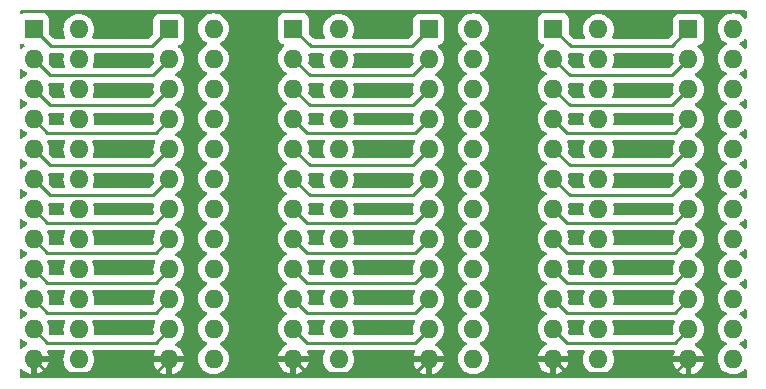
<source format=gbr>
%TF.GenerationSoftware,KiCad,Pcbnew,7.0.9*%
%TF.CreationDate,2024-05-03T11:46:20+01:00*%
%TF.ProjectId,DIP24Converter,44495032-3443-46f6-9e76-65727465722e,rev?*%
%TF.SameCoordinates,Original*%
%TF.FileFunction,Copper,L1,Top*%
%TF.FilePolarity,Positive*%
%FSLAX46Y46*%
G04 Gerber Fmt 4.6, Leading zero omitted, Abs format (unit mm)*
G04 Created by KiCad (PCBNEW 7.0.9) date 2024-05-03 11:46:20*
%MOMM*%
%LPD*%
G01*
G04 APERTURE LIST*
%TA.AperFunction,ComponentPad*%
%ADD10R,1.600000X1.600000*%
%TD*%
%TA.AperFunction,ComponentPad*%
%ADD11O,1.600000X1.600000*%
%TD*%
%TA.AperFunction,Conductor*%
%ADD12C,0.250000*%
%TD*%
G04 APERTURE END LIST*
D10*
%TO.P,U1,1,COM*%
%TO.N,Net-(U1-COM)*%
X105450000Y-50050000D03*
D11*
%TO.P,U1,2,I7*%
%TO.N,Net-(U1-I7)*%
X105450000Y-52590000D03*
%TO.P,U1,3,I6*%
%TO.N,Net-(U1-I6)*%
X105450000Y-55130000D03*
%TO.P,U1,4,I5*%
%TO.N,Net-(U1-I5)*%
X105450000Y-57670000D03*
%TO.P,U1,5,I4*%
%TO.N,Net-(U1-I4)*%
X105450000Y-60210000D03*
%TO.P,U1,6,I3*%
%TO.N,Net-(U1-I3)*%
X105450000Y-62750000D03*
%TO.P,U1,7,I2*%
%TO.N,Net-(U1-I2)*%
X105450000Y-65290000D03*
%TO.P,U1,8,I1*%
%TO.N,Net-(U1-I1)*%
X105450000Y-67830000D03*
%TO.P,U1,9,I0*%
%TO.N,Net-(U1-I0)*%
X105450000Y-70370000D03*
%TO.P,U1,10,S0*%
%TO.N,Net-(U1-S0)*%
X105450000Y-72910000D03*
%TO.P,U1,11,S1*%
%TO.N,Net-(U1-S1)*%
X105450000Y-75450000D03*
%TO.P,U1,12,GND*%
%TO.N,GND*%
X105450000Y-77990000D03*
%TO.P,U1,13,S3*%
%TO.N,Net-(U1-S3)*%
X97830000Y-77990000D03*
%TO.P,U1,14,S2*%
%TO.N,Net-(U1-S2)*%
X97830000Y-75450000D03*
%TO.P,U1,15,~{E}*%
%TO.N,Net-(U1-~{E})*%
X97830000Y-72910000D03*
%TO.P,U1,16,I15*%
%TO.N,Net-(U1-I15)*%
X97830000Y-70370000D03*
%TO.P,U1,17,I14*%
%TO.N,Net-(U1-I14)*%
X97830000Y-67830000D03*
%TO.P,U1,18,I13*%
%TO.N,Net-(U1-I13)*%
X97830000Y-65290000D03*
%TO.P,U1,19,I12*%
%TO.N,Net-(U1-I12)*%
X97830000Y-62750000D03*
%TO.P,U1,20,I11*%
%TO.N,Net-(U1-I11)*%
X97830000Y-60210000D03*
%TO.P,U1,21,I10*%
%TO.N,Net-(U1-I10)*%
X97830000Y-57670000D03*
%TO.P,U1,22,I9*%
%TO.N,Net-(U1-I9)*%
X97830000Y-55130000D03*
%TO.P,U1,23,I8*%
%TO.N,Net-(U1-I8)*%
X97830000Y-52590000D03*
%TO.P,U1,24,VCC*%
%TO.N,Net-(U1-VCC)*%
X97830000Y-50050000D03*
%TD*%
D10*
%TO.P,U2,1,COM*%
%TO.N,Net-(U1-COM)*%
X94000000Y-50000000D03*
D11*
%TO.P,U2,2,I7*%
%TO.N,Net-(U1-I7)*%
X94000000Y-52540000D03*
%TO.P,U2,3,I6*%
%TO.N,Net-(U1-I6)*%
X94000000Y-55080000D03*
%TO.P,U2,4,I5*%
%TO.N,Net-(U1-I5)*%
X94000000Y-57620000D03*
%TO.P,U2,5,I4*%
%TO.N,Net-(U1-I4)*%
X94000000Y-60160000D03*
%TO.P,U2,6,I3*%
%TO.N,Net-(U1-I3)*%
X94000000Y-62700000D03*
%TO.P,U2,7,I2*%
%TO.N,Net-(U1-I2)*%
X94000000Y-65240000D03*
%TO.P,U2,8,I1*%
%TO.N,Net-(U1-I1)*%
X94000000Y-67780000D03*
%TO.P,U2,9,I0*%
%TO.N,Net-(U1-I0)*%
X94000000Y-70320000D03*
%TO.P,U2,10,S0*%
%TO.N,Net-(U1-S0)*%
X94000000Y-72860000D03*
%TO.P,U2,11,S1*%
%TO.N,Net-(U1-S1)*%
X94000000Y-75400000D03*
%TO.P,U2,12,GND*%
%TO.N,GND*%
X94000000Y-77940000D03*
%TO.P,U2,13,S3*%
%TO.N,Net-(U1-S3)*%
X109240000Y-77940000D03*
%TO.P,U2,14,S2*%
%TO.N,Net-(U1-S2)*%
X109240000Y-75400000D03*
%TO.P,U2,15,~{E}*%
%TO.N,Net-(U1-~{E})*%
X109240000Y-72860000D03*
%TO.P,U2,16,I15*%
%TO.N,Net-(U1-I15)*%
X109240000Y-70320000D03*
%TO.P,U2,17,I14*%
%TO.N,Net-(U1-I14)*%
X109240000Y-67780000D03*
%TO.P,U2,18,I13*%
%TO.N,Net-(U1-I13)*%
X109240000Y-65240000D03*
%TO.P,U2,19,I12*%
%TO.N,Net-(U1-I12)*%
X109240000Y-62700000D03*
%TO.P,U2,20,I11*%
%TO.N,Net-(U1-I11)*%
X109240000Y-60160000D03*
%TO.P,U2,21,I10*%
%TO.N,Net-(U1-I10)*%
X109240000Y-57620000D03*
%TO.P,U2,22,I9*%
%TO.N,Net-(U1-I9)*%
X109240000Y-55080000D03*
%TO.P,U2,23,I8*%
%TO.N,Net-(U1-I8)*%
X109240000Y-52540000D03*
%TO.P,U2,24,VCC*%
%TO.N,Net-(U1-VCC)*%
X109240000Y-50000000D03*
%TD*%
D10*
%TO.P,U1,1,COM*%
%TO.N,Net-(U1-COM)*%
X83450000Y-50050000D03*
D11*
%TO.P,U1,2,I7*%
%TO.N,Net-(U1-I7)*%
X83450000Y-52590000D03*
%TO.P,U1,3,I6*%
%TO.N,Net-(U1-I6)*%
X83450000Y-55130000D03*
%TO.P,U1,4,I5*%
%TO.N,Net-(U1-I5)*%
X83450000Y-57670000D03*
%TO.P,U1,5,I4*%
%TO.N,Net-(U1-I4)*%
X83450000Y-60210000D03*
%TO.P,U1,6,I3*%
%TO.N,Net-(U1-I3)*%
X83450000Y-62750000D03*
%TO.P,U1,7,I2*%
%TO.N,Net-(U1-I2)*%
X83450000Y-65290000D03*
%TO.P,U1,8,I1*%
%TO.N,Net-(U1-I1)*%
X83450000Y-67830000D03*
%TO.P,U1,9,I0*%
%TO.N,Net-(U1-I0)*%
X83450000Y-70370000D03*
%TO.P,U1,10,S0*%
%TO.N,Net-(U1-S0)*%
X83450000Y-72910000D03*
%TO.P,U1,11,S1*%
%TO.N,Net-(U1-S1)*%
X83450000Y-75450000D03*
%TO.P,U1,12,GND*%
%TO.N,GND*%
X83450000Y-77990000D03*
%TO.P,U1,13,S3*%
%TO.N,Net-(U1-S3)*%
X75830000Y-77990000D03*
%TO.P,U1,14,S2*%
%TO.N,Net-(U1-S2)*%
X75830000Y-75450000D03*
%TO.P,U1,15,~{E}*%
%TO.N,Net-(U1-~{E})*%
X75830000Y-72910000D03*
%TO.P,U1,16,I15*%
%TO.N,Net-(U1-I15)*%
X75830000Y-70370000D03*
%TO.P,U1,17,I14*%
%TO.N,Net-(U1-I14)*%
X75830000Y-67830000D03*
%TO.P,U1,18,I13*%
%TO.N,Net-(U1-I13)*%
X75830000Y-65290000D03*
%TO.P,U1,19,I12*%
%TO.N,Net-(U1-I12)*%
X75830000Y-62750000D03*
%TO.P,U1,20,I11*%
%TO.N,Net-(U1-I11)*%
X75830000Y-60210000D03*
%TO.P,U1,21,I10*%
%TO.N,Net-(U1-I10)*%
X75830000Y-57670000D03*
%TO.P,U1,22,I9*%
%TO.N,Net-(U1-I9)*%
X75830000Y-55130000D03*
%TO.P,U1,23,I8*%
%TO.N,Net-(U1-I8)*%
X75830000Y-52590000D03*
%TO.P,U1,24,VCC*%
%TO.N,Net-(U1-VCC)*%
X75830000Y-50050000D03*
%TD*%
D10*
%TO.P,U2,1,COM*%
%TO.N,Net-(U1-COM)*%
X72000000Y-50000000D03*
D11*
%TO.P,U2,2,I7*%
%TO.N,Net-(U1-I7)*%
X72000000Y-52540000D03*
%TO.P,U2,3,I6*%
%TO.N,Net-(U1-I6)*%
X72000000Y-55080000D03*
%TO.P,U2,4,I5*%
%TO.N,Net-(U1-I5)*%
X72000000Y-57620000D03*
%TO.P,U2,5,I4*%
%TO.N,Net-(U1-I4)*%
X72000000Y-60160000D03*
%TO.P,U2,6,I3*%
%TO.N,Net-(U1-I3)*%
X72000000Y-62700000D03*
%TO.P,U2,7,I2*%
%TO.N,Net-(U1-I2)*%
X72000000Y-65240000D03*
%TO.P,U2,8,I1*%
%TO.N,Net-(U1-I1)*%
X72000000Y-67780000D03*
%TO.P,U2,9,I0*%
%TO.N,Net-(U1-I0)*%
X72000000Y-70320000D03*
%TO.P,U2,10,S0*%
%TO.N,Net-(U1-S0)*%
X72000000Y-72860000D03*
%TO.P,U2,11,S1*%
%TO.N,Net-(U1-S1)*%
X72000000Y-75400000D03*
%TO.P,U2,12,GND*%
%TO.N,GND*%
X72000000Y-77940000D03*
%TO.P,U2,13,S3*%
%TO.N,Net-(U1-S3)*%
X87240000Y-77940000D03*
%TO.P,U2,14,S2*%
%TO.N,Net-(U1-S2)*%
X87240000Y-75400000D03*
%TO.P,U2,15,~{E}*%
%TO.N,Net-(U1-~{E})*%
X87240000Y-72860000D03*
%TO.P,U2,16,I15*%
%TO.N,Net-(U1-I15)*%
X87240000Y-70320000D03*
%TO.P,U2,17,I14*%
%TO.N,Net-(U1-I14)*%
X87240000Y-67780000D03*
%TO.P,U2,18,I13*%
%TO.N,Net-(U1-I13)*%
X87240000Y-65240000D03*
%TO.P,U2,19,I12*%
%TO.N,Net-(U1-I12)*%
X87240000Y-62700000D03*
%TO.P,U2,20,I11*%
%TO.N,Net-(U1-I11)*%
X87240000Y-60160000D03*
%TO.P,U2,21,I10*%
%TO.N,Net-(U1-I10)*%
X87240000Y-57620000D03*
%TO.P,U2,22,I9*%
%TO.N,Net-(U1-I9)*%
X87240000Y-55080000D03*
%TO.P,U2,23,I8*%
%TO.N,Net-(U1-I8)*%
X87240000Y-52540000D03*
%TO.P,U2,24,VCC*%
%TO.N,Net-(U1-VCC)*%
X87240000Y-50000000D03*
%TD*%
%TO.P,U2,24,VCC*%
%TO.N,Net-(U1-VCC)*%
X65240000Y-50000000D03*
%TO.P,U2,23,I8*%
%TO.N,Net-(U1-I8)*%
X65240000Y-52540000D03*
%TO.P,U2,22,I9*%
%TO.N,Net-(U1-I9)*%
X65240000Y-55080000D03*
%TO.P,U2,21,I10*%
%TO.N,Net-(U1-I10)*%
X65240000Y-57620000D03*
%TO.P,U2,20,I11*%
%TO.N,Net-(U1-I11)*%
X65240000Y-60160000D03*
%TO.P,U2,19,I12*%
%TO.N,Net-(U1-I12)*%
X65240000Y-62700000D03*
%TO.P,U2,18,I13*%
%TO.N,Net-(U1-I13)*%
X65240000Y-65240000D03*
%TO.P,U2,17,I14*%
%TO.N,Net-(U1-I14)*%
X65240000Y-67780000D03*
%TO.P,U2,16,I15*%
%TO.N,Net-(U1-I15)*%
X65240000Y-70320000D03*
%TO.P,U2,15,~{E}*%
%TO.N,Net-(U1-~{E})*%
X65240000Y-72860000D03*
%TO.P,U2,14,S2*%
%TO.N,Net-(U1-S2)*%
X65240000Y-75400000D03*
%TO.P,U2,13,S3*%
%TO.N,Net-(U1-S3)*%
X65240000Y-77940000D03*
%TO.P,U2,12,GND*%
%TO.N,GND*%
X50000000Y-77940000D03*
%TO.P,U2,11,S1*%
%TO.N,Net-(U1-S1)*%
X50000000Y-75400000D03*
%TO.P,U2,10,S0*%
%TO.N,Net-(U1-S0)*%
X50000000Y-72860000D03*
%TO.P,U2,9,I0*%
%TO.N,Net-(U1-I0)*%
X50000000Y-70320000D03*
%TO.P,U2,8,I1*%
%TO.N,Net-(U1-I1)*%
X50000000Y-67780000D03*
%TO.P,U2,7,I2*%
%TO.N,Net-(U1-I2)*%
X50000000Y-65240000D03*
%TO.P,U2,6,I3*%
%TO.N,Net-(U1-I3)*%
X50000000Y-62700000D03*
%TO.P,U2,5,I4*%
%TO.N,Net-(U1-I4)*%
X50000000Y-60160000D03*
%TO.P,U2,4,I5*%
%TO.N,Net-(U1-I5)*%
X50000000Y-57620000D03*
%TO.P,U2,3,I6*%
%TO.N,Net-(U1-I6)*%
X50000000Y-55080000D03*
%TO.P,U2,2,I7*%
%TO.N,Net-(U1-I7)*%
X50000000Y-52540000D03*
D10*
%TO.P,U2,1,COM*%
%TO.N,Net-(U1-COM)*%
X50000000Y-50000000D03*
%TD*%
D11*
%TO.P,U1,24,VCC*%
%TO.N,Net-(U1-VCC)*%
X53830000Y-50050000D03*
%TO.P,U1,23,I8*%
%TO.N,Net-(U1-I8)*%
X53830000Y-52590000D03*
%TO.P,U1,22,I9*%
%TO.N,Net-(U1-I9)*%
X53830000Y-55130000D03*
%TO.P,U1,21,I10*%
%TO.N,Net-(U1-I10)*%
X53830000Y-57670000D03*
%TO.P,U1,20,I11*%
%TO.N,Net-(U1-I11)*%
X53830000Y-60210000D03*
%TO.P,U1,19,I12*%
%TO.N,Net-(U1-I12)*%
X53830000Y-62750000D03*
%TO.P,U1,18,I13*%
%TO.N,Net-(U1-I13)*%
X53830000Y-65290000D03*
%TO.P,U1,17,I14*%
%TO.N,Net-(U1-I14)*%
X53830000Y-67830000D03*
%TO.P,U1,16,I15*%
%TO.N,Net-(U1-I15)*%
X53830000Y-70370000D03*
%TO.P,U1,15,~{E}*%
%TO.N,Net-(U1-~{E})*%
X53830000Y-72910000D03*
%TO.P,U1,14,S2*%
%TO.N,Net-(U1-S2)*%
X53830000Y-75450000D03*
%TO.P,U1,13,S3*%
%TO.N,Net-(U1-S3)*%
X53830000Y-77990000D03*
%TO.P,U1,12,GND*%
%TO.N,GND*%
X61450000Y-77990000D03*
%TO.P,U1,11,S1*%
%TO.N,Net-(U1-S1)*%
X61450000Y-75450000D03*
%TO.P,U1,10,S0*%
%TO.N,Net-(U1-S0)*%
X61450000Y-72910000D03*
%TO.P,U1,9,I0*%
%TO.N,Net-(U1-I0)*%
X61450000Y-70370000D03*
%TO.P,U1,8,I1*%
%TO.N,Net-(U1-I1)*%
X61450000Y-67830000D03*
%TO.P,U1,7,I2*%
%TO.N,Net-(U1-I2)*%
X61450000Y-65290000D03*
%TO.P,U1,6,I3*%
%TO.N,Net-(U1-I3)*%
X61450000Y-62750000D03*
%TO.P,U1,5,I4*%
%TO.N,Net-(U1-I4)*%
X61450000Y-60210000D03*
%TO.P,U1,4,I5*%
%TO.N,Net-(U1-I5)*%
X61450000Y-57670000D03*
%TO.P,U1,3,I6*%
%TO.N,Net-(U1-I6)*%
X61450000Y-55130000D03*
%TO.P,U1,2,I7*%
%TO.N,Net-(U1-I7)*%
X61450000Y-52590000D03*
D10*
%TO.P,U1,1,COM*%
%TO.N,Net-(U1-COM)*%
X61450000Y-50050000D03*
%TD*%
D12*
%TO.N,Net-(U1-S0)*%
X104325000Y-74035000D02*
X105450000Y-72910000D01*
X94000000Y-72860000D02*
X95175000Y-74035000D01*
%TO.N,Net-(U1-I1)*%
X94000000Y-67780000D02*
X95175000Y-68955000D01*
%TO.N,GND*%
X104325000Y-79115000D02*
X105450000Y-77990000D01*
X95175000Y-79115000D02*
X104325000Y-79115000D01*
%TO.N,Net-(U1-S0)*%
X95175000Y-74035000D02*
X104325000Y-74035000D01*
%TO.N,Net-(U1-I1)*%
X95175000Y-68955000D02*
X104325000Y-68955000D01*
%TO.N,GND*%
X94000000Y-77940000D02*
X95175000Y-79115000D01*
%TO.N,Net-(U1-I1)*%
X104325000Y-68955000D02*
X105450000Y-67830000D01*
%TO.N,Net-(U1-S1)*%
X104325000Y-76575000D02*
X105450000Y-75450000D01*
%TO.N,Net-(U1-I0)*%
X95175000Y-71495000D02*
X104325000Y-71495000D01*
%TO.N,Net-(U1-S1)*%
X94000000Y-75400000D02*
X95175000Y-76575000D01*
%TO.N,Net-(U1-I0)*%
X104325000Y-71495000D02*
X105450000Y-70370000D01*
X94000000Y-70320000D02*
X95175000Y-71495000D01*
%TO.N,Net-(U1-S1)*%
X95175000Y-76575000D02*
X104325000Y-76575000D01*
%TO.N,Net-(U1-I5)*%
X95175000Y-58795000D02*
X104325000Y-58795000D01*
%TO.N,Net-(U1-COM)*%
X95465000Y-51465000D02*
X104035000Y-51465000D01*
X94000000Y-50000000D02*
X95465000Y-51465000D01*
X104035000Y-51465000D02*
X105450000Y-50050000D01*
%TO.N,Net-(U1-I4)*%
X104085000Y-61575000D02*
X105450000Y-60210000D01*
%TO.N,Net-(U1-I2)*%
X104325000Y-66415000D02*
X105450000Y-65290000D01*
%TO.N,Net-(U1-I7)*%
X95415000Y-53955000D02*
X104085000Y-53955000D01*
%TO.N,Net-(U1-I5)*%
X94000000Y-57620000D02*
X95175000Y-58795000D01*
%TO.N,Net-(U1-I2)*%
X95175000Y-66415000D02*
X104325000Y-66415000D01*
%TO.N,Net-(U1-I5)*%
X104325000Y-58795000D02*
X105450000Y-57670000D01*
%TO.N,Net-(U1-I4)*%
X94000000Y-60160000D02*
X95415000Y-61575000D01*
%TO.N,Net-(U1-I7)*%
X94000000Y-52540000D02*
X95415000Y-53955000D01*
X104085000Y-53955000D02*
X105450000Y-52590000D01*
%TO.N,Net-(U1-I2)*%
X94000000Y-65240000D02*
X95175000Y-66415000D01*
%TO.N,Net-(U1-I4)*%
X95415000Y-61575000D02*
X104085000Y-61575000D01*
%TO.N,Net-(U1-I3)*%
X94000000Y-62700000D02*
X95415000Y-64115000D01*
X104085000Y-64115000D02*
X105450000Y-62750000D01*
X95415000Y-64115000D02*
X104085000Y-64115000D01*
%TO.N,Net-(U1-I6)*%
X94000000Y-55080000D02*
X95415000Y-56495000D01*
X104085000Y-56495000D02*
X105450000Y-55130000D01*
X95415000Y-56495000D02*
X104085000Y-56495000D01*
%TO.N,Net-(U1-S0)*%
X82325000Y-74035000D02*
X83450000Y-72910000D01*
X72000000Y-72860000D02*
X73175000Y-74035000D01*
%TO.N,Net-(U1-I1)*%
X72000000Y-67780000D02*
X73175000Y-68955000D01*
%TO.N,GND*%
X82325000Y-79115000D02*
X83450000Y-77990000D01*
X73175000Y-79115000D02*
X82325000Y-79115000D01*
%TO.N,Net-(U1-S0)*%
X73175000Y-74035000D02*
X82325000Y-74035000D01*
%TO.N,Net-(U1-I1)*%
X73175000Y-68955000D02*
X82325000Y-68955000D01*
%TO.N,GND*%
X72000000Y-77940000D02*
X73175000Y-79115000D01*
%TO.N,Net-(U1-I1)*%
X82325000Y-68955000D02*
X83450000Y-67830000D01*
%TO.N,Net-(U1-S1)*%
X82325000Y-76575000D02*
X83450000Y-75450000D01*
%TO.N,Net-(U1-I0)*%
X73175000Y-71495000D02*
X82325000Y-71495000D01*
%TO.N,Net-(U1-S1)*%
X72000000Y-75400000D02*
X73175000Y-76575000D01*
%TO.N,Net-(U1-I0)*%
X82325000Y-71495000D02*
X83450000Y-70370000D01*
X72000000Y-70320000D02*
X73175000Y-71495000D01*
%TO.N,Net-(U1-S1)*%
X73175000Y-76575000D02*
X82325000Y-76575000D01*
%TO.N,Net-(U1-I5)*%
X73175000Y-58795000D02*
X82325000Y-58795000D01*
%TO.N,Net-(U1-COM)*%
X73465000Y-51465000D02*
X82035000Y-51465000D01*
X72000000Y-50000000D02*
X73465000Y-51465000D01*
X82035000Y-51465000D02*
X83450000Y-50050000D01*
%TO.N,Net-(U1-I4)*%
X82085000Y-61575000D02*
X83450000Y-60210000D01*
%TO.N,Net-(U1-I2)*%
X82325000Y-66415000D02*
X83450000Y-65290000D01*
%TO.N,Net-(U1-I7)*%
X73415000Y-53955000D02*
X82085000Y-53955000D01*
%TO.N,Net-(U1-I5)*%
X72000000Y-57620000D02*
X73175000Y-58795000D01*
%TO.N,Net-(U1-I2)*%
X73175000Y-66415000D02*
X82325000Y-66415000D01*
%TO.N,Net-(U1-I5)*%
X82325000Y-58795000D02*
X83450000Y-57670000D01*
%TO.N,Net-(U1-I4)*%
X72000000Y-60160000D02*
X73415000Y-61575000D01*
%TO.N,Net-(U1-I7)*%
X72000000Y-52540000D02*
X73415000Y-53955000D01*
X82085000Y-53955000D02*
X83450000Y-52590000D01*
%TO.N,Net-(U1-I2)*%
X72000000Y-65240000D02*
X73175000Y-66415000D01*
%TO.N,Net-(U1-I4)*%
X73415000Y-61575000D02*
X82085000Y-61575000D01*
%TO.N,Net-(U1-I3)*%
X72000000Y-62700000D02*
X73415000Y-64115000D01*
X82085000Y-64115000D02*
X83450000Y-62750000D01*
X73415000Y-64115000D02*
X82085000Y-64115000D01*
%TO.N,Net-(U1-I6)*%
X72000000Y-55080000D02*
X73415000Y-56495000D01*
X82085000Y-56495000D02*
X83450000Y-55130000D01*
X73415000Y-56495000D02*
X82085000Y-56495000D01*
%TO.N,GND*%
X60325000Y-79115000D02*
X61450000Y-77990000D01*
X51175000Y-79115000D02*
X60325000Y-79115000D01*
X50000000Y-77940000D02*
X51175000Y-79115000D01*
%TO.N,Net-(U1-S1)*%
X60325000Y-76575000D02*
X61450000Y-75450000D01*
X51175000Y-76575000D02*
X60325000Y-76575000D01*
X50000000Y-75400000D02*
X51175000Y-76575000D01*
%TO.N,Net-(U1-S0)*%
X60325000Y-74035000D02*
X61450000Y-72910000D01*
X50000000Y-72860000D02*
X51175000Y-74035000D01*
X51175000Y-74035000D02*
X60325000Y-74035000D01*
%TO.N,Net-(U1-I0)*%
X60325000Y-71495000D02*
X61450000Y-70370000D01*
X51175000Y-71495000D02*
X60325000Y-71495000D01*
X50000000Y-70320000D02*
X51175000Y-71495000D01*
%TO.N,Net-(U1-I1)*%
X60325000Y-68955000D02*
X61450000Y-67830000D01*
X51175000Y-68955000D02*
X60325000Y-68955000D01*
X50000000Y-67780000D02*
X51175000Y-68955000D01*
%TO.N,Net-(U1-I2)*%
X60325000Y-66415000D02*
X61450000Y-65290000D01*
X51175000Y-66415000D02*
X60325000Y-66415000D01*
X50000000Y-65240000D02*
X51175000Y-66415000D01*
%TO.N,Net-(U1-I3)*%
X51415000Y-64115000D02*
X60085000Y-64115000D01*
X60085000Y-64115000D02*
X61450000Y-62750000D01*
X50000000Y-62700000D02*
X51415000Y-64115000D01*
%TO.N,Net-(U1-I4)*%
X60085000Y-61575000D02*
X61450000Y-60210000D01*
X51415000Y-61575000D02*
X60085000Y-61575000D01*
X50000000Y-60160000D02*
X51415000Y-61575000D01*
%TO.N,Net-(U1-I5)*%
X51175000Y-58795000D02*
X60325000Y-58795000D01*
X50000000Y-57620000D02*
X51175000Y-58795000D01*
X60325000Y-58795000D02*
X61450000Y-57670000D01*
%TO.N,Net-(U1-I6)*%
X51415000Y-56495000D02*
X60085000Y-56495000D01*
X60085000Y-56495000D02*
X61450000Y-55130000D01*
X50000000Y-55080000D02*
X51415000Y-56495000D01*
%TO.N,Net-(U1-I7)*%
X51415000Y-53955000D02*
X60085000Y-53955000D01*
X50000000Y-52540000D02*
X51415000Y-53955000D01*
X60085000Y-53955000D02*
X61450000Y-52590000D01*
%TO.N,Net-(U1-COM)*%
X51465000Y-51465000D02*
X60035000Y-51465000D01*
X50000000Y-50000000D02*
X51465000Y-51465000D01*
X60035000Y-51465000D02*
X61450000Y-50050000D01*
%TD*%
%TA.AperFunction,Conductor*%
%TO.N,GND*%
G36*
X65241667Y-48465897D02*
G01*
X65266336Y-48452931D01*
X65290768Y-48450500D01*
X87189232Y-48450500D01*
X87241667Y-48465897D01*
X87266336Y-48452931D01*
X87290768Y-48450500D01*
X109189232Y-48450500D01*
X109241667Y-48465897D01*
X109266336Y-48452931D01*
X109290768Y-48450500D01*
X110265500Y-48450500D01*
X110332539Y-48470185D01*
X110378294Y-48522989D01*
X110389500Y-48574500D01*
X110389500Y-49010951D01*
X110369815Y-49077990D01*
X110317011Y-49123745D01*
X110247853Y-49133689D01*
X110184297Y-49104664D01*
X110177819Y-49098632D01*
X110079141Y-48999954D01*
X109892734Y-48869432D01*
X109892732Y-48869431D01*
X109686497Y-48773261D01*
X109686488Y-48773258D01*
X109466697Y-48714366D01*
X109466693Y-48714365D01*
X109466692Y-48714365D01*
X109466691Y-48714364D01*
X109466686Y-48714364D01*
X109279961Y-48698028D01*
X109240875Y-48682739D01*
X109224167Y-48693477D01*
X109200039Y-48698028D01*
X109013313Y-48714364D01*
X109013302Y-48714366D01*
X108793511Y-48773258D01*
X108793502Y-48773261D01*
X108587267Y-48869431D01*
X108587265Y-48869432D01*
X108400858Y-48999954D01*
X108239954Y-49160858D01*
X108109432Y-49347265D01*
X108109431Y-49347267D01*
X108013261Y-49553502D01*
X108013258Y-49553511D01*
X107954366Y-49773302D01*
X107954364Y-49773313D01*
X107934532Y-49999998D01*
X107934532Y-50000001D01*
X107954364Y-50226686D01*
X107954366Y-50226697D01*
X108013258Y-50446488D01*
X108013261Y-50446497D01*
X108109431Y-50652732D01*
X108109432Y-50652734D01*
X108239954Y-50839141D01*
X108400858Y-51000045D01*
X108400861Y-51000047D01*
X108587266Y-51130568D01*
X108645275Y-51157618D01*
X108697714Y-51203791D01*
X108716866Y-51270984D01*
X108696650Y-51337865D01*
X108645275Y-51382382D01*
X108587267Y-51409431D01*
X108587265Y-51409432D01*
X108400858Y-51539954D01*
X108239954Y-51700858D01*
X108109432Y-51887265D01*
X108109431Y-51887267D01*
X108013261Y-52093502D01*
X108013258Y-52093511D01*
X107954366Y-52313302D01*
X107954364Y-52313313D01*
X107934532Y-52539998D01*
X107934532Y-52540001D01*
X107954364Y-52766686D01*
X107954366Y-52766697D01*
X108013258Y-52986488D01*
X108013261Y-52986497D01*
X108109431Y-53192732D01*
X108109432Y-53192734D01*
X108239954Y-53379141D01*
X108400858Y-53540045D01*
X108400861Y-53540047D01*
X108587266Y-53670568D01*
X108645275Y-53697618D01*
X108697714Y-53743791D01*
X108716866Y-53810984D01*
X108696650Y-53877865D01*
X108645275Y-53922381D01*
X108628272Y-53930310D01*
X108587267Y-53949431D01*
X108587265Y-53949432D01*
X108400858Y-54079954D01*
X108239954Y-54240858D01*
X108109432Y-54427265D01*
X108109431Y-54427267D01*
X108013261Y-54633502D01*
X108013258Y-54633511D01*
X107954366Y-54853302D01*
X107954364Y-54853313D01*
X107934532Y-55079998D01*
X107934532Y-55080001D01*
X107954364Y-55306686D01*
X107954366Y-55306697D01*
X108013258Y-55526488D01*
X108013261Y-55526497D01*
X108109431Y-55732732D01*
X108109432Y-55732734D01*
X108239954Y-55919141D01*
X108400858Y-56080045D01*
X108400861Y-56080047D01*
X108587266Y-56210568D01*
X108645275Y-56237618D01*
X108697714Y-56283791D01*
X108716866Y-56350984D01*
X108696650Y-56417865D01*
X108645275Y-56462381D01*
X108628272Y-56470310D01*
X108587267Y-56489431D01*
X108587265Y-56489432D01*
X108400858Y-56619954D01*
X108239954Y-56780858D01*
X108109432Y-56967265D01*
X108109431Y-56967267D01*
X108013261Y-57173502D01*
X108013258Y-57173511D01*
X107954366Y-57393302D01*
X107954364Y-57393313D01*
X107934532Y-57619998D01*
X107934532Y-57620001D01*
X107954364Y-57846686D01*
X107954366Y-57846697D01*
X108013258Y-58066488D01*
X108013261Y-58066497D01*
X108109431Y-58272732D01*
X108109432Y-58272734D01*
X108239954Y-58459141D01*
X108400858Y-58620045D01*
X108400861Y-58620047D01*
X108587266Y-58750568D01*
X108645275Y-58777618D01*
X108697714Y-58823791D01*
X108716866Y-58890984D01*
X108696650Y-58957865D01*
X108645275Y-59002381D01*
X108628272Y-59010310D01*
X108587267Y-59029431D01*
X108587265Y-59029432D01*
X108400858Y-59159954D01*
X108239954Y-59320858D01*
X108109432Y-59507265D01*
X108109431Y-59507267D01*
X108013261Y-59713502D01*
X108013258Y-59713511D01*
X107954366Y-59933302D01*
X107954364Y-59933313D01*
X107934532Y-60159998D01*
X107934532Y-60160001D01*
X107954364Y-60386686D01*
X107954366Y-60386697D01*
X108013258Y-60606488D01*
X108013261Y-60606497D01*
X108109431Y-60812732D01*
X108109432Y-60812734D01*
X108239954Y-60999141D01*
X108400858Y-61160045D01*
X108400861Y-61160047D01*
X108587266Y-61290568D01*
X108645275Y-61317618D01*
X108697714Y-61363791D01*
X108716866Y-61430984D01*
X108696650Y-61497865D01*
X108645275Y-61542381D01*
X108628272Y-61550310D01*
X108587267Y-61569431D01*
X108587265Y-61569432D01*
X108400858Y-61699954D01*
X108239954Y-61860858D01*
X108109432Y-62047265D01*
X108109431Y-62047267D01*
X108013261Y-62253502D01*
X108013258Y-62253511D01*
X107954366Y-62473302D01*
X107954364Y-62473313D01*
X107934532Y-62699998D01*
X107934532Y-62700001D01*
X107954364Y-62926686D01*
X107954366Y-62926697D01*
X108013258Y-63146488D01*
X108013261Y-63146497D01*
X108109431Y-63352732D01*
X108109432Y-63352734D01*
X108239954Y-63539141D01*
X108400858Y-63700045D01*
X108400861Y-63700047D01*
X108587266Y-63830568D01*
X108645275Y-63857618D01*
X108697714Y-63903791D01*
X108716866Y-63970984D01*
X108696650Y-64037865D01*
X108645275Y-64082381D01*
X108628272Y-64090310D01*
X108587267Y-64109431D01*
X108587265Y-64109432D01*
X108400858Y-64239954D01*
X108239954Y-64400858D01*
X108109432Y-64587265D01*
X108109431Y-64587267D01*
X108013261Y-64793502D01*
X108013258Y-64793511D01*
X107954366Y-65013302D01*
X107954364Y-65013313D01*
X107934532Y-65239998D01*
X107934532Y-65240001D01*
X107954364Y-65466686D01*
X107954366Y-65466697D01*
X108013258Y-65686488D01*
X108013261Y-65686497D01*
X108109431Y-65892732D01*
X108109432Y-65892734D01*
X108239954Y-66079141D01*
X108400858Y-66240045D01*
X108400861Y-66240047D01*
X108587266Y-66370568D01*
X108645275Y-66397618D01*
X108697714Y-66443791D01*
X108716866Y-66510984D01*
X108696650Y-66577865D01*
X108645275Y-66622381D01*
X108628272Y-66630310D01*
X108587267Y-66649431D01*
X108587265Y-66649432D01*
X108400858Y-66779954D01*
X108239954Y-66940858D01*
X108109432Y-67127265D01*
X108109431Y-67127267D01*
X108013261Y-67333502D01*
X108013258Y-67333511D01*
X107954366Y-67553302D01*
X107954364Y-67553313D01*
X107934532Y-67779998D01*
X107934532Y-67780001D01*
X107954364Y-68006686D01*
X107954366Y-68006697D01*
X108013258Y-68226488D01*
X108013261Y-68226497D01*
X108109431Y-68432732D01*
X108109432Y-68432734D01*
X108239954Y-68619141D01*
X108400858Y-68780045D01*
X108400861Y-68780047D01*
X108587266Y-68910568D01*
X108645275Y-68937618D01*
X108697714Y-68983791D01*
X108716866Y-69050984D01*
X108696650Y-69117865D01*
X108645275Y-69162381D01*
X108628272Y-69170310D01*
X108587267Y-69189431D01*
X108587265Y-69189432D01*
X108400858Y-69319954D01*
X108239954Y-69480858D01*
X108109432Y-69667265D01*
X108109431Y-69667267D01*
X108013261Y-69873502D01*
X108013258Y-69873511D01*
X107954366Y-70093302D01*
X107954364Y-70093313D01*
X107934532Y-70319998D01*
X107934532Y-70320001D01*
X107954364Y-70546686D01*
X107954366Y-70546697D01*
X108013258Y-70766488D01*
X108013261Y-70766497D01*
X108109431Y-70972732D01*
X108109432Y-70972734D01*
X108239954Y-71159141D01*
X108400858Y-71320045D01*
X108400861Y-71320047D01*
X108587266Y-71450568D01*
X108645275Y-71477618D01*
X108697714Y-71523791D01*
X108716866Y-71590984D01*
X108696650Y-71657865D01*
X108645275Y-71702381D01*
X108628272Y-71710310D01*
X108587267Y-71729431D01*
X108587265Y-71729432D01*
X108400858Y-71859954D01*
X108239954Y-72020858D01*
X108109432Y-72207265D01*
X108109431Y-72207267D01*
X108013261Y-72413502D01*
X108013258Y-72413511D01*
X107954366Y-72633302D01*
X107954364Y-72633313D01*
X107934532Y-72859998D01*
X107934532Y-72860001D01*
X107954364Y-73086686D01*
X107954366Y-73086697D01*
X108013258Y-73306488D01*
X108013261Y-73306497D01*
X108109431Y-73512732D01*
X108109432Y-73512734D01*
X108239954Y-73699141D01*
X108400858Y-73860045D01*
X108400861Y-73860047D01*
X108587266Y-73990568D01*
X108645275Y-74017618D01*
X108697714Y-74063791D01*
X108716866Y-74130984D01*
X108696650Y-74197865D01*
X108645275Y-74242381D01*
X108628272Y-74250310D01*
X108587267Y-74269431D01*
X108587265Y-74269432D01*
X108400858Y-74399954D01*
X108239954Y-74560858D01*
X108109432Y-74747265D01*
X108109431Y-74747267D01*
X108013261Y-74953502D01*
X108013258Y-74953511D01*
X107954366Y-75173302D01*
X107954364Y-75173313D01*
X107934532Y-75399998D01*
X107934532Y-75400001D01*
X107954364Y-75626686D01*
X107954366Y-75626697D01*
X108013258Y-75846488D01*
X108013261Y-75846497D01*
X108109431Y-76052732D01*
X108109432Y-76052734D01*
X108239954Y-76239141D01*
X108400858Y-76400045D01*
X108400861Y-76400047D01*
X108587266Y-76530568D01*
X108645275Y-76557618D01*
X108697714Y-76603791D01*
X108716866Y-76670984D01*
X108696650Y-76737865D01*
X108645275Y-76782382D01*
X108587267Y-76809431D01*
X108587265Y-76809432D01*
X108400858Y-76939954D01*
X108239954Y-77100858D01*
X108109432Y-77287265D01*
X108109431Y-77287267D01*
X108013261Y-77493502D01*
X108013258Y-77493511D01*
X107954366Y-77713302D01*
X107954364Y-77713313D01*
X107934532Y-77939998D01*
X107934532Y-77940001D01*
X107954364Y-78166686D01*
X107954366Y-78166697D01*
X108013258Y-78386488D01*
X108013261Y-78386497D01*
X108109431Y-78592732D01*
X108109432Y-78592734D01*
X108239954Y-78779141D01*
X108400858Y-78940045D01*
X108400861Y-78940047D01*
X108587266Y-79070568D01*
X108793504Y-79166739D01*
X109013308Y-79225635D01*
X109175230Y-79239801D01*
X109239998Y-79245468D01*
X109240000Y-79245468D01*
X109240002Y-79245468D01*
X109296673Y-79240509D01*
X109466692Y-79225635D01*
X109686496Y-79166739D01*
X109892734Y-79070568D01*
X110079139Y-78940047D01*
X110111346Y-78907840D01*
X110177819Y-78841368D01*
X110239142Y-78807883D01*
X110308834Y-78812867D01*
X110364767Y-78854739D01*
X110389184Y-78920203D01*
X110389500Y-78929049D01*
X110389500Y-79465500D01*
X110369815Y-79532539D01*
X110317011Y-79578294D01*
X110265500Y-79589500D01*
X48954000Y-79589500D01*
X48886961Y-79569815D01*
X48841206Y-79517011D01*
X48830000Y-79465500D01*
X48830000Y-78907840D01*
X48849685Y-78840801D01*
X48902489Y-78795046D01*
X48971647Y-78785102D01*
X49035203Y-78814127D01*
X49041681Y-78820159D01*
X49161179Y-78939657D01*
X49347517Y-79070134D01*
X49553673Y-79166265D01*
X49553682Y-79166269D01*
X49749999Y-79218872D01*
X49750000Y-79218871D01*
X49750000Y-78255686D01*
X49761955Y-78267641D01*
X49874852Y-78325165D01*
X49968519Y-78340000D01*
X50031481Y-78340000D01*
X50125148Y-78325165D01*
X50238045Y-78267641D01*
X50250000Y-78255686D01*
X50250000Y-79218872D01*
X50446317Y-79166269D01*
X50446326Y-79166265D01*
X50652482Y-79070134D01*
X50838820Y-78939657D01*
X50999657Y-78778820D01*
X51130134Y-78592482D01*
X51226265Y-78386326D01*
X51226269Y-78386317D01*
X51278872Y-78190000D01*
X50315686Y-78190000D01*
X50327641Y-78178045D01*
X50385165Y-78065148D01*
X50404986Y-77940000D01*
X50385165Y-77814852D01*
X50327641Y-77701955D01*
X50315686Y-77690000D01*
X51278872Y-77690000D01*
X51278872Y-77689999D01*
X51226269Y-77493682D01*
X51226265Y-77493673D01*
X51171816Y-77376905D01*
X51161324Y-77307827D01*
X51189844Y-77244043D01*
X51248320Y-77205804D01*
X51284198Y-77200500D01*
X52568566Y-77200500D01*
X52635605Y-77220185D01*
X52681360Y-77272989D01*
X52691304Y-77342147D01*
X52680948Y-77376904D01*
X52626577Y-77493504D01*
X52603262Y-77543502D01*
X52603258Y-77543511D01*
X52544366Y-77763302D01*
X52544364Y-77763313D01*
X52524532Y-77989998D01*
X52524532Y-77990001D01*
X52544364Y-78216686D01*
X52544366Y-78216697D01*
X52603258Y-78436488D01*
X52603261Y-78436497D01*
X52699431Y-78642732D01*
X52699432Y-78642734D01*
X52829954Y-78829141D01*
X52990858Y-78990045D01*
X52990861Y-78990047D01*
X53177266Y-79120568D01*
X53383504Y-79216739D01*
X53383509Y-79216740D01*
X53383511Y-79216741D01*
X53416697Y-79225633D01*
X53603308Y-79275635D01*
X53765230Y-79289801D01*
X53829998Y-79295468D01*
X53830000Y-79295468D01*
X53830002Y-79295468D01*
X53886673Y-79290509D01*
X54056692Y-79275635D01*
X54276496Y-79216739D01*
X54482734Y-79120568D01*
X54669139Y-78990047D01*
X54830047Y-78829139D01*
X54960568Y-78642734D01*
X55056739Y-78436496D01*
X55115635Y-78216692D01*
X55135468Y-77990000D01*
X55115635Y-77763308D01*
X55056739Y-77543504D01*
X54979051Y-77376904D01*
X54968560Y-77307827D01*
X54997080Y-77244043D01*
X55055556Y-77205804D01*
X55091434Y-77200500D01*
X60189117Y-77200500D01*
X60256156Y-77220185D01*
X60301911Y-77272989D01*
X60311855Y-77342147D01*
X60301499Y-77376905D01*
X60223734Y-77543673D01*
X60223730Y-77543682D01*
X60171127Y-77739999D01*
X60171128Y-77740000D01*
X61134314Y-77740000D01*
X61122359Y-77751955D01*
X61064835Y-77864852D01*
X61045014Y-77990000D01*
X61064835Y-78115148D01*
X61122359Y-78228045D01*
X61134314Y-78240000D01*
X60171128Y-78240000D01*
X60223730Y-78436317D01*
X60223734Y-78436326D01*
X60319865Y-78642482D01*
X60450342Y-78828820D01*
X60611179Y-78989657D01*
X60797517Y-79120134D01*
X61003673Y-79216265D01*
X61003682Y-79216269D01*
X61199999Y-79268872D01*
X61200000Y-79268871D01*
X61200000Y-78305686D01*
X61211955Y-78317641D01*
X61324852Y-78375165D01*
X61418519Y-78390000D01*
X61481481Y-78390000D01*
X61575148Y-78375165D01*
X61688045Y-78317641D01*
X61700000Y-78305686D01*
X61700000Y-79268872D01*
X61896317Y-79216269D01*
X61896326Y-79216265D01*
X62102482Y-79120134D01*
X62288820Y-78989657D01*
X62449657Y-78828820D01*
X62580134Y-78642482D01*
X62676265Y-78436326D01*
X62676269Y-78436317D01*
X62728872Y-78240000D01*
X61765686Y-78240000D01*
X61777641Y-78228045D01*
X61835165Y-78115148D01*
X61854986Y-77990000D01*
X61847067Y-77940001D01*
X63934532Y-77940001D01*
X63954364Y-78166686D01*
X63954366Y-78166697D01*
X64013258Y-78386488D01*
X64013261Y-78386497D01*
X64109431Y-78592732D01*
X64109432Y-78592734D01*
X64239954Y-78779141D01*
X64400858Y-78940045D01*
X64400861Y-78940047D01*
X64587266Y-79070568D01*
X64793504Y-79166739D01*
X65013308Y-79225635D01*
X65175230Y-79239801D01*
X65239998Y-79245468D01*
X65240000Y-79245468D01*
X65240002Y-79245468D01*
X65296673Y-79240509D01*
X65466692Y-79225635D01*
X65686496Y-79166739D01*
X65892734Y-79070568D01*
X66079139Y-78940047D01*
X66240047Y-78779139D01*
X66370568Y-78592734D01*
X66466739Y-78386496D01*
X66525635Y-78166692D01*
X66545468Y-77940000D01*
X66525635Y-77713308D01*
X66466739Y-77493504D01*
X66370568Y-77287266D01*
X66240047Y-77100861D01*
X66240045Y-77100858D01*
X66079141Y-76939954D01*
X65892734Y-76809432D01*
X65892728Y-76809429D01*
X65834725Y-76782382D01*
X65782285Y-76736210D01*
X65763133Y-76669017D01*
X65783348Y-76602135D01*
X65834725Y-76557618D01*
X65892734Y-76530568D01*
X66079139Y-76400047D01*
X66240047Y-76239139D01*
X66370568Y-76052734D01*
X66466739Y-75846496D01*
X66525635Y-75626692D01*
X66545468Y-75400001D01*
X70694532Y-75400001D01*
X70714364Y-75626686D01*
X70714366Y-75626697D01*
X70773258Y-75846488D01*
X70773261Y-75846497D01*
X70869431Y-76052732D01*
X70869432Y-76052734D01*
X70999954Y-76239141D01*
X71160858Y-76400045D01*
X71160861Y-76400047D01*
X71347266Y-76530568D01*
X71405865Y-76557893D01*
X71458305Y-76604065D01*
X71477457Y-76671258D01*
X71457242Y-76738139D01*
X71405867Y-76782657D01*
X71347515Y-76809867D01*
X71161179Y-76940342D01*
X71000342Y-77101179D01*
X70869865Y-77287517D01*
X70773734Y-77493673D01*
X70773730Y-77493682D01*
X70721127Y-77689999D01*
X70721128Y-77690000D01*
X71684314Y-77690000D01*
X71672359Y-77701955D01*
X71614835Y-77814852D01*
X71595014Y-77940000D01*
X71614835Y-78065148D01*
X71672359Y-78178045D01*
X71684314Y-78190000D01*
X70721128Y-78190000D01*
X70773730Y-78386317D01*
X70773734Y-78386326D01*
X70869865Y-78592482D01*
X71000342Y-78778820D01*
X71161179Y-78939657D01*
X71347517Y-79070134D01*
X71553673Y-79166265D01*
X71553682Y-79166269D01*
X71749999Y-79218872D01*
X71750000Y-79218871D01*
X71750000Y-78255686D01*
X71761955Y-78267641D01*
X71874852Y-78325165D01*
X71968519Y-78340000D01*
X72031481Y-78340000D01*
X72125148Y-78325165D01*
X72238045Y-78267641D01*
X72250000Y-78255686D01*
X72250000Y-79218872D01*
X72446317Y-79166269D01*
X72446326Y-79166265D01*
X72652482Y-79070134D01*
X72838820Y-78939657D01*
X72999657Y-78778820D01*
X73130134Y-78592482D01*
X73226265Y-78386326D01*
X73226269Y-78386317D01*
X73278872Y-78190000D01*
X72315686Y-78190000D01*
X72327641Y-78178045D01*
X72385165Y-78065148D01*
X72404986Y-77940000D01*
X72385165Y-77814852D01*
X72327641Y-77701955D01*
X72315686Y-77690000D01*
X73278872Y-77690000D01*
X73278872Y-77689999D01*
X73226269Y-77493682D01*
X73226265Y-77493673D01*
X73171816Y-77376905D01*
X73161324Y-77307827D01*
X73189844Y-77244043D01*
X73248320Y-77205804D01*
X73284198Y-77200500D01*
X74568566Y-77200500D01*
X74635605Y-77220185D01*
X74681360Y-77272989D01*
X74691304Y-77342147D01*
X74680948Y-77376904D01*
X74626577Y-77493504D01*
X74603262Y-77543502D01*
X74603258Y-77543511D01*
X74544366Y-77763302D01*
X74544364Y-77763313D01*
X74524532Y-77989998D01*
X74524532Y-77990001D01*
X74544364Y-78216686D01*
X74544366Y-78216697D01*
X74603258Y-78436488D01*
X74603261Y-78436497D01*
X74699431Y-78642732D01*
X74699432Y-78642734D01*
X74829954Y-78829141D01*
X74990858Y-78990045D01*
X74990861Y-78990047D01*
X75177266Y-79120568D01*
X75383504Y-79216739D01*
X75383509Y-79216740D01*
X75383511Y-79216741D01*
X75416697Y-79225633D01*
X75603308Y-79275635D01*
X75765230Y-79289801D01*
X75829998Y-79295468D01*
X75830000Y-79295468D01*
X75830002Y-79295468D01*
X75886673Y-79290509D01*
X76056692Y-79275635D01*
X76276496Y-79216739D01*
X76482734Y-79120568D01*
X76669139Y-78990047D01*
X76830047Y-78829139D01*
X76960568Y-78642734D01*
X77056739Y-78436496D01*
X77115635Y-78216692D01*
X77135468Y-77990000D01*
X77115635Y-77763308D01*
X77056739Y-77543504D01*
X76979051Y-77376904D01*
X76968560Y-77307827D01*
X76997080Y-77244043D01*
X77055556Y-77205804D01*
X77091434Y-77200500D01*
X82189117Y-77200500D01*
X82256156Y-77220185D01*
X82301911Y-77272989D01*
X82311855Y-77342147D01*
X82301499Y-77376905D01*
X82223734Y-77543673D01*
X82223730Y-77543682D01*
X82171127Y-77739999D01*
X82171128Y-77740000D01*
X83134314Y-77740000D01*
X83122359Y-77751955D01*
X83064835Y-77864852D01*
X83045014Y-77990000D01*
X83064835Y-78115148D01*
X83122359Y-78228045D01*
X83134314Y-78240000D01*
X82171128Y-78240000D01*
X82223730Y-78436317D01*
X82223734Y-78436326D01*
X82319865Y-78642482D01*
X82450342Y-78828820D01*
X82611179Y-78989657D01*
X82797517Y-79120134D01*
X83003673Y-79216265D01*
X83003682Y-79216269D01*
X83199999Y-79268872D01*
X83200000Y-79268871D01*
X83200000Y-78305686D01*
X83211955Y-78317641D01*
X83324852Y-78375165D01*
X83418519Y-78390000D01*
X83481481Y-78390000D01*
X83575148Y-78375165D01*
X83688045Y-78317641D01*
X83700000Y-78305686D01*
X83700000Y-79268872D01*
X83896317Y-79216269D01*
X83896326Y-79216265D01*
X84102482Y-79120134D01*
X84288820Y-78989657D01*
X84449657Y-78828820D01*
X84580134Y-78642482D01*
X84676265Y-78436326D01*
X84676269Y-78436317D01*
X84728872Y-78240000D01*
X83765686Y-78240000D01*
X83777641Y-78228045D01*
X83835165Y-78115148D01*
X83854986Y-77990000D01*
X83847067Y-77940001D01*
X85934532Y-77940001D01*
X85954364Y-78166686D01*
X85954366Y-78166697D01*
X86013258Y-78386488D01*
X86013261Y-78386497D01*
X86109431Y-78592732D01*
X86109432Y-78592734D01*
X86239954Y-78779141D01*
X86400858Y-78940045D01*
X86400861Y-78940047D01*
X86587266Y-79070568D01*
X86793504Y-79166739D01*
X87013308Y-79225635D01*
X87175230Y-79239801D01*
X87239998Y-79245468D01*
X87240000Y-79245468D01*
X87240002Y-79245468D01*
X87296673Y-79240509D01*
X87466692Y-79225635D01*
X87686496Y-79166739D01*
X87892734Y-79070568D01*
X88079139Y-78940047D01*
X88240047Y-78779139D01*
X88370568Y-78592734D01*
X88466739Y-78386496D01*
X88525635Y-78166692D01*
X88545468Y-77940000D01*
X88525635Y-77713308D01*
X88466739Y-77493504D01*
X88370568Y-77287266D01*
X88240047Y-77100861D01*
X88240045Y-77100858D01*
X88079141Y-76939954D01*
X87892734Y-76809432D01*
X87892728Y-76809429D01*
X87834725Y-76782382D01*
X87782285Y-76736210D01*
X87763133Y-76669017D01*
X87783348Y-76602135D01*
X87834725Y-76557618D01*
X87892734Y-76530568D01*
X88079139Y-76400047D01*
X88240047Y-76239139D01*
X88370568Y-76052734D01*
X88466739Y-75846496D01*
X88525635Y-75626692D01*
X88545468Y-75400001D01*
X92694532Y-75400001D01*
X92714364Y-75626686D01*
X92714366Y-75626697D01*
X92773258Y-75846488D01*
X92773261Y-75846497D01*
X92869431Y-76052732D01*
X92869432Y-76052734D01*
X92999954Y-76239141D01*
X93160858Y-76400045D01*
X93160861Y-76400047D01*
X93347266Y-76530568D01*
X93405865Y-76557893D01*
X93458305Y-76604065D01*
X93477457Y-76671258D01*
X93457242Y-76738139D01*
X93405867Y-76782657D01*
X93347515Y-76809867D01*
X93161179Y-76940342D01*
X93000342Y-77101179D01*
X92869865Y-77287517D01*
X92773734Y-77493673D01*
X92773730Y-77493682D01*
X92721127Y-77689999D01*
X92721128Y-77690000D01*
X93684314Y-77690000D01*
X93672359Y-77701955D01*
X93614835Y-77814852D01*
X93595014Y-77940000D01*
X93614835Y-78065148D01*
X93672359Y-78178045D01*
X93684314Y-78190000D01*
X92721128Y-78190000D01*
X92773730Y-78386317D01*
X92773734Y-78386326D01*
X92869865Y-78592482D01*
X93000342Y-78778820D01*
X93161179Y-78939657D01*
X93347517Y-79070134D01*
X93553673Y-79166265D01*
X93553682Y-79166269D01*
X93749999Y-79218872D01*
X93750000Y-79218871D01*
X93750000Y-78255686D01*
X93761955Y-78267641D01*
X93874852Y-78325165D01*
X93968519Y-78340000D01*
X94031481Y-78340000D01*
X94125148Y-78325165D01*
X94238045Y-78267641D01*
X94250000Y-78255686D01*
X94250000Y-79218872D01*
X94446317Y-79166269D01*
X94446326Y-79166265D01*
X94652482Y-79070134D01*
X94838820Y-78939657D01*
X94999657Y-78778820D01*
X95130134Y-78592482D01*
X95226265Y-78386326D01*
X95226269Y-78386317D01*
X95278872Y-78190000D01*
X94315686Y-78190000D01*
X94327641Y-78178045D01*
X94385165Y-78065148D01*
X94404986Y-77940000D01*
X94385165Y-77814852D01*
X94327641Y-77701955D01*
X94315686Y-77690000D01*
X95278872Y-77690000D01*
X95278872Y-77689999D01*
X95226269Y-77493682D01*
X95226265Y-77493673D01*
X95171816Y-77376905D01*
X95161324Y-77307827D01*
X95189844Y-77244043D01*
X95248320Y-77205804D01*
X95284198Y-77200500D01*
X96568566Y-77200500D01*
X96635605Y-77220185D01*
X96681360Y-77272989D01*
X96691304Y-77342147D01*
X96680948Y-77376904D01*
X96626577Y-77493504D01*
X96603262Y-77543502D01*
X96603258Y-77543511D01*
X96544366Y-77763302D01*
X96544364Y-77763313D01*
X96524532Y-77989998D01*
X96524532Y-77990001D01*
X96544364Y-78216686D01*
X96544366Y-78216697D01*
X96603258Y-78436488D01*
X96603261Y-78436497D01*
X96699431Y-78642732D01*
X96699432Y-78642734D01*
X96829954Y-78829141D01*
X96990858Y-78990045D01*
X96990861Y-78990047D01*
X97177266Y-79120568D01*
X97383504Y-79216739D01*
X97383509Y-79216740D01*
X97383511Y-79216741D01*
X97416697Y-79225633D01*
X97603308Y-79275635D01*
X97765230Y-79289801D01*
X97829998Y-79295468D01*
X97830000Y-79295468D01*
X97830002Y-79295468D01*
X97886673Y-79290509D01*
X98056692Y-79275635D01*
X98276496Y-79216739D01*
X98482734Y-79120568D01*
X98669139Y-78990047D01*
X98830047Y-78829139D01*
X98960568Y-78642734D01*
X99056739Y-78436496D01*
X99115635Y-78216692D01*
X99135468Y-77990000D01*
X99115635Y-77763308D01*
X99056739Y-77543504D01*
X98979051Y-77376904D01*
X98968560Y-77307827D01*
X98997080Y-77244043D01*
X99055556Y-77205804D01*
X99091434Y-77200500D01*
X104189117Y-77200500D01*
X104256156Y-77220185D01*
X104301911Y-77272989D01*
X104311855Y-77342147D01*
X104301499Y-77376905D01*
X104223734Y-77543673D01*
X104223730Y-77543682D01*
X104171127Y-77739999D01*
X104171128Y-77740000D01*
X105134314Y-77740000D01*
X105122359Y-77751955D01*
X105064835Y-77864852D01*
X105045014Y-77990000D01*
X105064835Y-78115148D01*
X105122359Y-78228045D01*
X105134314Y-78240000D01*
X104171128Y-78240000D01*
X104223730Y-78436317D01*
X104223734Y-78436326D01*
X104319865Y-78642482D01*
X104450342Y-78828820D01*
X104611179Y-78989657D01*
X104797517Y-79120134D01*
X105003673Y-79216265D01*
X105003682Y-79216269D01*
X105199999Y-79268872D01*
X105200000Y-79268871D01*
X105200000Y-78305686D01*
X105211955Y-78317641D01*
X105324852Y-78375165D01*
X105418519Y-78390000D01*
X105481481Y-78390000D01*
X105575148Y-78375165D01*
X105688045Y-78317641D01*
X105700000Y-78305686D01*
X105700000Y-79268872D01*
X105896317Y-79216269D01*
X105896326Y-79216265D01*
X106102482Y-79120134D01*
X106288820Y-78989657D01*
X106449657Y-78828820D01*
X106580134Y-78642482D01*
X106676265Y-78436326D01*
X106676269Y-78436317D01*
X106728872Y-78240000D01*
X105765686Y-78240000D01*
X105777641Y-78228045D01*
X105835165Y-78115148D01*
X105854986Y-77990000D01*
X105835165Y-77864852D01*
X105777641Y-77751955D01*
X105765686Y-77740000D01*
X106728872Y-77740000D01*
X106728872Y-77739999D01*
X106676269Y-77543682D01*
X106676265Y-77543673D01*
X106580134Y-77337517D01*
X106449657Y-77151179D01*
X106288820Y-76990342D01*
X106102482Y-76859865D01*
X106044133Y-76832657D01*
X105991694Y-76786484D01*
X105972542Y-76719291D01*
X105992758Y-76652410D01*
X106044129Y-76607895D01*
X106102734Y-76580568D01*
X106289139Y-76450047D01*
X106450047Y-76289139D01*
X106580568Y-76102734D01*
X106676739Y-75896496D01*
X106735635Y-75676692D01*
X106755468Y-75450000D01*
X106735635Y-75223308D01*
X106676739Y-75003504D01*
X106580568Y-74797266D01*
X106450047Y-74610861D01*
X106450045Y-74610858D01*
X106289141Y-74449954D01*
X106102734Y-74319432D01*
X106102728Y-74319429D01*
X106044725Y-74292382D01*
X105992285Y-74246210D01*
X105973133Y-74179017D01*
X105993348Y-74112135D01*
X106044725Y-74067618D01*
X106052932Y-74063791D01*
X106102734Y-74040568D01*
X106289139Y-73910047D01*
X106450047Y-73749139D01*
X106580568Y-73562734D01*
X106676739Y-73356496D01*
X106735635Y-73136692D01*
X106755468Y-72910000D01*
X106735635Y-72683308D01*
X106676739Y-72463504D01*
X106580568Y-72257266D01*
X106450047Y-72070861D01*
X106450045Y-72070858D01*
X106289141Y-71909954D01*
X106102734Y-71779432D01*
X106102728Y-71779429D01*
X106044725Y-71752382D01*
X105992285Y-71706210D01*
X105973133Y-71639017D01*
X105993348Y-71572135D01*
X106044725Y-71527618D01*
X106052932Y-71523791D01*
X106102734Y-71500568D01*
X106289139Y-71370047D01*
X106450047Y-71209139D01*
X106580568Y-71022734D01*
X106676739Y-70816496D01*
X106735635Y-70596692D01*
X106755468Y-70370000D01*
X106735635Y-70143308D01*
X106676739Y-69923504D01*
X106580568Y-69717266D01*
X106450047Y-69530861D01*
X106450045Y-69530858D01*
X106289141Y-69369954D01*
X106102734Y-69239432D01*
X106102728Y-69239429D01*
X106044725Y-69212382D01*
X105992285Y-69166210D01*
X105973133Y-69099017D01*
X105993348Y-69032135D01*
X106044725Y-68987618D01*
X106052932Y-68983791D01*
X106102734Y-68960568D01*
X106289139Y-68830047D01*
X106450047Y-68669139D01*
X106580568Y-68482734D01*
X106676739Y-68276496D01*
X106735635Y-68056692D01*
X106755468Y-67830000D01*
X106735635Y-67603308D01*
X106676739Y-67383504D01*
X106580568Y-67177266D01*
X106450047Y-66990861D01*
X106450045Y-66990858D01*
X106289141Y-66829954D01*
X106102734Y-66699432D01*
X106102728Y-66699429D01*
X106044725Y-66672382D01*
X105992285Y-66626210D01*
X105973133Y-66559017D01*
X105993348Y-66492135D01*
X106044725Y-66447618D01*
X106052932Y-66443791D01*
X106102734Y-66420568D01*
X106289139Y-66290047D01*
X106450047Y-66129139D01*
X106580568Y-65942734D01*
X106676739Y-65736496D01*
X106735635Y-65516692D01*
X106755468Y-65290000D01*
X106735635Y-65063308D01*
X106676739Y-64843504D01*
X106580568Y-64637266D01*
X106450047Y-64450861D01*
X106450045Y-64450858D01*
X106289141Y-64289954D01*
X106102734Y-64159432D01*
X106102728Y-64159429D01*
X106044725Y-64132382D01*
X105992285Y-64086210D01*
X105973133Y-64019017D01*
X105993348Y-63952135D01*
X106044725Y-63907618D01*
X106052932Y-63903791D01*
X106102734Y-63880568D01*
X106289139Y-63750047D01*
X106450047Y-63589139D01*
X106580568Y-63402734D01*
X106676739Y-63196496D01*
X106735635Y-62976692D01*
X106755468Y-62750000D01*
X106735635Y-62523308D01*
X106676739Y-62303504D01*
X106580568Y-62097266D01*
X106450047Y-61910861D01*
X106450045Y-61910858D01*
X106289141Y-61749954D01*
X106102734Y-61619432D01*
X106102728Y-61619429D01*
X106044725Y-61592382D01*
X105992285Y-61546210D01*
X105973133Y-61479017D01*
X105993348Y-61412135D01*
X106044725Y-61367618D01*
X106052932Y-61363791D01*
X106102734Y-61340568D01*
X106289139Y-61210047D01*
X106450047Y-61049139D01*
X106580568Y-60862734D01*
X106676739Y-60656496D01*
X106735635Y-60436692D01*
X106755468Y-60210000D01*
X106735635Y-59983308D01*
X106676739Y-59763504D01*
X106580568Y-59557266D01*
X106450047Y-59370861D01*
X106450045Y-59370858D01*
X106289141Y-59209954D01*
X106102734Y-59079432D01*
X106102728Y-59079429D01*
X106044725Y-59052382D01*
X105992285Y-59006210D01*
X105973133Y-58939017D01*
X105993348Y-58872135D01*
X106044725Y-58827618D01*
X106052932Y-58823791D01*
X106102734Y-58800568D01*
X106289139Y-58670047D01*
X106450047Y-58509139D01*
X106580568Y-58322734D01*
X106676739Y-58116496D01*
X106735635Y-57896692D01*
X106755468Y-57670000D01*
X106735635Y-57443308D01*
X106676739Y-57223504D01*
X106580568Y-57017266D01*
X106450047Y-56830861D01*
X106450045Y-56830858D01*
X106289141Y-56669954D01*
X106102734Y-56539432D01*
X106102728Y-56539429D01*
X106044725Y-56512382D01*
X105992285Y-56466210D01*
X105973133Y-56399017D01*
X105993348Y-56332135D01*
X106044725Y-56287618D01*
X106052932Y-56283791D01*
X106102734Y-56260568D01*
X106289139Y-56130047D01*
X106450047Y-55969139D01*
X106580568Y-55782734D01*
X106676739Y-55576496D01*
X106735635Y-55356692D01*
X106755468Y-55130000D01*
X106735635Y-54903308D01*
X106676739Y-54683504D01*
X106580568Y-54477266D01*
X106450047Y-54290861D01*
X106450045Y-54290858D01*
X106289141Y-54129954D01*
X106102734Y-53999432D01*
X106102728Y-53999429D01*
X106044725Y-53972382D01*
X105992285Y-53926210D01*
X105973133Y-53859017D01*
X105993348Y-53792135D01*
X106044725Y-53747618D01*
X106052932Y-53743791D01*
X106102734Y-53720568D01*
X106289139Y-53590047D01*
X106450047Y-53429139D01*
X106580568Y-53242734D01*
X106676739Y-53036496D01*
X106735635Y-52816692D01*
X106755468Y-52590000D01*
X106735635Y-52363308D01*
X106676739Y-52143504D01*
X106580568Y-51937266D01*
X106450047Y-51750861D01*
X106450045Y-51750858D01*
X106289143Y-51589956D01*
X106264536Y-51572726D01*
X106220912Y-51518149D01*
X106213719Y-51448650D01*
X106245241Y-51386296D01*
X106305471Y-51350882D01*
X106322404Y-51347861D01*
X106357483Y-51344091D01*
X106492331Y-51293796D01*
X106607546Y-51207546D01*
X106693796Y-51092331D01*
X106744091Y-50957483D01*
X106750500Y-50897873D01*
X106750499Y-49202128D01*
X106744091Y-49142517D01*
X106740798Y-49133689D01*
X106693797Y-49007671D01*
X106693793Y-49007664D01*
X106607547Y-48892455D01*
X106607544Y-48892452D01*
X106492335Y-48806206D01*
X106492328Y-48806202D01*
X106357482Y-48755908D01*
X106357483Y-48755908D01*
X106297883Y-48749501D01*
X106297881Y-48749500D01*
X106297873Y-48749500D01*
X106297864Y-48749500D01*
X104602129Y-48749500D01*
X104602123Y-48749501D01*
X104542516Y-48755908D01*
X104407671Y-48806202D01*
X104407664Y-48806206D01*
X104292455Y-48892452D01*
X104292452Y-48892455D01*
X104206206Y-49007664D01*
X104206202Y-49007671D01*
X104155908Y-49142517D01*
X104149501Y-49202116D01*
X104149501Y-49202123D01*
X104149500Y-49202135D01*
X104149500Y-50414546D01*
X104129815Y-50481585D01*
X104113181Y-50502227D01*
X103812228Y-50803181D01*
X103750905Y-50836666D01*
X103724547Y-50839500D01*
X99091434Y-50839500D01*
X99024395Y-50819815D01*
X98978640Y-50767011D01*
X98968696Y-50697853D01*
X98979052Y-50663095D01*
X99056739Y-50496496D01*
X99115635Y-50276692D01*
X99135468Y-50050000D01*
X99115635Y-49823308D01*
X99056739Y-49603504D01*
X98960568Y-49397266D01*
X98830047Y-49210861D01*
X98830045Y-49210858D01*
X98669141Y-49049954D01*
X98482734Y-48919432D01*
X98482732Y-48919431D01*
X98276497Y-48823261D01*
X98276488Y-48823258D01*
X98056697Y-48764366D01*
X98056693Y-48764365D01*
X98056692Y-48764365D01*
X98056691Y-48764364D01*
X98056686Y-48764364D01*
X97830002Y-48744532D01*
X97829998Y-48744532D01*
X97603313Y-48764364D01*
X97603302Y-48764366D01*
X97383511Y-48823258D01*
X97383502Y-48823261D01*
X97177267Y-48919431D01*
X97177265Y-48919432D01*
X96990858Y-49049954D01*
X96829954Y-49210858D01*
X96699432Y-49397265D01*
X96699431Y-49397267D01*
X96603261Y-49603502D01*
X96603258Y-49603511D01*
X96544366Y-49823302D01*
X96544364Y-49823313D01*
X96524532Y-50049998D01*
X96524532Y-50050001D01*
X96544364Y-50276686D01*
X96544366Y-50276697D01*
X96603258Y-50496488D01*
X96603260Y-50496492D01*
X96603261Y-50496496D01*
X96680948Y-50663095D01*
X96691440Y-50732173D01*
X96662920Y-50795957D01*
X96604444Y-50834196D01*
X96568566Y-50839500D01*
X95775452Y-50839500D01*
X95708413Y-50819815D01*
X95687771Y-50803181D01*
X95336818Y-50452228D01*
X95303333Y-50390905D01*
X95300499Y-50364547D01*
X95300499Y-49152129D01*
X95300498Y-49152123D01*
X95300497Y-49152116D01*
X95294091Y-49092517D01*
X95259567Y-48999954D01*
X95243797Y-48957671D01*
X95243793Y-48957664D01*
X95157547Y-48842455D01*
X95157544Y-48842452D01*
X95042335Y-48756206D01*
X95042328Y-48756202D01*
X94907482Y-48705908D01*
X94907483Y-48705908D01*
X94847883Y-48699501D01*
X94847881Y-48699500D01*
X94847873Y-48699500D01*
X94847864Y-48699500D01*
X93152129Y-48699500D01*
X93152123Y-48699501D01*
X93092516Y-48705908D01*
X92957671Y-48756202D01*
X92957664Y-48756206D01*
X92842455Y-48842452D01*
X92842452Y-48842455D01*
X92756206Y-48957664D01*
X92756202Y-48957671D01*
X92705908Y-49092517D01*
X92701482Y-49133689D01*
X92699501Y-49152123D01*
X92699500Y-49152135D01*
X92699500Y-50847870D01*
X92699501Y-50847876D01*
X92705908Y-50907483D01*
X92756202Y-51042328D01*
X92756206Y-51042335D01*
X92842452Y-51157544D01*
X92842455Y-51157547D01*
X92957664Y-51243793D01*
X92957671Y-51243797D01*
X92979756Y-51252034D01*
X93092517Y-51294091D01*
X93127596Y-51297862D01*
X93192144Y-51324599D01*
X93231993Y-51381991D01*
X93234488Y-51451816D01*
X93198836Y-51511905D01*
X93185464Y-51522725D01*
X93160858Y-51539954D01*
X92999954Y-51700858D01*
X92869432Y-51887265D01*
X92869431Y-51887267D01*
X92773261Y-52093502D01*
X92773258Y-52093511D01*
X92714366Y-52313302D01*
X92714364Y-52313313D01*
X92694532Y-52539998D01*
X92694532Y-52540001D01*
X92714364Y-52766686D01*
X92714366Y-52766697D01*
X92773258Y-52986488D01*
X92773261Y-52986497D01*
X92869431Y-53192732D01*
X92869432Y-53192734D01*
X92999954Y-53379141D01*
X93160858Y-53540045D01*
X93160861Y-53540047D01*
X93347266Y-53670568D01*
X93405275Y-53697618D01*
X93457714Y-53743791D01*
X93476866Y-53810984D01*
X93456650Y-53877865D01*
X93405275Y-53922381D01*
X93388272Y-53930310D01*
X93347267Y-53949431D01*
X93347265Y-53949432D01*
X93160858Y-54079954D01*
X92999954Y-54240858D01*
X92869432Y-54427265D01*
X92869431Y-54427267D01*
X92773261Y-54633502D01*
X92773258Y-54633511D01*
X92714366Y-54853302D01*
X92714364Y-54853313D01*
X92694532Y-55079998D01*
X92694532Y-55080001D01*
X92714364Y-55306686D01*
X92714366Y-55306697D01*
X92773258Y-55526488D01*
X92773261Y-55526497D01*
X92869431Y-55732732D01*
X92869432Y-55732734D01*
X92999954Y-55919141D01*
X93160858Y-56080045D01*
X93160861Y-56080047D01*
X93347266Y-56210568D01*
X93405275Y-56237618D01*
X93457714Y-56283791D01*
X93476866Y-56350984D01*
X93456650Y-56417865D01*
X93405275Y-56462381D01*
X93388272Y-56470310D01*
X93347267Y-56489431D01*
X93347265Y-56489432D01*
X93160858Y-56619954D01*
X92999954Y-56780858D01*
X92869432Y-56967265D01*
X92869431Y-56967267D01*
X92773261Y-57173502D01*
X92773258Y-57173511D01*
X92714366Y-57393302D01*
X92714364Y-57393313D01*
X92694532Y-57619998D01*
X92694532Y-57620001D01*
X92714364Y-57846686D01*
X92714366Y-57846697D01*
X92773258Y-58066488D01*
X92773261Y-58066497D01*
X92869431Y-58272732D01*
X92869432Y-58272734D01*
X92999954Y-58459141D01*
X93160858Y-58620045D01*
X93160861Y-58620047D01*
X93347266Y-58750568D01*
X93405275Y-58777618D01*
X93457714Y-58823791D01*
X93476866Y-58890984D01*
X93456650Y-58957865D01*
X93405275Y-59002381D01*
X93388272Y-59010310D01*
X93347267Y-59029431D01*
X93347265Y-59029432D01*
X93160858Y-59159954D01*
X92999954Y-59320858D01*
X92869432Y-59507265D01*
X92869431Y-59507267D01*
X92773261Y-59713502D01*
X92773258Y-59713511D01*
X92714366Y-59933302D01*
X92714364Y-59933313D01*
X92694532Y-60159998D01*
X92694532Y-60160001D01*
X92714364Y-60386686D01*
X92714366Y-60386697D01*
X92773258Y-60606488D01*
X92773261Y-60606497D01*
X92869431Y-60812732D01*
X92869432Y-60812734D01*
X92999954Y-60999141D01*
X93160858Y-61160045D01*
X93160861Y-61160047D01*
X93347266Y-61290568D01*
X93405275Y-61317618D01*
X93457714Y-61363791D01*
X93476866Y-61430984D01*
X93456650Y-61497865D01*
X93405275Y-61542381D01*
X93388272Y-61550310D01*
X93347267Y-61569431D01*
X93347265Y-61569432D01*
X93160858Y-61699954D01*
X92999954Y-61860858D01*
X92869432Y-62047265D01*
X92869431Y-62047267D01*
X92773261Y-62253502D01*
X92773258Y-62253511D01*
X92714366Y-62473302D01*
X92714364Y-62473313D01*
X92694532Y-62699998D01*
X92694532Y-62700001D01*
X92714364Y-62926686D01*
X92714366Y-62926697D01*
X92773258Y-63146488D01*
X92773261Y-63146497D01*
X92869431Y-63352732D01*
X92869432Y-63352734D01*
X92999954Y-63539141D01*
X93160858Y-63700045D01*
X93160861Y-63700047D01*
X93347266Y-63830568D01*
X93405275Y-63857618D01*
X93457714Y-63903791D01*
X93476866Y-63970984D01*
X93456650Y-64037865D01*
X93405275Y-64082381D01*
X93388272Y-64090310D01*
X93347267Y-64109431D01*
X93347265Y-64109432D01*
X93160858Y-64239954D01*
X92999954Y-64400858D01*
X92869432Y-64587265D01*
X92869431Y-64587267D01*
X92773261Y-64793502D01*
X92773258Y-64793511D01*
X92714366Y-65013302D01*
X92714364Y-65013313D01*
X92694532Y-65239998D01*
X92694532Y-65240001D01*
X92714364Y-65466686D01*
X92714366Y-65466697D01*
X92773258Y-65686488D01*
X92773261Y-65686497D01*
X92869431Y-65892732D01*
X92869432Y-65892734D01*
X92999954Y-66079141D01*
X93160858Y-66240045D01*
X93160861Y-66240047D01*
X93347266Y-66370568D01*
X93405275Y-66397618D01*
X93457714Y-66443791D01*
X93476866Y-66510984D01*
X93456650Y-66577865D01*
X93405275Y-66622381D01*
X93388272Y-66630310D01*
X93347267Y-66649431D01*
X93347265Y-66649432D01*
X93160858Y-66779954D01*
X92999954Y-66940858D01*
X92869432Y-67127265D01*
X92869431Y-67127267D01*
X92773261Y-67333502D01*
X92773258Y-67333511D01*
X92714366Y-67553302D01*
X92714364Y-67553313D01*
X92694532Y-67779998D01*
X92694532Y-67780001D01*
X92714364Y-68006686D01*
X92714366Y-68006697D01*
X92773258Y-68226488D01*
X92773261Y-68226497D01*
X92869431Y-68432732D01*
X92869432Y-68432734D01*
X92999954Y-68619141D01*
X93160858Y-68780045D01*
X93160861Y-68780047D01*
X93347266Y-68910568D01*
X93405275Y-68937618D01*
X93457714Y-68983791D01*
X93476866Y-69050984D01*
X93456650Y-69117865D01*
X93405275Y-69162381D01*
X93388272Y-69170310D01*
X93347267Y-69189431D01*
X93347265Y-69189432D01*
X93160858Y-69319954D01*
X92999954Y-69480858D01*
X92869432Y-69667265D01*
X92869431Y-69667267D01*
X92773261Y-69873502D01*
X92773258Y-69873511D01*
X92714366Y-70093302D01*
X92714364Y-70093313D01*
X92694532Y-70319998D01*
X92694532Y-70320001D01*
X92714364Y-70546686D01*
X92714366Y-70546697D01*
X92773258Y-70766488D01*
X92773261Y-70766497D01*
X92869431Y-70972732D01*
X92869432Y-70972734D01*
X92999954Y-71159141D01*
X93160858Y-71320045D01*
X93160861Y-71320047D01*
X93347266Y-71450568D01*
X93405275Y-71477618D01*
X93457714Y-71523791D01*
X93476866Y-71590984D01*
X93456650Y-71657865D01*
X93405275Y-71702381D01*
X93388272Y-71710310D01*
X93347267Y-71729431D01*
X93347265Y-71729432D01*
X93160858Y-71859954D01*
X92999954Y-72020858D01*
X92869432Y-72207265D01*
X92869431Y-72207267D01*
X92773261Y-72413502D01*
X92773258Y-72413511D01*
X92714366Y-72633302D01*
X92714364Y-72633313D01*
X92694532Y-72859998D01*
X92694532Y-72860001D01*
X92714364Y-73086686D01*
X92714366Y-73086697D01*
X92773258Y-73306488D01*
X92773261Y-73306497D01*
X92869431Y-73512732D01*
X92869432Y-73512734D01*
X92999954Y-73699141D01*
X93160858Y-73860045D01*
X93160861Y-73860047D01*
X93347266Y-73990568D01*
X93405275Y-74017618D01*
X93457714Y-74063791D01*
X93476866Y-74130984D01*
X93456650Y-74197865D01*
X93405275Y-74242381D01*
X93388272Y-74250310D01*
X93347267Y-74269431D01*
X93347265Y-74269432D01*
X93160858Y-74399954D01*
X92999954Y-74560858D01*
X92869432Y-74747265D01*
X92869431Y-74747267D01*
X92773261Y-74953502D01*
X92773258Y-74953511D01*
X92714366Y-75173302D01*
X92714364Y-75173313D01*
X92694532Y-75399998D01*
X92694532Y-75400001D01*
X88545468Y-75400001D01*
X88545468Y-75400000D01*
X88525635Y-75173308D01*
X88466739Y-74953504D01*
X88370568Y-74747266D01*
X88240047Y-74560861D01*
X88240045Y-74560858D01*
X88079141Y-74399954D01*
X87892734Y-74269432D01*
X87892728Y-74269429D01*
X87865038Y-74256517D01*
X87834724Y-74242381D01*
X87782285Y-74196210D01*
X87763133Y-74129017D01*
X87783348Y-74062135D01*
X87834725Y-74017618D01*
X87892734Y-73990568D01*
X88079139Y-73860047D01*
X88240047Y-73699139D01*
X88370568Y-73512734D01*
X88466739Y-73306496D01*
X88525635Y-73086692D01*
X88545468Y-72860000D01*
X88525635Y-72633308D01*
X88466739Y-72413504D01*
X88370568Y-72207266D01*
X88240047Y-72020861D01*
X88240045Y-72020858D01*
X88079141Y-71859954D01*
X87892734Y-71729432D01*
X87892728Y-71729429D01*
X87865038Y-71716517D01*
X87834724Y-71702381D01*
X87782285Y-71656210D01*
X87763133Y-71589017D01*
X87783348Y-71522135D01*
X87834725Y-71477618D01*
X87892734Y-71450568D01*
X88079139Y-71320047D01*
X88240047Y-71159139D01*
X88370568Y-70972734D01*
X88466739Y-70766496D01*
X88525635Y-70546692D01*
X88545468Y-70320000D01*
X88525635Y-70093308D01*
X88466739Y-69873504D01*
X88370568Y-69667266D01*
X88240047Y-69480861D01*
X88240045Y-69480858D01*
X88079141Y-69319954D01*
X87892734Y-69189432D01*
X87892728Y-69189429D01*
X87865038Y-69176517D01*
X87834724Y-69162381D01*
X87782285Y-69116210D01*
X87763133Y-69049017D01*
X87783348Y-68982135D01*
X87834725Y-68937618D01*
X87892734Y-68910568D01*
X88079139Y-68780047D01*
X88240047Y-68619139D01*
X88370568Y-68432734D01*
X88466739Y-68226496D01*
X88525635Y-68006692D01*
X88545468Y-67780000D01*
X88525635Y-67553308D01*
X88466739Y-67333504D01*
X88370568Y-67127266D01*
X88240047Y-66940861D01*
X88240045Y-66940858D01*
X88079141Y-66779954D01*
X87892734Y-66649432D01*
X87892728Y-66649429D01*
X87865038Y-66636517D01*
X87834724Y-66622381D01*
X87782285Y-66576210D01*
X87763133Y-66509017D01*
X87783348Y-66442135D01*
X87834725Y-66397618D01*
X87892734Y-66370568D01*
X88079139Y-66240047D01*
X88240047Y-66079139D01*
X88370568Y-65892734D01*
X88466739Y-65686496D01*
X88525635Y-65466692D01*
X88545468Y-65240000D01*
X88525635Y-65013308D01*
X88466739Y-64793504D01*
X88370568Y-64587266D01*
X88240047Y-64400861D01*
X88240045Y-64400858D01*
X88079141Y-64239954D01*
X87892734Y-64109432D01*
X87892728Y-64109429D01*
X87865038Y-64096517D01*
X87834724Y-64082381D01*
X87782285Y-64036210D01*
X87763133Y-63969017D01*
X87783348Y-63902135D01*
X87834725Y-63857618D01*
X87892734Y-63830568D01*
X88079139Y-63700047D01*
X88240047Y-63539139D01*
X88370568Y-63352734D01*
X88466739Y-63146496D01*
X88525635Y-62926692D01*
X88545468Y-62700000D01*
X88525635Y-62473308D01*
X88466739Y-62253504D01*
X88370568Y-62047266D01*
X88240047Y-61860861D01*
X88240045Y-61860858D01*
X88079141Y-61699954D01*
X87892734Y-61569432D01*
X87892728Y-61569429D01*
X87865038Y-61556517D01*
X87834724Y-61542381D01*
X87782285Y-61496210D01*
X87763133Y-61429017D01*
X87783348Y-61362135D01*
X87834725Y-61317618D01*
X87892734Y-61290568D01*
X88079139Y-61160047D01*
X88240047Y-60999139D01*
X88370568Y-60812734D01*
X88466739Y-60606496D01*
X88525635Y-60386692D01*
X88545468Y-60160000D01*
X88525635Y-59933308D01*
X88466739Y-59713504D01*
X88370568Y-59507266D01*
X88240047Y-59320861D01*
X88240045Y-59320858D01*
X88079141Y-59159954D01*
X87892734Y-59029432D01*
X87892728Y-59029429D01*
X87865038Y-59016517D01*
X87834724Y-59002381D01*
X87782285Y-58956210D01*
X87763133Y-58889017D01*
X87783348Y-58822135D01*
X87834725Y-58777618D01*
X87892734Y-58750568D01*
X88079139Y-58620047D01*
X88240047Y-58459139D01*
X88370568Y-58272734D01*
X88466739Y-58066496D01*
X88525635Y-57846692D01*
X88545468Y-57620000D01*
X88525635Y-57393308D01*
X88466739Y-57173504D01*
X88370568Y-56967266D01*
X88240047Y-56780861D01*
X88240045Y-56780858D01*
X88079141Y-56619954D01*
X87892734Y-56489432D01*
X87892728Y-56489429D01*
X87865038Y-56476517D01*
X87834724Y-56462381D01*
X87782285Y-56416210D01*
X87763133Y-56349017D01*
X87783348Y-56282135D01*
X87834725Y-56237618D01*
X87892734Y-56210568D01*
X88079139Y-56080047D01*
X88240047Y-55919139D01*
X88370568Y-55732734D01*
X88466739Y-55526496D01*
X88525635Y-55306692D01*
X88545468Y-55080000D01*
X88525635Y-54853308D01*
X88466739Y-54633504D01*
X88370568Y-54427266D01*
X88240047Y-54240861D01*
X88240045Y-54240858D01*
X88079141Y-54079954D01*
X87892734Y-53949432D01*
X87892728Y-53949429D01*
X87865038Y-53936517D01*
X87834724Y-53922381D01*
X87782285Y-53876210D01*
X87763133Y-53809017D01*
X87783348Y-53742135D01*
X87834725Y-53697618D01*
X87892734Y-53670568D01*
X88079139Y-53540047D01*
X88240047Y-53379139D01*
X88370568Y-53192734D01*
X88466739Y-52986496D01*
X88525635Y-52766692D01*
X88545468Y-52540000D01*
X88525635Y-52313308D01*
X88467183Y-52095160D01*
X88466741Y-52093511D01*
X88466738Y-52093502D01*
X88460161Y-52079397D01*
X88370568Y-51887266D01*
X88240047Y-51700861D01*
X88240045Y-51700858D01*
X88079141Y-51539954D01*
X87892734Y-51409432D01*
X87892728Y-51409429D01*
X87834725Y-51382382D01*
X87782285Y-51336210D01*
X87763133Y-51269017D01*
X87783348Y-51202135D01*
X87834725Y-51157618D01*
X87892734Y-51130568D01*
X88079139Y-51000047D01*
X88240047Y-50839139D01*
X88370568Y-50652734D01*
X88466739Y-50446496D01*
X88525635Y-50226692D01*
X88545468Y-50000000D01*
X88525635Y-49773308D01*
X88466739Y-49553504D01*
X88370568Y-49347266D01*
X88240047Y-49160861D01*
X88240045Y-49160858D01*
X88079141Y-48999954D01*
X87892734Y-48869432D01*
X87892732Y-48869431D01*
X87686497Y-48773261D01*
X87686488Y-48773258D01*
X87466697Y-48714366D01*
X87466693Y-48714365D01*
X87466692Y-48714365D01*
X87466691Y-48714364D01*
X87466686Y-48714364D01*
X87279961Y-48698028D01*
X87240875Y-48682739D01*
X87224167Y-48693477D01*
X87200039Y-48698028D01*
X87013313Y-48714364D01*
X87013302Y-48714366D01*
X86793511Y-48773258D01*
X86793502Y-48773261D01*
X86587267Y-48869431D01*
X86587265Y-48869432D01*
X86400858Y-48999954D01*
X86239954Y-49160858D01*
X86109432Y-49347265D01*
X86109431Y-49347267D01*
X86013261Y-49553502D01*
X86013258Y-49553511D01*
X85954366Y-49773302D01*
X85954364Y-49773313D01*
X85934532Y-49999998D01*
X85934532Y-50000001D01*
X85954364Y-50226686D01*
X85954366Y-50226697D01*
X86013258Y-50446488D01*
X86013261Y-50446497D01*
X86109431Y-50652732D01*
X86109432Y-50652734D01*
X86239954Y-50839141D01*
X86400858Y-51000045D01*
X86400861Y-51000047D01*
X86587266Y-51130568D01*
X86645275Y-51157618D01*
X86697714Y-51203791D01*
X86716866Y-51270984D01*
X86696650Y-51337865D01*
X86645275Y-51382382D01*
X86587267Y-51409431D01*
X86587265Y-51409432D01*
X86400858Y-51539954D01*
X86239954Y-51700858D01*
X86109432Y-51887265D01*
X86109431Y-51887267D01*
X86013261Y-52093502D01*
X86013258Y-52093511D01*
X85954366Y-52313302D01*
X85954364Y-52313313D01*
X85934532Y-52539998D01*
X85934532Y-52540001D01*
X85954364Y-52766686D01*
X85954366Y-52766697D01*
X86013258Y-52986488D01*
X86013261Y-52986497D01*
X86109431Y-53192732D01*
X86109432Y-53192734D01*
X86239954Y-53379141D01*
X86400858Y-53540045D01*
X86400861Y-53540047D01*
X86587266Y-53670568D01*
X86645275Y-53697618D01*
X86697714Y-53743791D01*
X86716866Y-53810984D01*
X86696650Y-53877865D01*
X86645275Y-53922381D01*
X86628272Y-53930310D01*
X86587267Y-53949431D01*
X86587265Y-53949432D01*
X86400858Y-54079954D01*
X86239954Y-54240858D01*
X86109432Y-54427265D01*
X86109431Y-54427267D01*
X86013261Y-54633502D01*
X86013258Y-54633511D01*
X85954366Y-54853302D01*
X85954364Y-54853313D01*
X85934532Y-55079998D01*
X85934532Y-55080001D01*
X85954364Y-55306686D01*
X85954366Y-55306697D01*
X86013258Y-55526488D01*
X86013261Y-55526497D01*
X86109431Y-55732732D01*
X86109432Y-55732734D01*
X86239954Y-55919141D01*
X86400858Y-56080045D01*
X86400861Y-56080047D01*
X86587266Y-56210568D01*
X86645275Y-56237618D01*
X86697714Y-56283791D01*
X86716866Y-56350984D01*
X86696650Y-56417865D01*
X86645275Y-56462381D01*
X86628272Y-56470310D01*
X86587267Y-56489431D01*
X86587265Y-56489432D01*
X86400858Y-56619954D01*
X86239954Y-56780858D01*
X86109432Y-56967265D01*
X86109431Y-56967267D01*
X86013261Y-57173502D01*
X86013258Y-57173511D01*
X85954366Y-57393302D01*
X85954364Y-57393313D01*
X85934532Y-57619998D01*
X85934532Y-57620001D01*
X85954364Y-57846686D01*
X85954366Y-57846697D01*
X86013258Y-58066488D01*
X86013261Y-58066497D01*
X86109431Y-58272732D01*
X86109432Y-58272734D01*
X86239954Y-58459141D01*
X86400858Y-58620045D01*
X86400861Y-58620047D01*
X86587266Y-58750568D01*
X86645275Y-58777618D01*
X86697714Y-58823791D01*
X86716866Y-58890984D01*
X86696650Y-58957865D01*
X86645275Y-59002381D01*
X86628272Y-59010310D01*
X86587267Y-59029431D01*
X86587265Y-59029432D01*
X86400858Y-59159954D01*
X86239954Y-59320858D01*
X86109432Y-59507265D01*
X86109431Y-59507267D01*
X86013261Y-59713502D01*
X86013258Y-59713511D01*
X85954366Y-59933302D01*
X85954364Y-59933313D01*
X85934532Y-60159998D01*
X85934532Y-60160001D01*
X85954364Y-60386686D01*
X85954366Y-60386697D01*
X86013258Y-60606488D01*
X86013261Y-60606497D01*
X86109431Y-60812732D01*
X86109432Y-60812734D01*
X86239954Y-60999141D01*
X86400858Y-61160045D01*
X86400861Y-61160047D01*
X86587266Y-61290568D01*
X86645275Y-61317618D01*
X86697714Y-61363791D01*
X86716866Y-61430984D01*
X86696650Y-61497865D01*
X86645275Y-61542381D01*
X86628272Y-61550310D01*
X86587267Y-61569431D01*
X86587265Y-61569432D01*
X86400858Y-61699954D01*
X86239954Y-61860858D01*
X86109432Y-62047265D01*
X86109431Y-62047267D01*
X86013261Y-62253502D01*
X86013258Y-62253511D01*
X85954366Y-62473302D01*
X85954364Y-62473313D01*
X85934532Y-62699998D01*
X85934532Y-62700001D01*
X85954364Y-62926686D01*
X85954366Y-62926697D01*
X86013258Y-63146488D01*
X86013261Y-63146497D01*
X86109431Y-63352732D01*
X86109432Y-63352734D01*
X86239954Y-63539141D01*
X86400858Y-63700045D01*
X86400861Y-63700047D01*
X86587266Y-63830568D01*
X86645275Y-63857618D01*
X86697714Y-63903791D01*
X86716866Y-63970984D01*
X86696650Y-64037865D01*
X86645275Y-64082381D01*
X86628272Y-64090310D01*
X86587267Y-64109431D01*
X86587265Y-64109432D01*
X86400858Y-64239954D01*
X86239954Y-64400858D01*
X86109432Y-64587265D01*
X86109431Y-64587267D01*
X86013261Y-64793502D01*
X86013258Y-64793511D01*
X85954366Y-65013302D01*
X85954364Y-65013313D01*
X85934532Y-65239998D01*
X85934532Y-65240001D01*
X85954364Y-65466686D01*
X85954366Y-65466697D01*
X86013258Y-65686488D01*
X86013261Y-65686497D01*
X86109431Y-65892732D01*
X86109432Y-65892734D01*
X86239954Y-66079141D01*
X86400858Y-66240045D01*
X86400861Y-66240047D01*
X86587266Y-66370568D01*
X86645275Y-66397618D01*
X86697714Y-66443791D01*
X86716866Y-66510984D01*
X86696650Y-66577865D01*
X86645275Y-66622381D01*
X86628272Y-66630310D01*
X86587267Y-66649431D01*
X86587265Y-66649432D01*
X86400858Y-66779954D01*
X86239954Y-66940858D01*
X86109432Y-67127265D01*
X86109431Y-67127267D01*
X86013261Y-67333502D01*
X86013258Y-67333511D01*
X85954366Y-67553302D01*
X85954364Y-67553313D01*
X85934532Y-67779998D01*
X85934532Y-67780001D01*
X85954364Y-68006686D01*
X85954366Y-68006697D01*
X86013258Y-68226488D01*
X86013261Y-68226497D01*
X86109431Y-68432732D01*
X86109432Y-68432734D01*
X86239954Y-68619141D01*
X86400858Y-68780045D01*
X86400861Y-68780047D01*
X86587266Y-68910568D01*
X86645275Y-68937618D01*
X86697714Y-68983791D01*
X86716866Y-69050984D01*
X86696650Y-69117865D01*
X86645275Y-69162381D01*
X86628272Y-69170310D01*
X86587267Y-69189431D01*
X86587265Y-69189432D01*
X86400858Y-69319954D01*
X86239954Y-69480858D01*
X86109432Y-69667265D01*
X86109431Y-69667267D01*
X86013261Y-69873502D01*
X86013258Y-69873511D01*
X85954366Y-70093302D01*
X85954364Y-70093313D01*
X85934532Y-70319998D01*
X85934532Y-70320001D01*
X85954364Y-70546686D01*
X85954366Y-70546697D01*
X86013258Y-70766488D01*
X86013261Y-70766497D01*
X86109431Y-70972732D01*
X86109432Y-70972734D01*
X86239954Y-71159141D01*
X86400858Y-71320045D01*
X86400861Y-71320047D01*
X86587266Y-71450568D01*
X86645275Y-71477618D01*
X86697714Y-71523791D01*
X86716866Y-71590984D01*
X86696650Y-71657865D01*
X86645275Y-71702381D01*
X86628272Y-71710310D01*
X86587267Y-71729431D01*
X86587265Y-71729432D01*
X86400858Y-71859954D01*
X86239954Y-72020858D01*
X86109432Y-72207265D01*
X86109431Y-72207267D01*
X86013261Y-72413502D01*
X86013258Y-72413511D01*
X85954366Y-72633302D01*
X85954364Y-72633313D01*
X85934532Y-72859998D01*
X85934532Y-72860001D01*
X85954364Y-73086686D01*
X85954366Y-73086697D01*
X86013258Y-73306488D01*
X86013261Y-73306497D01*
X86109431Y-73512732D01*
X86109432Y-73512734D01*
X86239954Y-73699141D01*
X86400858Y-73860045D01*
X86400861Y-73860047D01*
X86587266Y-73990568D01*
X86645275Y-74017618D01*
X86697714Y-74063791D01*
X86716866Y-74130984D01*
X86696650Y-74197865D01*
X86645275Y-74242381D01*
X86628272Y-74250310D01*
X86587267Y-74269431D01*
X86587265Y-74269432D01*
X86400858Y-74399954D01*
X86239954Y-74560858D01*
X86109432Y-74747265D01*
X86109431Y-74747267D01*
X86013261Y-74953502D01*
X86013258Y-74953511D01*
X85954366Y-75173302D01*
X85954364Y-75173313D01*
X85934532Y-75399998D01*
X85934532Y-75400001D01*
X85954364Y-75626686D01*
X85954366Y-75626697D01*
X86013258Y-75846488D01*
X86013261Y-75846497D01*
X86109431Y-76052732D01*
X86109432Y-76052734D01*
X86239954Y-76239141D01*
X86400858Y-76400045D01*
X86400861Y-76400047D01*
X86587266Y-76530568D01*
X86645275Y-76557618D01*
X86697714Y-76603791D01*
X86716866Y-76670984D01*
X86696650Y-76737865D01*
X86645275Y-76782382D01*
X86587267Y-76809431D01*
X86587265Y-76809432D01*
X86400858Y-76939954D01*
X86239954Y-77100858D01*
X86109432Y-77287265D01*
X86109431Y-77287267D01*
X86013261Y-77493502D01*
X86013258Y-77493511D01*
X85954366Y-77713302D01*
X85954364Y-77713313D01*
X85934532Y-77939998D01*
X85934532Y-77940001D01*
X83847067Y-77940001D01*
X83835165Y-77864852D01*
X83777641Y-77751955D01*
X83765686Y-77740000D01*
X84728872Y-77740000D01*
X84728872Y-77739999D01*
X84676269Y-77543682D01*
X84676265Y-77543673D01*
X84580134Y-77337517D01*
X84449657Y-77151179D01*
X84288820Y-76990342D01*
X84102482Y-76859865D01*
X84044133Y-76832657D01*
X83991694Y-76786484D01*
X83972542Y-76719291D01*
X83992758Y-76652410D01*
X84044129Y-76607895D01*
X84102734Y-76580568D01*
X84289139Y-76450047D01*
X84450047Y-76289139D01*
X84580568Y-76102734D01*
X84676739Y-75896496D01*
X84735635Y-75676692D01*
X84755468Y-75450000D01*
X84735635Y-75223308D01*
X84676739Y-75003504D01*
X84580568Y-74797266D01*
X84450047Y-74610861D01*
X84450045Y-74610858D01*
X84289141Y-74449954D01*
X84102734Y-74319432D01*
X84102728Y-74319429D01*
X84044725Y-74292382D01*
X83992285Y-74246210D01*
X83973133Y-74179017D01*
X83993348Y-74112135D01*
X84044725Y-74067618D01*
X84052932Y-74063791D01*
X84102734Y-74040568D01*
X84289139Y-73910047D01*
X84450047Y-73749139D01*
X84580568Y-73562734D01*
X84676739Y-73356496D01*
X84735635Y-73136692D01*
X84755468Y-72910000D01*
X84735635Y-72683308D01*
X84676739Y-72463504D01*
X84580568Y-72257266D01*
X84450047Y-72070861D01*
X84450045Y-72070858D01*
X84289141Y-71909954D01*
X84102734Y-71779432D01*
X84102728Y-71779429D01*
X84044725Y-71752382D01*
X83992285Y-71706210D01*
X83973133Y-71639017D01*
X83993348Y-71572135D01*
X84044725Y-71527618D01*
X84052932Y-71523791D01*
X84102734Y-71500568D01*
X84289139Y-71370047D01*
X84450047Y-71209139D01*
X84580568Y-71022734D01*
X84676739Y-70816496D01*
X84735635Y-70596692D01*
X84755468Y-70370000D01*
X84735635Y-70143308D01*
X84676739Y-69923504D01*
X84580568Y-69717266D01*
X84450047Y-69530861D01*
X84450045Y-69530858D01*
X84289141Y-69369954D01*
X84102734Y-69239432D01*
X84102728Y-69239429D01*
X84044725Y-69212382D01*
X83992285Y-69166210D01*
X83973133Y-69099017D01*
X83993348Y-69032135D01*
X84044725Y-68987618D01*
X84052932Y-68983791D01*
X84102734Y-68960568D01*
X84289139Y-68830047D01*
X84450047Y-68669139D01*
X84580568Y-68482734D01*
X84676739Y-68276496D01*
X84735635Y-68056692D01*
X84755468Y-67830000D01*
X84735635Y-67603308D01*
X84676739Y-67383504D01*
X84580568Y-67177266D01*
X84450047Y-66990861D01*
X84450045Y-66990858D01*
X84289141Y-66829954D01*
X84102734Y-66699432D01*
X84102728Y-66699429D01*
X84044725Y-66672382D01*
X83992285Y-66626210D01*
X83973133Y-66559017D01*
X83993348Y-66492135D01*
X84044725Y-66447618D01*
X84052932Y-66443791D01*
X84102734Y-66420568D01*
X84289139Y-66290047D01*
X84450047Y-66129139D01*
X84580568Y-65942734D01*
X84676739Y-65736496D01*
X84735635Y-65516692D01*
X84755468Y-65290000D01*
X84735635Y-65063308D01*
X84676739Y-64843504D01*
X84580568Y-64637266D01*
X84450047Y-64450861D01*
X84450045Y-64450858D01*
X84289141Y-64289954D01*
X84102734Y-64159432D01*
X84102728Y-64159429D01*
X84044725Y-64132382D01*
X83992285Y-64086210D01*
X83973133Y-64019017D01*
X83993348Y-63952135D01*
X84044725Y-63907618D01*
X84052932Y-63903791D01*
X84102734Y-63880568D01*
X84289139Y-63750047D01*
X84450047Y-63589139D01*
X84580568Y-63402734D01*
X84676739Y-63196496D01*
X84735635Y-62976692D01*
X84755468Y-62750000D01*
X84735635Y-62523308D01*
X84676739Y-62303504D01*
X84580568Y-62097266D01*
X84450047Y-61910861D01*
X84450045Y-61910858D01*
X84289141Y-61749954D01*
X84102734Y-61619432D01*
X84102728Y-61619429D01*
X84044725Y-61592382D01*
X83992285Y-61546210D01*
X83973133Y-61479017D01*
X83993348Y-61412135D01*
X84044725Y-61367618D01*
X84052932Y-61363791D01*
X84102734Y-61340568D01*
X84289139Y-61210047D01*
X84450047Y-61049139D01*
X84580568Y-60862734D01*
X84676739Y-60656496D01*
X84735635Y-60436692D01*
X84755468Y-60210000D01*
X84735635Y-59983308D01*
X84676739Y-59763504D01*
X84580568Y-59557266D01*
X84450047Y-59370861D01*
X84450045Y-59370858D01*
X84289141Y-59209954D01*
X84102734Y-59079432D01*
X84102728Y-59079429D01*
X84044725Y-59052382D01*
X83992285Y-59006210D01*
X83973133Y-58939017D01*
X83993348Y-58872135D01*
X84044725Y-58827618D01*
X84052932Y-58823791D01*
X84102734Y-58800568D01*
X84289139Y-58670047D01*
X84450047Y-58509139D01*
X84580568Y-58322734D01*
X84676739Y-58116496D01*
X84735635Y-57896692D01*
X84755468Y-57670000D01*
X84735635Y-57443308D01*
X84676739Y-57223504D01*
X84580568Y-57017266D01*
X84450047Y-56830861D01*
X84450045Y-56830858D01*
X84289141Y-56669954D01*
X84102734Y-56539432D01*
X84102728Y-56539429D01*
X84044725Y-56512382D01*
X83992285Y-56466210D01*
X83973133Y-56399017D01*
X83993348Y-56332135D01*
X84044725Y-56287618D01*
X84052932Y-56283791D01*
X84102734Y-56260568D01*
X84289139Y-56130047D01*
X84450047Y-55969139D01*
X84580568Y-55782734D01*
X84676739Y-55576496D01*
X84735635Y-55356692D01*
X84755468Y-55130000D01*
X84735635Y-54903308D01*
X84676739Y-54683504D01*
X84580568Y-54477266D01*
X84450047Y-54290861D01*
X84450045Y-54290858D01*
X84289141Y-54129954D01*
X84102734Y-53999432D01*
X84102728Y-53999429D01*
X84044725Y-53972382D01*
X83992285Y-53926210D01*
X83973133Y-53859017D01*
X83993348Y-53792135D01*
X84044725Y-53747618D01*
X84052932Y-53743791D01*
X84102734Y-53720568D01*
X84289139Y-53590047D01*
X84450047Y-53429139D01*
X84580568Y-53242734D01*
X84676739Y-53036496D01*
X84735635Y-52816692D01*
X84755468Y-52590000D01*
X84735635Y-52363308D01*
X84676739Y-52143504D01*
X84580568Y-51937266D01*
X84450047Y-51750861D01*
X84450045Y-51750858D01*
X84289143Y-51589956D01*
X84264536Y-51572726D01*
X84220912Y-51518149D01*
X84213719Y-51448650D01*
X84245241Y-51386296D01*
X84305471Y-51350882D01*
X84322404Y-51347861D01*
X84357483Y-51344091D01*
X84492331Y-51293796D01*
X84607546Y-51207546D01*
X84693796Y-51092331D01*
X84744091Y-50957483D01*
X84750500Y-50897873D01*
X84750499Y-49202128D01*
X84744091Y-49142517D01*
X84740798Y-49133689D01*
X84693797Y-49007671D01*
X84693793Y-49007664D01*
X84607547Y-48892455D01*
X84607544Y-48892452D01*
X84492335Y-48806206D01*
X84492328Y-48806202D01*
X84357482Y-48755908D01*
X84357483Y-48755908D01*
X84297883Y-48749501D01*
X84297881Y-48749500D01*
X84297873Y-48749500D01*
X84297864Y-48749500D01*
X82602129Y-48749500D01*
X82602123Y-48749501D01*
X82542516Y-48755908D01*
X82407671Y-48806202D01*
X82407664Y-48806206D01*
X82292455Y-48892452D01*
X82292452Y-48892455D01*
X82206206Y-49007664D01*
X82206202Y-49007671D01*
X82155908Y-49142517D01*
X82149501Y-49202116D01*
X82149501Y-49202123D01*
X82149500Y-49202135D01*
X82149500Y-50414546D01*
X82129815Y-50481585D01*
X82113181Y-50502227D01*
X81812228Y-50803181D01*
X81750905Y-50836666D01*
X81724547Y-50839500D01*
X77091434Y-50839500D01*
X77024395Y-50819815D01*
X76978640Y-50767011D01*
X76968696Y-50697853D01*
X76979052Y-50663095D01*
X77056739Y-50496496D01*
X77115635Y-50276692D01*
X77135468Y-50050000D01*
X77115635Y-49823308D01*
X77056739Y-49603504D01*
X76960568Y-49397266D01*
X76830047Y-49210861D01*
X76830045Y-49210858D01*
X76669141Y-49049954D01*
X76482734Y-48919432D01*
X76482732Y-48919431D01*
X76276497Y-48823261D01*
X76276488Y-48823258D01*
X76056697Y-48764366D01*
X76056693Y-48764365D01*
X76056692Y-48764365D01*
X76056691Y-48764364D01*
X76056686Y-48764364D01*
X75830002Y-48744532D01*
X75829998Y-48744532D01*
X75603313Y-48764364D01*
X75603302Y-48764366D01*
X75383511Y-48823258D01*
X75383502Y-48823261D01*
X75177267Y-48919431D01*
X75177265Y-48919432D01*
X74990858Y-49049954D01*
X74829954Y-49210858D01*
X74699432Y-49397265D01*
X74699431Y-49397267D01*
X74603261Y-49603502D01*
X74603258Y-49603511D01*
X74544366Y-49823302D01*
X74544364Y-49823313D01*
X74524532Y-50049998D01*
X74524532Y-50050001D01*
X74544364Y-50276686D01*
X74544366Y-50276697D01*
X74603258Y-50496488D01*
X74603260Y-50496492D01*
X74603261Y-50496496D01*
X74680948Y-50663095D01*
X74691440Y-50732173D01*
X74662920Y-50795957D01*
X74604444Y-50834196D01*
X74568566Y-50839500D01*
X73775452Y-50839500D01*
X73708413Y-50819815D01*
X73687771Y-50803181D01*
X73336818Y-50452228D01*
X73303333Y-50390905D01*
X73300499Y-50364547D01*
X73300499Y-49152129D01*
X73300498Y-49152123D01*
X73300497Y-49152116D01*
X73294091Y-49092517D01*
X73259567Y-48999954D01*
X73243797Y-48957671D01*
X73243793Y-48957664D01*
X73157547Y-48842455D01*
X73157544Y-48842452D01*
X73042335Y-48756206D01*
X73042328Y-48756202D01*
X72907482Y-48705908D01*
X72907483Y-48705908D01*
X72847883Y-48699501D01*
X72847881Y-48699500D01*
X72847873Y-48699500D01*
X72847864Y-48699500D01*
X71152129Y-48699500D01*
X71152123Y-48699501D01*
X71092516Y-48705908D01*
X70957671Y-48756202D01*
X70957664Y-48756206D01*
X70842455Y-48842452D01*
X70842452Y-48842455D01*
X70756206Y-48957664D01*
X70756202Y-48957671D01*
X70705908Y-49092517D01*
X70701482Y-49133689D01*
X70699501Y-49152123D01*
X70699500Y-49152135D01*
X70699500Y-50847870D01*
X70699501Y-50847876D01*
X70705908Y-50907483D01*
X70756202Y-51042328D01*
X70756206Y-51042335D01*
X70842452Y-51157544D01*
X70842455Y-51157547D01*
X70957664Y-51243793D01*
X70957671Y-51243797D01*
X70979756Y-51252034D01*
X71092517Y-51294091D01*
X71127596Y-51297862D01*
X71192144Y-51324599D01*
X71231993Y-51381991D01*
X71234488Y-51451816D01*
X71198836Y-51511905D01*
X71185464Y-51522725D01*
X71160858Y-51539954D01*
X70999954Y-51700858D01*
X70869432Y-51887265D01*
X70869431Y-51887267D01*
X70773261Y-52093502D01*
X70773258Y-52093511D01*
X70714366Y-52313302D01*
X70714364Y-52313313D01*
X70694532Y-52539998D01*
X70694532Y-52540001D01*
X70714364Y-52766686D01*
X70714366Y-52766697D01*
X70773258Y-52986488D01*
X70773261Y-52986497D01*
X70869431Y-53192732D01*
X70869432Y-53192734D01*
X70999954Y-53379141D01*
X71160858Y-53540045D01*
X71160861Y-53540047D01*
X71347266Y-53670568D01*
X71405275Y-53697618D01*
X71457714Y-53743791D01*
X71476866Y-53810984D01*
X71456650Y-53877865D01*
X71405275Y-53922381D01*
X71388272Y-53930310D01*
X71347267Y-53949431D01*
X71347265Y-53949432D01*
X71160858Y-54079954D01*
X70999954Y-54240858D01*
X70869432Y-54427265D01*
X70869431Y-54427267D01*
X70773261Y-54633502D01*
X70773258Y-54633511D01*
X70714366Y-54853302D01*
X70714364Y-54853313D01*
X70694532Y-55079998D01*
X70694532Y-55080001D01*
X70714364Y-55306686D01*
X70714366Y-55306697D01*
X70773258Y-55526488D01*
X70773261Y-55526497D01*
X70869431Y-55732732D01*
X70869432Y-55732734D01*
X70999954Y-55919141D01*
X71160858Y-56080045D01*
X71160861Y-56080047D01*
X71347266Y-56210568D01*
X71405275Y-56237618D01*
X71457714Y-56283791D01*
X71476866Y-56350984D01*
X71456650Y-56417865D01*
X71405275Y-56462381D01*
X71388272Y-56470310D01*
X71347267Y-56489431D01*
X71347265Y-56489432D01*
X71160858Y-56619954D01*
X70999954Y-56780858D01*
X70869432Y-56967265D01*
X70869431Y-56967267D01*
X70773261Y-57173502D01*
X70773258Y-57173511D01*
X70714366Y-57393302D01*
X70714364Y-57393313D01*
X70694532Y-57619998D01*
X70694532Y-57620001D01*
X70714364Y-57846686D01*
X70714366Y-57846697D01*
X70773258Y-58066488D01*
X70773261Y-58066497D01*
X70869431Y-58272732D01*
X70869432Y-58272734D01*
X70999954Y-58459141D01*
X71160858Y-58620045D01*
X71160861Y-58620047D01*
X71347266Y-58750568D01*
X71405275Y-58777618D01*
X71457714Y-58823791D01*
X71476866Y-58890984D01*
X71456650Y-58957865D01*
X71405275Y-59002381D01*
X71388272Y-59010310D01*
X71347267Y-59029431D01*
X71347265Y-59029432D01*
X71160858Y-59159954D01*
X70999954Y-59320858D01*
X70869432Y-59507265D01*
X70869431Y-59507267D01*
X70773261Y-59713502D01*
X70773258Y-59713511D01*
X70714366Y-59933302D01*
X70714364Y-59933313D01*
X70694532Y-60159998D01*
X70694532Y-60160001D01*
X70714364Y-60386686D01*
X70714366Y-60386697D01*
X70773258Y-60606488D01*
X70773261Y-60606497D01*
X70869431Y-60812732D01*
X70869432Y-60812734D01*
X70999954Y-60999141D01*
X71160858Y-61160045D01*
X71160861Y-61160047D01*
X71347266Y-61290568D01*
X71405275Y-61317618D01*
X71457714Y-61363791D01*
X71476866Y-61430984D01*
X71456650Y-61497865D01*
X71405275Y-61542381D01*
X71388272Y-61550310D01*
X71347267Y-61569431D01*
X71347265Y-61569432D01*
X71160858Y-61699954D01*
X70999954Y-61860858D01*
X70869432Y-62047265D01*
X70869431Y-62047267D01*
X70773261Y-62253502D01*
X70773258Y-62253511D01*
X70714366Y-62473302D01*
X70714364Y-62473313D01*
X70694532Y-62699998D01*
X70694532Y-62700001D01*
X70714364Y-62926686D01*
X70714366Y-62926697D01*
X70773258Y-63146488D01*
X70773261Y-63146497D01*
X70869431Y-63352732D01*
X70869432Y-63352734D01*
X70999954Y-63539141D01*
X71160858Y-63700045D01*
X71160861Y-63700047D01*
X71347266Y-63830568D01*
X71405275Y-63857618D01*
X71457714Y-63903791D01*
X71476866Y-63970984D01*
X71456650Y-64037865D01*
X71405275Y-64082381D01*
X71388272Y-64090310D01*
X71347267Y-64109431D01*
X71347265Y-64109432D01*
X71160858Y-64239954D01*
X70999954Y-64400858D01*
X70869432Y-64587265D01*
X70869431Y-64587267D01*
X70773261Y-64793502D01*
X70773258Y-64793511D01*
X70714366Y-65013302D01*
X70714364Y-65013313D01*
X70694532Y-65239998D01*
X70694532Y-65240001D01*
X70714364Y-65466686D01*
X70714366Y-65466697D01*
X70773258Y-65686488D01*
X70773261Y-65686497D01*
X70869431Y-65892732D01*
X70869432Y-65892734D01*
X70999954Y-66079141D01*
X71160858Y-66240045D01*
X71160861Y-66240047D01*
X71347266Y-66370568D01*
X71405275Y-66397618D01*
X71457714Y-66443791D01*
X71476866Y-66510984D01*
X71456650Y-66577865D01*
X71405275Y-66622381D01*
X71388272Y-66630310D01*
X71347267Y-66649431D01*
X71347265Y-66649432D01*
X71160858Y-66779954D01*
X70999954Y-66940858D01*
X70869432Y-67127265D01*
X70869431Y-67127267D01*
X70773261Y-67333502D01*
X70773258Y-67333511D01*
X70714366Y-67553302D01*
X70714364Y-67553313D01*
X70694532Y-67779998D01*
X70694532Y-67780001D01*
X70714364Y-68006686D01*
X70714366Y-68006697D01*
X70773258Y-68226488D01*
X70773261Y-68226497D01*
X70869431Y-68432732D01*
X70869432Y-68432734D01*
X70999954Y-68619141D01*
X71160858Y-68780045D01*
X71160861Y-68780047D01*
X71347266Y-68910568D01*
X71405275Y-68937618D01*
X71457714Y-68983791D01*
X71476866Y-69050984D01*
X71456650Y-69117865D01*
X71405275Y-69162381D01*
X71388272Y-69170310D01*
X71347267Y-69189431D01*
X71347265Y-69189432D01*
X71160858Y-69319954D01*
X70999954Y-69480858D01*
X70869432Y-69667265D01*
X70869431Y-69667267D01*
X70773261Y-69873502D01*
X70773258Y-69873511D01*
X70714366Y-70093302D01*
X70714364Y-70093313D01*
X70694532Y-70319998D01*
X70694532Y-70320001D01*
X70714364Y-70546686D01*
X70714366Y-70546697D01*
X70773258Y-70766488D01*
X70773261Y-70766497D01*
X70869431Y-70972732D01*
X70869432Y-70972734D01*
X70999954Y-71159141D01*
X71160858Y-71320045D01*
X71160861Y-71320047D01*
X71347266Y-71450568D01*
X71405275Y-71477618D01*
X71457714Y-71523791D01*
X71476866Y-71590984D01*
X71456650Y-71657865D01*
X71405275Y-71702381D01*
X71388272Y-71710310D01*
X71347267Y-71729431D01*
X71347265Y-71729432D01*
X71160858Y-71859954D01*
X70999954Y-72020858D01*
X70869432Y-72207265D01*
X70869431Y-72207267D01*
X70773261Y-72413502D01*
X70773258Y-72413511D01*
X70714366Y-72633302D01*
X70714364Y-72633313D01*
X70694532Y-72859998D01*
X70694532Y-72860001D01*
X70714364Y-73086686D01*
X70714366Y-73086697D01*
X70773258Y-73306488D01*
X70773261Y-73306497D01*
X70869431Y-73512732D01*
X70869432Y-73512734D01*
X70999954Y-73699141D01*
X71160858Y-73860045D01*
X71160861Y-73860047D01*
X71347266Y-73990568D01*
X71405275Y-74017618D01*
X71457714Y-74063791D01*
X71476866Y-74130984D01*
X71456650Y-74197865D01*
X71405275Y-74242381D01*
X71388272Y-74250310D01*
X71347267Y-74269431D01*
X71347265Y-74269432D01*
X71160858Y-74399954D01*
X70999954Y-74560858D01*
X70869432Y-74747265D01*
X70869431Y-74747267D01*
X70773261Y-74953502D01*
X70773258Y-74953511D01*
X70714366Y-75173302D01*
X70714364Y-75173313D01*
X70694532Y-75399998D01*
X70694532Y-75400001D01*
X66545468Y-75400001D01*
X66545468Y-75400000D01*
X66525635Y-75173308D01*
X66466739Y-74953504D01*
X66370568Y-74747266D01*
X66240047Y-74560861D01*
X66240045Y-74560858D01*
X66079141Y-74399954D01*
X65892734Y-74269432D01*
X65892728Y-74269429D01*
X65865038Y-74256517D01*
X65834724Y-74242381D01*
X65782285Y-74196210D01*
X65763133Y-74129017D01*
X65783348Y-74062135D01*
X65834725Y-74017618D01*
X65892734Y-73990568D01*
X66079139Y-73860047D01*
X66240047Y-73699139D01*
X66370568Y-73512734D01*
X66466739Y-73306496D01*
X66525635Y-73086692D01*
X66545468Y-72860000D01*
X66525635Y-72633308D01*
X66466739Y-72413504D01*
X66370568Y-72207266D01*
X66240047Y-72020861D01*
X66240045Y-72020858D01*
X66079141Y-71859954D01*
X65892734Y-71729432D01*
X65892728Y-71729429D01*
X65865038Y-71716517D01*
X65834724Y-71702381D01*
X65782285Y-71656210D01*
X65763133Y-71589017D01*
X65783348Y-71522135D01*
X65834725Y-71477618D01*
X65892734Y-71450568D01*
X66079139Y-71320047D01*
X66240047Y-71159139D01*
X66370568Y-70972734D01*
X66466739Y-70766496D01*
X66525635Y-70546692D01*
X66545468Y-70320000D01*
X66525635Y-70093308D01*
X66466739Y-69873504D01*
X66370568Y-69667266D01*
X66240047Y-69480861D01*
X66240045Y-69480858D01*
X66079141Y-69319954D01*
X65892734Y-69189432D01*
X65892728Y-69189429D01*
X65865038Y-69176517D01*
X65834724Y-69162381D01*
X65782285Y-69116210D01*
X65763133Y-69049017D01*
X65783348Y-68982135D01*
X65834725Y-68937618D01*
X65892734Y-68910568D01*
X66079139Y-68780047D01*
X66240047Y-68619139D01*
X66370568Y-68432734D01*
X66466739Y-68226496D01*
X66525635Y-68006692D01*
X66545468Y-67780000D01*
X66525635Y-67553308D01*
X66466739Y-67333504D01*
X66370568Y-67127266D01*
X66240047Y-66940861D01*
X66240045Y-66940858D01*
X66079141Y-66779954D01*
X65892734Y-66649432D01*
X65892728Y-66649429D01*
X65865038Y-66636517D01*
X65834724Y-66622381D01*
X65782285Y-66576210D01*
X65763133Y-66509017D01*
X65783348Y-66442135D01*
X65834725Y-66397618D01*
X65892734Y-66370568D01*
X66079139Y-66240047D01*
X66240047Y-66079139D01*
X66370568Y-65892734D01*
X66466739Y-65686496D01*
X66525635Y-65466692D01*
X66545468Y-65240000D01*
X66525635Y-65013308D01*
X66466739Y-64793504D01*
X66370568Y-64587266D01*
X66240047Y-64400861D01*
X66240045Y-64400858D01*
X66079141Y-64239954D01*
X65892734Y-64109432D01*
X65892728Y-64109429D01*
X65865038Y-64096517D01*
X65834724Y-64082381D01*
X65782285Y-64036210D01*
X65763133Y-63969017D01*
X65783348Y-63902135D01*
X65834725Y-63857618D01*
X65892734Y-63830568D01*
X66079139Y-63700047D01*
X66240047Y-63539139D01*
X66370568Y-63352734D01*
X66466739Y-63146496D01*
X66525635Y-62926692D01*
X66545468Y-62700000D01*
X66525635Y-62473308D01*
X66466739Y-62253504D01*
X66370568Y-62047266D01*
X66240047Y-61860861D01*
X66240045Y-61860858D01*
X66079141Y-61699954D01*
X65892734Y-61569432D01*
X65892728Y-61569429D01*
X65865038Y-61556517D01*
X65834724Y-61542381D01*
X65782285Y-61496210D01*
X65763133Y-61429017D01*
X65783348Y-61362135D01*
X65834725Y-61317618D01*
X65892734Y-61290568D01*
X66079139Y-61160047D01*
X66240047Y-60999139D01*
X66370568Y-60812734D01*
X66466739Y-60606496D01*
X66525635Y-60386692D01*
X66545468Y-60160000D01*
X66525635Y-59933308D01*
X66466739Y-59713504D01*
X66370568Y-59507266D01*
X66240047Y-59320861D01*
X66240045Y-59320858D01*
X66079141Y-59159954D01*
X65892734Y-59029432D01*
X65892728Y-59029429D01*
X65865038Y-59016517D01*
X65834724Y-59002381D01*
X65782285Y-58956210D01*
X65763133Y-58889017D01*
X65783348Y-58822135D01*
X65834725Y-58777618D01*
X65892734Y-58750568D01*
X66079139Y-58620047D01*
X66240047Y-58459139D01*
X66370568Y-58272734D01*
X66466739Y-58066496D01*
X66525635Y-57846692D01*
X66545468Y-57620000D01*
X66525635Y-57393308D01*
X66466739Y-57173504D01*
X66370568Y-56967266D01*
X66240047Y-56780861D01*
X66240045Y-56780858D01*
X66079141Y-56619954D01*
X65892734Y-56489432D01*
X65892728Y-56489429D01*
X65865038Y-56476517D01*
X65834724Y-56462381D01*
X65782285Y-56416210D01*
X65763133Y-56349017D01*
X65783348Y-56282135D01*
X65834725Y-56237618D01*
X65892734Y-56210568D01*
X66079139Y-56080047D01*
X66240047Y-55919139D01*
X66370568Y-55732734D01*
X66466739Y-55526496D01*
X66525635Y-55306692D01*
X66545468Y-55080000D01*
X66525635Y-54853308D01*
X66466739Y-54633504D01*
X66370568Y-54427266D01*
X66240047Y-54240861D01*
X66240045Y-54240858D01*
X66079141Y-54079954D01*
X65892734Y-53949432D01*
X65892728Y-53949429D01*
X65865038Y-53936517D01*
X65834724Y-53922381D01*
X65782285Y-53876210D01*
X65763133Y-53809017D01*
X65783348Y-53742135D01*
X65834725Y-53697618D01*
X65892734Y-53670568D01*
X66079139Y-53540047D01*
X66240047Y-53379139D01*
X66370568Y-53192734D01*
X66466739Y-52986496D01*
X66525635Y-52766692D01*
X66545468Y-52540000D01*
X66525635Y-52313308D01*
X66467183Y-52095160D01*
X66466741Y-52093511D01*
X66466738Y-52093502D01*
X66460161Y-52079397D01*
X66370568Y-51887266D01*
X66240047Y-51700861D01*
X66240045Y-51700858D01*
X66079141Y-51539954D01*
X65892734Y-51409432D01*
X65892728Y-51409429D01*
X65834725Y-51382382D01*
X65782285Y-51336210D01*
X65763133Y-51269017D01*
X65783348Y-51202135D01*
X65834725Y-51157618D01*
X65892734Y-51130568D01*
X66079139Y-51000047D01*
X66240047Y-50839139D01*
X66370568Y-50652734D01*
X66466739Y-50446496D01*
X66525635Y-50226692D01*
X66545468Y-50000000D01*
X66525635Y-49773308D01*
X66466739Y-49553504D01*
X66370568Y-49347266D01*
X66240047Y-49160861D01*
X66240045Y-49160858D01*
X66079141Y-48999954D01*
X65892734Y-48869432D01*
X65892732Y-48869431D01*
X65686497Y-48773261D01*
X65686488Y-48773258D01*
X65466697Y-48714366D01*
X65466693Y-48714365D01*
X65466692Y-48714365D01*
X65466691Y-48714364D01*
X65466686Y-48714364D01*
X65279961Y-48698028D01*
X65240875Y-48682739D01*
X65224167Y-48693477D01*
X65200039Y-48698028D01*
X65013313Y-48714364D01*
X65013302Y-48714366D01*
X64793511Y-48773258D01*
X64793502Y-48773261D01*
X64587267Y-48869431D01*
X64587265Y-48869432D01*
X64400858Y-48999954D01*
X64239954Y-49160858D01*
X64109432Y-49347265D01*
X64109431Y-49347267D01*
X64013261Y-49553502D01*
X64013258Y-49553511D01*
X63954366Y-49773302D01*
X63954364Y-49773313D01*
X63934532Y-49999998D01*
X63934532Y-50000001D01*
X63954364Y-50226686D01*
X63954366Y-50226697D01*
X64013258Y-50446488D01*
X64013261Y-50446497D01*
X64109431Y-50652732D01*
X64109432Y-50652734D01*
X64239954Y-50839141D01*
X64400858Y-51000045D01*
X64400861Y-51000047D01*
X64587266Y-51130568D01*
X64645275Y-51157618D01*
X64697714Y-51203791D01*
X64716866Y-51270984D01*
X64696650Y-51337865D01*
X64645275Y-51382382D01*
X64587267Y-51409431D01*
X64587265Y-51409432D01*
X64400858Y-51539954D01*
X64239954Y-51700858D01*
X64109432Y-51887265D01*
X64109431Y-51887267D01*
X64013261Y-52093502D01*
X64013258Y-52093511D01*
X63954366Y-52313302D01*
X63954364Y-52313313D01*
X63934532Y-52539998D01*
X63934532Y-52540001D01*
X63954364Y-52766686D01*
X63954366Y-52766697D01*
X64013258Y-52986488D01*
X64013261Y-52986497D01*
X64109431Y-53192732D01*
X64109432Y-53192734D01*
X64239954Y-53379141D01*
X64400858Y-53540045D01*
X64400861Y-53540047D01*
X64587266Y-53670568D01*
X64645275Y-53697618D01*
X64697714Y-53743791D01*
X64716866Y-53810984D01*
X64696650Y-53877865D01*
X64645275Y-53922381D01*
X64628272Y-53930310D01*
X64587267Y-53949431D01*
X64587265Y-53949432D01*
X64400858Y-54079954D01*
X64239954Y-54240858D01*
X64109432Y-54427265D01*
X64109431Y-54427267D01*
X64013261Y-54633502D01*
X64013258Y-54633511D01*
X63954366Y-54853302D01*
X63954364Y-54853313D01*
X63934532Y-55079998D01*
X63934532Y-55080001D01*
X63954364Y-55306686D01*
X63954366Y-55306697D01*
X64013258Y-55526488D01*
X64013261Y-55526497D01*
X64109431Y-55732732D01*
X64109432Y-55732734D01*
X64239954Y-55919141D01*
X64400858Y-56080045D01*
X64400861Y-56080047D01*
X64587266Y-56210568D01*
X64645275Y-56237618D01*
X64697714Y-56283791D01*
X64716866Y-56350984D01*
X64696650Y-56417865D01*
X64645275Y-56462381D01*
X64628272Y-56470310D01*
X64587267Y-56489431D01*
X64587265Y-56489432D01*
X64400858Y-56619954D01*
X64239954Y-56780858D01*
X64109432Y-56967265D01*
X64109431Y-56967267D01*
X64013261Y-57173502D01*
X64013258Y-57173511D01*
X63954366Y-57393302D01*
X63954364Y-57393313D01*
X63934532Y-57619998D01*
X63934532Y-57620001D01*
X63954364Y-57846686D01*
X63954366Y-57846697D01*
X64013258Y-58066488D01*
X64013261Y-58066497D01*
X64109431Y-58272732D01*
X64109432Y-58272734D01*
X64239954Y-58459141D01*
X64400858Y-58620045D01*
X64400861Y-58620047D01*
X64587266Y-58750568D01*
X64645275Y-58777618D01*
X64697714Y-58823791D01*
X64716866Y-58890984D01*
X64696650Y-58957865D01*
X64645275Y-59002381D01*
X64628272Y-59010310D01*
X64587267Y-59029431D01*
X64587265Y-59029432D01*
X64400858Y-59159954D01*
X64239954Y-59320858D01*
X64109432Y-59507265D01*
X64109431Y-59507267D01*
X64013261Y-59713502D01*
X64013258Y-59713511D01*
X63954366Y-59933302D01*
X63954364Y-59933313D01*
X63934532Y-60159998D01*
X63934532Y-60160001D01*
X63954364Y-60386686D01*
X63954366Y-60386697D01*
X64013258Y-60606488D01*
X64013261Y-60606497D01*
X64109431Y-60812732D01*
X64109432Y-60812734D01*
X64239954Y-60999141D01*
X64400858Y-61160045D01*
X64400861Y-61160047D01*
X64587266Y-61290568D01*
X64645275Y-61317618D01*
X64697714Y-61363791D01*
X64716866Y-61430984D01*
X64696650Y-61497865D01*
X64645275Y-61542381D01*
X64628272Y-61550310D01*
X64587267Y-61569431D01*
X64587265Y-61569432D01*
X64400858Y-61699954D01*
X64239954Y-61860858D01*
X64109432Y-62047265D01*
X64109431Y-62047267D01*
X64013261Y-62253502D01*
X64013258Y-62253511D01*
X63954366Y-62473302D01*
X63954364Y-62473313D01*
X63934532Y-62699998D01*
X63934532Y-62700001D01*
X63954364Y-62926686D01*
X63954366Y-62926697D01*
X64013258Y-63146488D01*
X64013261Y-63146497D01*
X64109431Y-63352732D01*
X64109432Y-63352734D01*
X64239954Y-63539141D01*
X64400858Y-63700045D01*
X64400861Y-63700047D01*
X64587266Y-63830568D01*
X64645275Y-63857618D01*
X64697714Y-63903791D01*
X64716866Y-63970984D01*
X64696650Y-64037865D01*
X64645275Y-64082381D01*
X64628272Y-64090310D01*
X64587267Y-64109431D01*
X64587265Y-64109432D01*
X64400858Y-64239954D01*
X64239954Y-64400858D01*
X64109432Y-64587265D01*
X64109431Y-64587267D01*
X64013261Y-64793502D01*
X64013258Y-64793511D01*
X63954366Y-65013302D01*
X63954364Y-65013313D01*
X63934532Y-65239998D01*
X63934532Y-65240001D01*
X63954364Y-65466686D01*
X63954366Y-65466697D01*
X64013258Y-65686488D01*
X64013261Y-65686497D01*
X64109431Y-65892732D01*
X64109432Y-65892734D01*
X64239954Y-66079141D01*
X64400858Y-66240045D01*
X64400861Y-66240047D01*
X64587266Y-66370568D01*
X64645275Y-66397618D01*
X64697714Y-66443791D01*
X64716866Y-66510984D01*
X64696650Y-66577865D01*
X64645275Y-66622381D01*
X64628272Y-66630310D01*
X64587267Y-66649431D01*
X64587265Y-66649432D01*
X64400858Y-66779954D01*
X64239954Y-66940858D01*
X64109432Y-67127265D01*
X64109431Y-67127267D01*
X64013261Y-67333502D01*
X64013258Y-67333511D01*
X63954366Y-67553302D01*
X63954364Y-67553313D01*
X63934532Y-67779998D01*
X63934532Y-67780001D01*
X63954364Y-68006686D01*
X63954366Y-68006697D01*
X64013258Y-68226488D01*
X64013261Y-68226497D01*
X64109431Y-68432732D01*
X64109432Y-68432734D01*
X64239954Y-68619141D01*
X64400858Y-68780045D01*
X64400861Y-68780047D01*
X64587266Y-68910568D01*
X64645275Y-68937618D01*
X64697714Y-68983791D01*
X64716866Y-69050984D01*
X64696650Y-69117865D01*
X64645275Y-69162381D01*
X64628272Y-69170310D01*
X64587267Y-69189431D01*
X64587265Y-69189432D01*
X64400858Y-69319954D01*
X64239954Y-69480858D01*
X64109432Y-69667265D01*
X64109431Y-69667267D01*
X64013261Y-69873502D01*
X64013258Y-69873511D01*
X63954366Y-70093302D01*
X63954364Y-70093313D01*
X63934532Y-70319998D01*
X63934532Y-70320001D01*
X63954364Y-70546686D01*
X63954366Y-70546697D01*
X64013258Y-70766488D01*
X64013261Y-70766497D01*
X64109431Y-70972732D01*
X64109432Y-70972734D01*
X64239954Y-71159141D01*
X64400858Y-71320045D01*
X64400861Y-71320047D01*
X64587266Y-71450568D01*
X64645275Y-71477618D01*
X64697714Y-71523791D01*
X64716866Y-71590984D01*
X64696650Y-71657865D01*
X64645275Y-71702381D01*
X64628272Y-71710310D01*
X64587267Y-71729431D01*
X64587265Y-71729432D01*
X64400858Y-71859954D01*
X64239954Y-72020858D01*
X64109432Y-72207265D01*
X64109431Y-72207267D01*
X64013261Y-72413502D01*
X64013258Y-72413511D01*
X63954366Y-72633302D01*
X63954364Y-72633313D01*
X63934532Y-72859998D01*
X63934532Y-72860001D01*
X63954364Y-73086686D01*
X63954366Y-73086697D01*
X64013258Y-73306488D01*
X64013261Y-73306497D01*
X64109431Y-73512732D01*
X64109432Y-73512734D01*
X64239954Y-73699141D01*
X64400858Y-73860045D01*
X64400861Y-73860047D01*
X64587266Y-73990568D01*
X64645275Y-74017618D01*
X64697714Y-74063791D01*
X64716866Y-74130984D01*
X64696650Y-74197865D01*
X64645275Y-74242381D01*
X64628272Y-74250310D01*
X64587267Y-74269431D01*
X64587265Y-74269432D01*
X64400858Y-74399954D01*
X64239954Y-74560858D01*
X64109432Y-74747265D01*
X64109431Y-74747267D01*
X64013261Y-74953502D01*
X64013258Y-74953511D01*
X63954366Y-75173302D01*
X63954364Y-75173313D01*
X63934532Y-75399998D01*
X63934532Y-75400001D01*
X63954364Y-75626686D01*
X63954366Y-75626697D01*
X64013258Y-75846488D01*
X64013261Y-75846497D01*
X64109431Y-76052732D01*
X64109432Y-76052734D01*
X64239954Y-76239141D01*
X64400858Y-76400045D01*
X64400861Y-76400047D01*
X64587266Y-76530568D01*
X64645275Y-76557618D01*
X64697714Y-76603791D01*
X64716866Y-76670984D01*
X64696650Y-76737865D01*
X64645275Y-76782382D01*
X64587267Y-76809431D01*
X64587265Y-76809432D01*
X64400858Y-76939954D01*
X64239954Y-77100858D01*
X64109432Y-77287265D01*
X64109431Y-77287267D01*
X64013261Y-77493502D01*
X64013258Y-77493511D01*
X63954366Y-77713302D01*
X63954364Y-77713313D01*
X63934532Y-77939998D01*
X63934532Y-77940001D01*
X61847067Y-77940001D01*
X61835165Y-77864852D01*
X61777641Y-77751955D01*
X61765686Y-77740000D01*
X62728872Y-77740000D01*
X62728872Y-77739999D01*
X62676269Y-77543682D01*
X62676265Y-77543673D01*
X62580134Y-77337517D01*
X62449657Y-77151179D01*
X62288820Y-76990342D01*
X62102482Y-76859865D01*
X62044133Y-76832657D01*
X61991694Y-76786484D01*
X61972542Y-76719291D01*
X61992758Y-76652410D01*
X62044129Y-76607895D01*
X62102734Y-76580568D01*
X62289139Y-76450047D01*
X62450047Y-76289139D01*
X62580568Y-76102734D01*
X62676739Y-75896496D01*
X62735635Y-75676692D01*
X62755468Y-75450000D01*
X62735635Y-75223308D01*
X62676739Y-75003504D01*
X62580568Y-74797266D01*
X62450047Y-74610861D01*
X62450045Y-74610858D01*
X62289141Y-74449954D01*
X62102734Y-74319432D01*
X62102728Y-74319429D01*
X62044725Y-74292382D01*
X61992285Y-74246210D01*
X61973133Y-74179017D01*
X61993348Y-74112135D01*
X62044725Y-74067618D01*
X62052932Y-74063791D01*
X62102734Y-74040568D01*
X62289139Y-73910047D01*
X62450047Y-73749139D01*
X62580568Y-73562734D01*
X62676739Y-73356496D01*
X62735635Y-73136692D01*
X62755468Y-72910000D01*
X62735635Y-72683308D01*
X62676739Y-72463504D01*
X62580568Y-72257266D01*
X62450047Y-72070861D01*
X62450045Y-72070858D01*
X62289141Y-71909954D01*
X62102734Y-71779432D01*
X62102728Y-71779429D01*
X62044725Y-71752382D01*
X61992285Y-71706210D01*
X61973133Y-71639017D01*
X61993348Y-71572135D01*
X62044725Y-71527618D01*
X62052932Y-71523791D01*
X62102734Y-71500568D01*
X62289139Y-71370047D01*
X62450047Y-71209139D01*
X62580568Y-71022734D01*
X62676739Y-70816496D01*
X62735635Y-70596692D01*
X62755468Y-70370000D01*
X62735635Y-70143308D01*
X62676739Y-69923504D01*
X62580568Y-69717266D01*
X62450047Y-69530861D01*
X62450045Y-69530858D01*
X62289141Y-69369954D01*
X62102734Y-69239432D01*
X62102728Y-69239429D01*
X62044725Y-69212382D01*
X61992285Y-69166210D01*
X61973133Y-69099017D01*
X61993348Y-69032135D01*
X62044725Y-68987618D01*
X62052932Y-68983791D01*
X62102734Y-68960568D01*
X62289139Y-68830047D01*
X62450047Y-68669139D01*
X62580568Y-68482734D01*
X62676739Y-68276496D01*
X62735635Y-68056692D01*
X62755468Y-67830000D01*
X62735635Y-67603308D01*
X62676739Y-67383504D01*
X62580568Y-67177266D01*
X62450047Y-66990861D01*
X62450045Y-66990858D01*
X62289141Y-66829954D01*
X62102734Y-66699432D01*
X62102728Y-66699429D01*
X62044725Y-66672382D01*
X61992285Y-66626210D01*
X61973133Y-66559017D01*
X61993348Y-66492135D01*
X62044725Y-66447618D01*
X62052932Y-66443791D01*
X62102734Y-66420568D01*
X62289139Y-66290047D01*
X62450047Y-66129139D01*
X62580568Y-65942734D01*
X62676739Y-65736496D01*
X62735635Y-65516692D01*
X62755468Y-65290000D01*
X62735635Y-65063308D01*
X62676739Y-64843504D01*
X62580568Y-64637266D01*
X62450047Y-64450861D01*
X62450045Y-64450858D01*
X62289141Y-64289954D01*
X62102734Y-64159432D01*
X62102728Y-64159429D01*
X62044725Y-64132382D01*
X61992285Y-64086210D01*
X61973133Y-64019017D01*
X61993348Y-63952135D01*
X62044725Y-63907618D01*
X62052932Y-63903791D01*
X62102734Y-63880568D01*
X62289139Y-63750047D01*
X62450047Y-63589139D01*
X62580568Y-63402734D01*
X62676739Y-63196496D01*
X62735635Y-62976692D01*
X62755468Y-62750000D01*
X62735635Y-62523308D01*
X62676739Y-62303504D01*
X62580568Y-62097266D01*
X62450047Y-61910861D01*
X62450045Y-61910858D01*
X62289141Y-61749954D01*
X62102734Y-61619432D01*
X62102728Y-61619429D01*
X62044725Y-61592382D01*
X61992285Y-61546210D01*
X61973133Y-61479017D01*
X61993348Y-61412135D01*
X62044725Y-61367618D01*
X62052932Y-61363791D01*
X62102734Y-61340568D01*
X62289139Y-61210047D01*
X62450047Y-61049139D01*
X62580568Y-60862734D01*
X62676739Y-60656496D01*
X62735635Y-60436692D01*
X62755468Y-60210000D01*
X62735635Y-59983308D01*
X62676739Y-59763504D01*
X62580568Y-59557266D01*
X62450047Y-59370861D01*
X62450045Y-59370858D01*
X62289141Y-59209954D01*
X62102734Y-59079432D01*
X62102728Y-59079429D01*
X62044725Y-59052382D01*
X61992285Y-59006210D01*
X61973133Y-58939017D01*
X61993348Y-58872135D01*
X62044725Y-58827618D01*
X62052932Y-58823791D01*
X62102734Y-58800568D01*
X62289139Y-58670047D01*
X62450047Y-58509139D01*
X62580568Y-58322734D01*
X62676739Y-58116496D01*
X62735635Y-57896692D01*
X62755468Y-57670000D01*
X62735635Y-57443308D01*
X62676739Y-57223504D01*
X62580568Y-57017266D01*
X62450047Y-56830861D01*
X62450045Y-56830858D01*
X62289141Y-56669954D01*
X62102734Y-56539432D01*
X62102728Y-56539429D01*
X62044725Y-56512382D01*
X61992285Y-56466210D01*
X61973133Y-56399017D01*
X61993348Y-56332135D01*
X62044725Y-56287618D01*
X62052932Y-56283791D01*
X62102734Y-56260568D01*
X62289139Y-56130047D01*
X62450047Y-55969139D01*
X62580568Y-55782734D01*
X62676739Y-55576496D01*
X62735635Y-55356692D01*
X62755468Y-55130000D01*
X62735635Y-54903308D01*
X62676739Y-54683504D01*
X62580568Y-54477266D01*
X62450047Y-54290861D01*
X62450045Y-54290858D01*
X62289141Y-54129954D01*
X62102734Y-53999432D01*
X62102728Y-53999429D01*
X62044725Y-53972382D01*
X61992285Y-53926210D01*
X61973133Y-53859017D01*
X61993348Y-53792135D01*
X62044725Y-53747618D01*
X62052932Y-53743791D01*
X62102734Y-53720568D01*
X62289139Y-53590047D01*
X62450047Y-53429139D01*
X62580568Y-53242734D01*
X62676739Y-53036496D01*
X62735635Y-52816692D01*
X62755468Y-52590000D01*
X62735635Y-52363308D01*
X62676739Y-52143504D01*
X62580568Y-51937266D01*
X62450047Y-51750861D01*
X62450045Y-51750858D01*
X62289143Y-51589956D01*
X62264536Y-51572726D01*
X62220912Y-51518149D01*
X62213719Y-51448650D01*
X62245241Y-51386296D01*
X62305471Y-51350882D01*
X62322404Y-51347861D01*
X62357483Y-51344091D01*
X62492331Y-51293796D01*
X62607546Y-51207546D01*
X62693796Y-51092331D01*
X62744091Y-50957483D01*
X62750500Y-50897873D01*
X62750499Y-49202128D01*
X62744091Y-49142517D01*
X62740798Y-49133689D01*
X62693797Y-49007671D01*
X62693793Y-49007664D01*
X62607547Y-48892455D01*
X62607544Y-48892452D01*
X62492335Y-48806206D01*
X62492328Y-48806202D01*
X62357482Y-48755908D01*
X62357483Y-48755908D01*
X62297883Y-48749501D01*
X62297881Y-48749500D01*
X62297873Y-48749500D01*
X62297864Y-48749500D01*
X60602129Y-48749500D01*
X60602123Y-48749501D01*
X60542516Y-48755908D01*
X60407671Y-48806202D01*
X60407664Y-48806206D01*
X60292455Y-48892452D01*
X60292452Y-48892455D01*
X60206206Y-49007664D01*
X60206202Y-49007671D01*
X60155908Y-49142517D01*
X60149501Y-49202116D01*
X60149501Y-49202123D01*
X60149500Y-49202135D01*
X60149500Y-50414546D01*
X60129815Y-50481585D01*
X60113181Y-50502227D01*
X59812228Y-50803181D01*
X59750905Y-50836666D01*
X59724547Y-50839500D01*
X55091434Y-50839500D01*
X55024395Y-50819815D01*
X54978640Y-50767011D01*
X54968696Y-50697853D01*
X54979052Y-50663095D01*
X55056739Y-50496496D01*
X55115635Y-50276692D01*
X55135468Y-50050000D01*
X55115635Y-49823308D01*
X55056739Y-49603504D01*
X54960568Y-49397266D01*
X54830047Y-49210861D01*
X54830045Y-49210858D01*
X54669141Y-49049954D01*
X54482734Y-48919432D01*
X54482732Y-48919431D01*
X54276497Y-48823261D01*
X54276488Y-48823258D01*
X54056697Y-48764366D01*
X54056693Y-48764365D01*
X54056692Y-48764365D01*
X54056691Y-48764364D01*
X54056686Y-48764364D01*
X53830002Y-48744532D01*
X53829998Y-48744532D01*
X53603313Y-48764364D01*
X53603302Y-48764366D01*
X53383511Y-48823258D01*
X53383502Y-48823261D01*
X53177267Y-48919431D01*
X53177265Y-48919432D01*
X52990858Y-49049954D01*
X52829954Y-49210858D01*
X52699432Y-49397265D01*
X52699431Y-49397267D01*
X52603261Y-49603502D01*
X52603258Y-49603511D01*
X52544366Y-49823302D01*
X52544364Y-49823313D01*
X52524532Y-50049998D01*
X52524532Y-50050001D01*
X52544364Y-50276686D01*
X52544366Y-50276697D01*
X52603258Y-50496488D01*
X52603260Y-50496492D01*
X52603261Y-50496496D01*
X52680948Y-50663095D01*
X52691440Y-50732173D01*
X52662920Y-50795957D01*
X52604444Y-50834196D01*
X52568566Y-50839500D01*
X51775452Y-50839500D01*
X51708413Y-50819815D01*
X51687771Y-50803181D01*
X51336818Y-50452228D01*
X51303333Y-50390905D01*
X51300499Y-50364547D01*
X51300499Y-49152129D01*
X51300498Y-49152123D01*
X51300497Y-49152116D01*
X51294091Y-49092517D01*
X51259567Y-48999954D01*
X51243797Y-48957671D01*
X51243793Y-48957664D01*
X51157547Y-48842455D01*
X51157544Y-48842452D01*
X51042335Y-48756206D01*
X51042328Y-48756202D01*
X50907482Y-48705908D01*
X50907483Y-48705908D01*
X50847883Y-48699501D01*
X50847881Y-48699500D01*
X50847873Y-48699500D01*
X50847864Y-48699500D01*
X49152129Y-48699500D01*
X49152123Y-48699501D01*
X49092514Y-48705909D01*
X48997332Y-48741409D01*
X48927640Y-48746393D01*
X48866318Y-48712907D01*
X48832833Y-48651583D01*
X48830000Y-48625227D01*
X48830000Y-48574500D01*
X48849685Y-48507461D01*
X48902489Y-48461706D01*
X48954000Y-48450500D01*
X65189232Y-48450500D01*
X65241667Y-48465897D01*
G37*
%TD.AperFunction*%
%TD*%
%TA.AperFunction,NonConductor*%
G36*
X110308834Y-50872867D02*
G01*
X110364767Y-50914739D01*
X110389184Y-50980203D01*
X110389500Y-50989049D01*
X110389500Y-51550951D01*
X110369815Y-51617990D01*
X110317011Y-51663745D01*
X110247853Y-51673689D01*
X110184297Y-51644664D01*
X110177819Y-51638632D01*
X110079141Y-51539954D01*
X109892734Y-51409432D01*
X109892728Y-51409429D01*
X109834725Y-51382382D01*
X109782285Y-51336210D01*
X109763133Y-51269017D01*
X109783348Y-51202135D01*
X109834725Y-51157618D01*
X109892734Y-51130568D01*
X110079139Y-51000047D01*
X110121704Y-50957482D01*
X110177819Y-50901368D01*
X110239142Y-50867883D01*
X110308834Y-50872867D01*
G37*
%TD.AperFunction*%
%TA.AperFunction,NonConductor*%
G36*
X48997333Y-51258590D02*
G01*
X49025290Y-51269017D01*
X49092517Y-51294091D01*
X49127596Y-51297862D01*
X49192144Y-51324599D01*
X49231993Y-51381991D01*
X49234488Y-51451816D01*
X49198836Y-51511905D01*
X49185464Y-51522725D01*
X49160858Y-51539954D01*
X49041681Y-51659132D01*
X48980358Y-51692617D01*
X48910666Y-51687633D01*
X48854733Y-51645761D01*
X48830316Y-51580297D01*
X48830000Y-51571451D01*
X48830000Y-51374772D01*
X48849685Y-51307733D01*
X48902489Y-51261978D01*
X48971647Y-51252034D01*
X48997333Y-51258590D01*
G37*
%TD.AperFunction*%
%TA.AperFunction,NonConductor*%
G36*
X59967877Y-52092224D02*
G01*
X59967904Y-52091939D01*
X59975660Y-52092671D01*
X59975667Y-52092673D01*
X60044814Y-52090500D01*
X60074350Y-52090500D01*
X60075863Y-52090500D01*
X60142902Y-52110185D01*
X60188657Y-52162989D01*
X60198601Y-52232147D01*
X60195638Y-52246593D01*
X60164366Y-52363302D01*
X60164364Y-52363313D01*
X60148906Y-52540000D01*
X60144532Y-52590000D01*
X60164364Y-52816686D01*
X60164365Y-52816691D01*
X60164366Y-52816697D01*
X60182680Y-52885048D01*
X60181017Y-52954897D01*
X60150586Y-53004821D01*
X59862226Y-53293182D01*
X59800906Y-53326666D01*
X59774547Y-53329500D01*
X55114750Y-53329500D01*
X55047711Y-53309815D01*
X55001956Y-53257011D01*
X54992012Y-53187853D01*
X55002368Y-53153095D01*
X55012915Y-53130475D01*
X55056739Y-53036496D01*
X55115635Y-52816692D01*
X55135468Y-52590000D01*
X55115635Y-52363308D01*
X55102236Y-52313302D01*
X55084362Y-52246593D01*
X55086025Y-52176743D01*
X55125188Y-52118881D01*
X55189417Y-52091377D01*
X55204137Y-52090500D01*
X59952257Y-52090500D01*
X59967877Y-52092224D01*
G37*
%TD.AperFunction*%
%TA.AperFunction,NonConductor*%
G36*
X51425413Y-52092026D02*
G01*
X51445196Y-52095160D01*
X51491584Y-52090775D01*
X51497422Y-52090500D01*
X52455863Y-52090500D01*
X52522902Y-52110185D01*
X52568657Y-52162989D01*
X52578601Y-52232147D01*
X52575638Y-52246593D01*
X52544366Y-52363302D01*
X52544364Y-52363313D01*
X52524532Y-52589998D01*
X52524532Y-52590001D01*
X52544364Y-52816686D01*
X52544366Y-52816697D01*
X52603258Y-53036488D01*
X52603260Y-53036492D01*
X52603261Y-53036496D01*
X52627184Y-53087799D01*
X52657632Y-53153095D01*
X52668124Y-53222173D01*
X52639604Y-53285957D01*
X52581127Y-53324196D01*
X52545250Y-53329500D01*
X51725453Y-53329500D01*
X51658414Y-53309815D01*
X51637772Y-53293181D01*
X51299413Y-52954822D01*
X51265928Y-52893499D01*
X51267319Y-52835048D01*
X51272236Y-52816697D01*
X51285635Y-52766692D01*
X51305468Y-52540000D01*
X51285635Y-52313308D01*
X51267759Y-52246593D01*
X51269422Y-52176743D01*
X51308585Y-52118881D01*
X51372813Y-52091377D01*
X51387534Y-52090500D01*
X51406016Y-52090500D01*
X51425413Y-52092026D01*
G37*
%TD.AperFunction*%
%TA.AperFunction,NonConductor*%
G36*
X110308834Y-53412867D02*
G01*
X110364767Y-53454739D01*
X110389184Y-53520203D01*
X110389500Y-53529049D01*
X110389500Y-54090951D01*
X110369815Y-54157990D01*
X110317011Y-54203745D01*
X110247853Y-54213689D01*
X110184297Y-54184664D01*
X110177819Y-54178632D01*
X110079141Y-54079954D01*
X109892734Y-53949432D01*
X109892728Y-53949429D01*
X109865038Y-53936517D01*
X109834724Y-53922381D01*
X109782285Y-53876210D01*
X109763133Y-53809017D01*
X109783348Y-53742135D01*
X109834725Y-53697618D01*
X109892734Y-53670568D01*
X110079139Y-53540047D01*
X110110637Y-53508549D01*
X110177819Y-53441368D01*
X110239142Y-53407883D01*
X110308834Y-53412867D01*
G37*
%TD.AperFunction*%
%TA.AperFunction,NonConductor*%
G36*
X49035203Y-53414836D02*
G01*
X49041681Y-53420868D01*
X49160858Y-53540045D01*
X49160861Y-53540047D01*
X49347266Y-53670568D01*
X49405275Y-53697618D01*
X49457714Y-53743791D01*
X49476866Y-53810984D01*
X49456650Y-53877865D01*
X49405275Y-53922381D01*
X49388272Y-53930310D01*
X49347267Y-53949431D01*
X49347265Y-53949432D01*
X49160858Y-54079954D01*
X49041681Y-54199132D01*
X48980358Y-54232617D01*
X48910666Y-54227633D01*
X48854733Y-54185761D01*
X48830316Y-54120297D01*
X48830000Y-54111451D01*
X48830000Y-53508549D01*
X48849685Y-53441510D01*
X48902489Y-53395755D01*
X48971647Y-53385811D01*
X49035203Y-53414836D01*
G37*
%TD.AperFunction*%
%TA.AperFunction,NonConductor*%
G36*
X60017877Y-54582224D02*
G01*
X60017904Y-54581939D01*
X60025661Y-54582671D01*
X60025667Y-54582673D01*
X60085302Y-54580798D01*
X60152924Y-54598366D01*
X60200316Y-54649707D01*
X60212428Y-54718518D01*
X60208971Y-54736829D01*
X60164367Y-54903299D01*
X60164364Y-54903313D01*
X60148906Y-55080000D01*
X60144532Y-55130000D01*
X60164364Y-55356686D01*
X60164365Y-55356691D01*
X60164366Y-55356697D01*
X60182680Y-55425048D01*
X60181017Y-55494897D01*
X60150586Y-55544821D01*
X59862226Y-55833182D01*
X59800906Y-55866666D01*
X59774547Y-55869500D01*
X55114750Y-55869500D01*
X55047711Y-55849815D01*
X55001956Y-55797011D01*
X54992012Y-55727853D01*
X55002368Y-55693095D01*
X55012915Y-55670475D01*
X55056739Y-55576496D01*
X55115635Y-55356692D01*
X55135468Y-55130000D01*
X55115635Y-54903308D01*
X55070964Y-54736592D01*
X55072627Y-54666744D01*
X55111790Y-54608881D01*
X55176018Y-54581377D01*
X55190739Y-54580500D01*
X60002257Y-54580500D01*
X60017877Y-54582224D01*
G37*
%TD.AperFunction*%
%TA.AperFunction,NonConductor*%
G36*
X52536300Y-54600185D02*
G01*
X52582055Y-54652989D01*
X52591999Y-54722147D01*
X52589036Y-54736593D01*
X52544366Y-54903302D01*
X52544364Y-54903313D01*
X52524532Y-55129998D01*
X52524532Y-55130001D01*
X52544364Y-55356686D01*
X52544366Y-55356697D01*
X52603258Y-55576488D01*
X52603260Y-55576492D01*
X52603261Y-55576496D01*
X52627184Y-55627799D01*
X52657632Y-55693095D01*
X52668124Y-55762173D01*
X52639604Y-55825957D01*
X52581127Y-55864196D01*
X52545250Y-55869500D01*
X51725453Y-55869500D01*
X51658414Y-55849815D01*
X51637772Y-55833181D01*
X51299413Y-55494822D01*
X51265928Y-55433499D01*
X51267319Y-55375048D01*
X51272236Y-55356697D01*
X51285635Y-55306692D01*
X51305468Y-55080000D01*
X51285635Y-54853308D01*
X51255164Y-54739588D01*
X51256827Y-54669741D01*
X51295989Y-54611878D01*
X51360218Y-54584374D01*
X51394343Y-54585024D01*
X51395196Y-54585160D01*
X51441584Y-54580775D01*
X51447422Y-54580500D01*
X52469261Y-54580500D01*
X52536300Y-54600185D01*
G37*
%TD.AperFunction*%
%TA.AperFunction,NonConductor*%
G36*
X110308834Y-55952867D02*
G01*
X110364767Y-55994739D01*
X110389184Y-56060203D01*
X110389500Y-56069049D01*
X110389500Y-56630951D01*
X110369815Y-56697990D01*
X110317011Y-56743745D01*
X110247853Y-56753689D01*
X110184297Y-56724664D01*
X110177819Y-56718632D01*
X110079141Y-56619954D01*
X109892734Y-56489432D01*
X109892728Y-56489429D01*
X109865038Y-56476517D01*
X109834724Y-56462381D01*
X109782285Y-56416210D01*
X109763133Y-56349017D01*
X109783348Y-56282135D01*
X109834725Y-56237618D01*
X109892734Y-56210568D01*
X110079139Y-56080047D01*
X110110637Y-56048549D01*
X110177819Y-55981368D01*
X110239142Y-55947883D01*
X110308834Y-55952867D01*
G37*
%TD.AperFunction*%
%TA.AperFunction,NonConductor*%
G36*
X49035203Y-55954836D02*
G01*
X49041681Y-55960868D01*
X49160858Y-56080045D01*
X49160861Y-56080047D01*
X49347266Y-56210568D01*
X49405275Y-56237618D01*
X49457714Y-56283791D01*
X49476866Y-56350984D01*
X49456650Y-56417865D01*
X49405275Y-56462381D01*
X49388272Y-56470310D01*
X49347267Y-56489431D01*
X49347265Y-56489432D01*
X49160858Y-56619954D01*
X49041681Y-56739132D01*
X48980358Y-56772617D01*
X48910666Y-56767633D01*
X48854733Y-56725761D01*
X48830316Y-56660297D01*
X48830000Y-56651451D01*
X48830000Y-56048549D01*
X48849685Y-55981510D01*
X48902489Y-55935755D01*
X48971647Y-55925811D01*
X49035203Y-55954836D01*
G37*
%TD.AperFunction*%
%TA.AperFunction,NonConductor*%
G36*
X60017877Y-57122224D02*
G01*
X60017904Y-57121939D01*
X60025661Y-57122671D01*
X60025667Y-57122673D01*
X60085302Y-57120798D01*
X60152924Y-57138366D01*
X60200316Y-57189707D01*
X60212428Y-57258518D01*
X60208971Y-57276829D01*
X60164367Y-57443299D01*
X60164364Y-57443313D01*
X60148906Y-57620000D01*
X60144532Y-57670000D01*
X60164364Y-57896686D01*
X60164365Y-57896691D01*
X60164366Y-57896697D01*
X60182680Y-57965048D01*
X60181017Y-58034897D01*
X60150587Y-58084820D01*
X60102228Y-58133180D01*
X60040905Y-58166666D01*
X60014546Y-58169500D01*
X55204137Y-58169500D01*
X55137098Y-58149815D01*
X55091343Y-58097011D01*
X55081399Y-58027853D01*
X55084362Y-58013407D01*
X55098263Y-57961524D01*
X55115635Y-57896692D01*
X55135468Y-57670000D01*
X55115635Y-57443308D01*
X55070964Y-57276592D01*
X55072627Y-57206744D01*
X55111790Y-57148881D01*
X55176018Y-57121377D01*
X55190739Y-57120500D01*
X60002257Y-57120500D01*
X60017877Y-57122224D01*
G37*
%TD.AperFunction*%
%TA.AperFunction,NonConductor*%
G36*
X52536300Y-57140185D02*
G01*
X52582055Y-57192989D01*
X52591999Y-57262147D01*
X52589036Y-57276593D01*
X52544366Y-57443302D01*
X52544364Y-57443313D01*
X52524532Y-57669998D01*
X52524532Y-57670001D01*
X52544364Y-57896686D01*
X52544366Y-57896697D01*
X52575638Y-58013407D01*
X52573975Y-58083257D01*
X52534812Y-58141119D01*
X52470583Y-58168623D01*
X52455863Y-58169500D01*
X51485452Y-58169500D01*
X51418413Y-58149815D01*
X51397776Y-58133185D01*
X51299411Y-58034820D01*
X51265928Y-57973498D01*
X51267319Y-57915048D01*
X51272236Y-57896697D01*
X51285635Y-57846692D01*
X51305468Y-57620000D01*
X51285635Y-57393308D01*
X51255164Y-57279588D01*
X51256827Y-57209741D01*
X51295989Y-57151878D01*
X51360218Y-57124374D01*
X51394343Y-57125024D01*
X51395196Y-57125160D01*
X51441584Y-57120775D01*
X51447422Y-57120500D01*
X52469261Y-57120500D01*
X52536300Y-57140185D01*
G37*
%TD.AperFunction*%
%TA.AperFunction,NonConductor*%
G36*
X110308834Y-58492867D02*
G01*
X110364767Y-58534739D01*
X110389184Y-58600203D01*
X110389500Y-58609049D01*
X110389500Y-59170951D01*
X110369815Y-59237990D01*
X110317011Y-59283745D01*
X110247853Y-59293689D01*
X110184297Y-59264664D01*
X110177819Y-59258632D01*
X110079141Y-59159954D01*
X109892734Y-59029432D01*
X109892728Y-59029429D01*
X109865038Y-59016517D01*
X109834724Y-59002381D01*
X109782285Y-58956210D01*
X109763133Y-58889017D01*
X109783348Y-58822135D01*
X109834725Y-58777618D01*
X109892734Y-58750568D01*
X110079139Y-58620047D01*
X110110637Y-58588549D01*
X110177819Y-58521368D01*
X110239142Y-58487883D01*
X110308834Y-58492867D01*
G37*
%TD.AperFunction*%
%TA.AperFunction,NonConductor*%
G36*
X49035203Y-58494836D02*
G01*
X49041681Y-58500868D01*
X49160858Y-58620045D01*
X49160861Y-58620047D01*
X49347266Y-58750568D01*
X49405275Y-58777618D01*
X49457714Y-58823791D01*
X49476866Y-58890984D01*
X49456650Y-58957865D01*
X49405275Y-59002381D01*
X49388272Y-59010310D01*
X49347267Y-59029431D01*
X49347265Y-59029432D01*
X49160858Y-59159954D01*
X49041681Y-59279132D01*
X48980358Y-59312617D01*
X48910666Y-59307633D01*
X48854733Y-59265761D01*
X48830316Y-59200297D01*
X48830000Y-59191451D01*
X48830000Y-58588549D01*
X48849685Y-58521510D01*
X48902489Y-58475755D01*
X48971647Y-58465811D01*
X49035203Y-58494836D01*
G37*
%TD.AperFunction*%
%TA.AperFunction,NonConductor*%
G36*
X60255605Y-59440185D02*
G01*
X60301360Y-59492989D01*
X60311304Y-59562147D01*
X60300948Y-59596904D01*
X60246577Y-59713504D01*
X60223262Y-59763502D01*
X60223258Y-59763511D01*
X60164366Y-59983302D01*
X60164364Y-59983313D01*
X60148906Y-60160000D01*
X60144532Y-60210000D01*
X60164364Y-60436686D01*
X60164365Y-60436691D01*
X60164366Y-60436697D01*
X60182680Y-60505048D01*
X60181017Y-60574897D01*
X60150586Y-60624821D01*
X59862226Y-60913182D01*
X59800906Y-60946666D01*
X59774547Y-60949500D01*
X55114750Y-60949500D01*
X55047711Y-60929815D01*
X55001956Y-60877011D01*
X54992012Y-60807853D01*
X55002368Y-60773095D01*
X55012915Y-60750475D01*
X55056739Y-60656496D01*
X55115635Y-60436692D01*
X55135468Y-60210000D01*
X55115635Y-59983308D01*
X55056739Y-59763504D01*
X54979051Y-59596904D01*
X54968560Y-59527827D01*
X54997080Y-59464043D01*
X55055556Y-59425804D01*
X55091434Y-59420500D01*
X60188566Y-59420500D01*
X60255605Y-59440185D01*
G37*
%TD.AperFunction*%
%TA.AperFunction,NonConductor*%
G36*
X52635605Y-59440185D02*
G01*
X52681360Y-59492989D01*
X52691304Y-59562147D01*
X52680948Y-59596904D01*
X52626577Y-59713504D01*
X52603262Y-59763502D01*
X52603258Y-59763511D01*
X52544366Y-59983302D01*
X52544364Y-59983313D01*
X52524532Y-60209998D01*
X52524532Y-60210001D01*
X52544364Y-60436686D01*
X52544366Y-60436697D01*
X52603258Y-60656488D01*
X52603260Y-60656492D01*
X52603261Y-60656496D01*
X52627184Y-60707799D01*
X52657632Y-60773095D01*
X52668124Y-60842173D01*
X52639604Y-60905957D01*
X52581127Y-60944196D01*
X52545250Y-60949500D01*
X51725453Y-60949500D01*
X51658414Y-60929815D01*
X51637772Y-60913181D01*
X51299413Y-60574822D01*
X51265928Y-60513499D01*
X51267319Y-60455048D01*
X51272236Y-60436697D01*
X51285635Y-60386692D01*
X51305468Y-60160000D01*
X51285635Y-59933308D01*
X51226739Y-59713504D01*
X51172368Y-59596905D01*
X51161876Y-59527827D01*
X51190396Y-59464043D01*
X51248873Y-59425804D01*
X51284750Y-59420500D01*
X52568566Y-59420500D01*
X52635605Y-59440185D01*
G37*
%TD.AperFunction*%
%TA.AperFunction,NonConductor*%
G36*
X110308834Y-61032867D02*
G01*
X110364767Y-61074739D01*
X110389184Y-61140203D01*
X110389500Y-61149049D01*
X110389500Y-61710951D01*
X110369815Y-61777990D01*
X110317011Y-61823745D01*
X110247853Y-61833689D01*
X110184297Y-61804664D01*
X110177819Y-61798632D01*
X110079141Y-61699954D01*
X109892734Y-61569432D01*
X109892728Y-61569429D01*
X109865038Y-61556517D01*
X109834724Y-61542381D01*
X109782285Y-61496210D01*
X109763133Y-61429017D01*
X109783348Y-61362135D01*
X109834725Y-61317618D01*
X109892734Y-61290568D01*
X110079139Y-61160047D01*
X110110637Y-61128549D01*
X110177819Y-61061368D01*
X110239142Y-61027883D01*
X110308834Y-61032867D01*
G37*
%TD.AperFunction*%
%TA.AperFunction,NonConductor*%
G36*
X49035203Y-61034836D02*
G01*
X49041681Y-61040868D01*
X49160858Y-61160045D01*
X49160861Y-61160047D01*
X49347266Y-61290568D01*
X49405275Y-61317618D01*
X49457714Y-61363791D01*
X49476866Y-61430984D01*
X49456650Y-61497865D01*
X49405275Y-61542381D01*
X49388272Y-61550310D01*
X49347267Y-61569431D01*
X49347265Y-61569432D01*
X49160858Y-61699954D01*
X49041681Y-61819132D01*
X48980358Y-61852617D01*
X48910666Y-61847633D01*
X48854733Y-61805761D01*
X48830316Y-61740297D01*
X48830000Y-61731451D01*
X48830000Y-61128549D01*
X48849685Y-61061510D01*
X48902489Y-61015755D01*
X48971647Y-61005811D01*
X49035203Y-61034836D01*
G37*
%TD.AperFunction*%
%TA.AperFunction,NonConductor*%
G36*
X60017877Y-62202224D02*
G01*
X60017904Y-62201939D01*
X60025661Y-62202671D01*
X60025667Y-62202673D01*
X60085302Y-62200798D01*
X60152924Y-62218366D01*
X60200316Y-62269707D01*
X60212428Y-62338518D01*
X60208971Y-62356829D01*
X60164367Y-62523299D01*
X60164364Y-62523313D01*
X60148906Y-62700000D01*
X60144532Y-62750000D01*
X60164364Y-62976686D01*
X60164365Y-62976691D01*
X60164366Y-62976697D01*
X60182680Y-63045048D01*
X60181017Y-63114897D01*
X60150586Y-63164821D01*
X59862226Y-63453182D01*
X59800906Y-63486666D01*
X59774547Y-63489500D01*
X55114750Y-63489500D01*
X55047711Y-63469815D01*
X55001956Y-63417011D01*
X54992012Y-63347853D01*
X55002368Y-63313095D01*
X55012915Y-63290475D01*
X55056739Y-63196496D01*
X55115635Y-62976692D01*
X55135468Y-62750000D01*
X55115635Y-62523308D01*
X55070964Y-62356592D01*
X55072627Y-62286744D01*
X55111790Y-62228881D01*
X55176018Y-62201377D01*
X55190739Y-62200500D01*
X60002257Y-62200500D01*
X60017877Y-62202224D01*
G37*
%TD.AperFunction*%
%TA.AperFunction,NonConductor*%
G36*
X52536300Y-62220185D02*
G01*
X52582055Y-62272989D01*
X52591999Y-62342147D01*
X52589036Y-62356593D01*
X52544366Y-62523302D01*
X52544364Y-62523313D01*
X52524532Y-62749998D01*
X52524532Y-62750001D01*
X52544364Y-62976686D01*
X52544366Y-62976697D01*
X52603258Y-63196488D01*
X52603260Y-63196492D01*
X52603261Y-63196496D01*
X52627184Y-63247799D01*
X52657632Y-63313095D01*
X52668124Y-63382173D01*
X52639604Y-63445957D01*
X52581127Y-63484196D01*
X52545250Y-63489500D01*
X51725453Y-63489500D01*
X51658414Y-63469815D01*
X51637772Y-63453181D01*
X51299413Y-63114822D01*
X51265928Y-63053499D01*
X51267319Y-62995048D01*
X51272236Y-62976697D01*
X51285635Y-62926692D01*
X51305468Y-62700000D01*
X51285635Y-62473308D01*
X51255164Y-62359588D01*
X51256827Y-62289741D01*
X51295989Y-62231878D01*
X51360218Y-62204374D01*
X51394343Y-62205024D01*
X51395196Y-62205160D01*
X51441584Y-62200775D01*
X51447422Y-62200500D01*
X52469261Y-62200500D01*
X52536300Y-62220185D01*
G37*
%TD.AperFunction*%
%TA.AperFunction,NonConductor*%
G36*
X110308834Y-63572867D02*
G01*
X110364767Y-63614739D01*
X110389184Y-63680203D01*
X110389500Y-63689049D01*
X110389500Y-64250951D01*
X110369815Y-64317990D01*
X110317011Y-64363745D01*
X110247853Y-64373689D01*
X110184297Y-64344664D01*
X110177819Y-64338632D01*
X110079141Y-64239954D01*
X109892734Y-64109432D01*
X109892728Y-64109429D01*
X109865038Y-64096517D01*
X109834724Y-64082381D01*
X109782285Y-64036210D01*
X109763133Y-63969017D01*
X109783348Y-63902135D01*
X109834725Y-63857618D01*
X109892734Y-63830568D01*
X110079139Y-63700047D01*
X110110637Y-63668549D01*
X110177819Y-63601368D01*
X110239142Y-63567883D01*
X110308834Y-63572867D01*
G37*
%TD.AperFunction*%
%TA.AperFunction,NonConductor*%
G36*
X49035203Y-63574836D02*
G01*
X49041681Y-63580868D01*
X49160858Y-63700045D01*
X49160861Y-63700047D01*
X49347266Y-63830568D01*
X49405275Y-63857618D01*
X49457714Y-63903791D01*
X49476866Y-63970984D01*
X49456650Y-64037865D01*
X49405275Y-64082381D01*
X49388272Y-64090310D01*
X49347267Y-64109431D01*
X49347265Y-64109432D01*
X49160858Y-64239954D01*
X49041681Y-64359132D01*
X48980358Y-64392617D01*
X48910666Y-64387633D01*
X48854733Y-64345761D01*
X48830316Y-64280297D01*
X48830000Y-64271451D01*
X48830000Y-63668549D01*
X48849685Y-63601510D01*
X48902489Y-63555755D01*
X48971647Y-63545811D01*
X49035203Y-63574836D01*
G37*
%TD.AperFunction*%
%TA.AperFunction,NonConductor*%
G36*
X60017877Y-64742224D02*
G01*
X60017904Y-64741939D01*
X60025661Y-64742671D01*
X60025667Y-64742673D01*
X60085302Y-64740798D01*
X60152924Y-64758366D01*
X60200316Y-64809707D01*
X60212428Y-64878518D01*
X60208971Y-64896829D01*
X60164367Y-65063299D01*
X60164364Y-65063313D01*
X60148906Y-65240000D01*
X60144532Y-65290000D01*
X60164364Y-65516686D01*
X60164365Y-65516691D01*
X60164366Y-65516697D01*
X60182680Y-65585048D01*
X60181017Y-65654897D01*
X60150587Y-65704820D01*
X60102228Y-65753180D01*
X60040905Y-65786666D01*
X60014546Y-65789500D01*
X55204137Y-65789500D01*
X55137098Y-65769815D01*
X55091343Y-65717011D01*
X55081399Y-65647853D01*
X55084362Y-65633407D01*
X55098263Y-65581524D01*
X55115635Y-65516692D01*
X55135468Y-65290000D01*
X55115635Y-65063308D01*
X55070964Y-64896592D01*
X55072627Y-64826744D01*
X55111790Y-64768881D01*
X55176018Y-64741377D01*
X55190739Y-64740500D01*
X60002257Y-64740500D01*
X60017877Y-64742224D01*
G37*
%TD.AperFunction*%
%TA.AperFunction,NonConductor*%
G36*
X52536300Y-64760185D02*
G01*
X52582055Y-64812989D01*
X52591999Y-64882147D01*
X52589036Y-64896593D01*
X52544366Y-65063302D01*
X52544364Y-65063313D01*
X52524532Y-65289998D01*
X52524532Y-65290001D01*
X52544364Y-65516686D01*
X52544366Y-65516697D01*
X52575638Y-65633407D01*
X52573975Y-65703257D01*
X52534812Y-65761119D01*
X52470583Y-65788623D01*
X52455863Y-65789500D01*
X51485452Y-65789500D01*
X51418413Y-65769815D01*
X51397776Y-65753185D01*
X51299411Y-65654820D01*
X51265928Y-65593498D01*
X51267319Y-65535048D01*
X51272236Y-65516697D01*
X51285635Y-65466692D01*
X51305468Y-65240000D01*
X51285635Y-65013308D01*
X51255164Y-64899588D01*
X51256827Y-64829741D01*
X51295989Y-64771878D01*
X51360218Y-64744374D01*
X51394343Y-64745024D01*
X51395196Y-64745160D01*
X51441584Y-64740775D01*
X51447422Y-64740500D01*
X52469261Y-64740500D01*
X52536300Y-64760185D01*
G37*
%TD.AperFunction*%
%TA.AperFunction,NonConductor*%
G36*
X110308834Y-66112867D02*
G01*
X110364767Y-66154739D01*
X110389184Y-66220203D01*
X110389500Y-66229049D01*
X110389500Y-66790951D01*
X110369815Y-66857990D01*
X110317011Y-66903745D01*
X110247853Y-66913689D01*
X110184297Y-66884664D01*
X110177819Y-66878632D01*
X110079141Y-66779954D01*
X109892734Y-66649432D01*
X109892728Y-66649429D01*
X109865038Y-66636517D01*
X109834724Y-66622381D01*
X109782285Y-66576210D01*
X109763133Y-66509017D01*
X109783348Y-66442135D01*
X109834725Y-66397618D01*
X109892734Y-66370568D01*
X110079139Y-66240047D01*
X110110637Y-66208549D01*
X110177819Y-66141368D01*
X110239142Y-66107883D01*
X110308834Y-66112867D01*
G37*
%TD.AperFunction*%
%TA.AperFunction,NonConductor*%
G36*
X49035203Y-66114836D02*
G01*
X49041681Y-66120868D01*
X49160858Y-66240045D01*
X49160861Y-66240047D01*
X49347266Y-66370568D01*
X49405275Y-66397618D01*
X49457714Y-66443791D01*
X49476866Y-66510984D01*
X49456650Y-66577865D01*
X49405275Y-66622381D01*
X49388272Y-66630310D01*
X49347267Y-66649431D01*
X49347265Y-66649432D01*
X49160858Y-66779954D01*
X49041681Y-66899132D01*
X48980358Y-66932617D01*
X48910666Y-66927633D01*
X48854733Y-66885761D01*
X48830316Y-66820297D01*
X48830000Y-66811451D01*
X48830000Y-66208549D01*
X48849685Y-66141510D01*
X48902489Y-66095755D01*
X48971647Y-66085811D01*
X49035203Y-66114836D01*
G37*
%TD.AperFunction*%
%TA.AperFunction,NonConductor*%
G36*
X60255605Y-67060185D02*
G01*
X60301360Y-67112989D01*
X60311304Y-67182147D01*
X60300948Y-67216904D01*
X60246577Y-67333504D01*
X60223262Y-67383502D01*
X60223258Y-67383511D01*
X60164366Y-67603302D01*
X60164364Y-67603313D01*
X60148906Y-67780000D01*
X60144532Y-67830000D01*
X60164364Y-68056686D01*
X60164365Y-68056691D01*
X60164366Y-68056697D01*
X60182680Y-68125048D01*
X60181017Y-68194897D01*
X60150587Y-68244820D01*
X60102228Y-68293180D01*
X60040905Y-68326666D01*
X60014546Y-68329500D01*
X55204137Y-68329500D01*
X55137098Y-68309815D01*
X55091343Y-68257011D01*
X55081399Y-68187853D01*
X55084362Y-68173407D01*
X55098263Y-68121524D01*
X55115635Y-68056692D01*
X55135468Y-67830000D01*
X55115635Y-67603308D01*
X55056739Y-67383504D01*
X54979051Y-67216904D01*
X54968560Y-67147827D01*
X54997080Y-67084043D01*
X55055556Y-67045804D01*
X55091434Y-67040500D01*
X60188566Y-67040500D01*
X60255605Y-67060185D01*
G37*
%TD.AperFunction*%
%TA.AperFunction,NonConductor*%
G36*
X52635605Y-67060185D02*
G01*
X52681360Y-67112989D01*
X52691304Y-67182147D01*
X52680948Y-67216904D01*
X52626577Y-67333504D01*
X52603262Y-67383502D01*
X52603258Y-67383511D01*
X52544366Y-67603302D01*
X52544364Y-67603313D01*
X52524532Y-67829998D01*
X52524532Y-67830001D01*
X52544364Y-68056686D01*
X52544366Y-68056697D01*
X52575638Y-68173407D01*
X52573975Y-68243257D01*
X52534812Y-68301119D01*
X52470583Y-68328623D01*
X52455863Y-68329500D01*
X51485452Y-68329500D01*
X51418413Y-68309815D01*
X51397776Y-68293185D01*
X51299411Y-68194820D01*
X51265928Y-68133498D01*
X51267319Y-68075048D01*
X51272236Y-68056697D01*
X51285635Y-68006692D01*
X51305468Y-67780000D01*
X51285635Y-67553308D01*
X51226739Y-67333504D01*
X51172368Y-67216905D01*
X51161876Y-67147827D01*
X51190396Y-67084043D01*
X51248873Y-67045804D01*
X51284750Y-67040500D01*
X52568566Y-67040500D01*
X52635605Y-67060185D01*
G37*
%TD.AperFunction*%
%TA.AperFunction,NonConductor*%
G36*
X110308834Y-68652867D02*
G01*
X110364767Y-68694739D01*
X110389184Y-68760203D01*
X110389500Y-68769049D01*
X110389500Y-69330951D01*
X110369815Y-69397990D01*
X110317011Y-69443745D01*
X110247853Y-69453689D01*
X110184297Y-69424664D01*
X110177819Y-69418632D01*
X110079141Y-69319954D01*
X109892734Y-69189432D01*
X109892728Y-69189429D01*
X109865038Y-69176517D01*
X109834724Y-69162381D01*
X109782285Y-69116210D01*
X109763133Y-69049017D01*
X109783348Y-68982135D01*
X109834725Y-68937618D01*
X109892734Y-68910568D01*
X110079139Y-68780047D01*
X110110637Y-68748549D01*
X110177819Y-68681368D01*
X110239142Y-68647883D01*
X110308834Y-68652867D01*
G37*
%TD.AperFunction*%
%TA.AperFunction,NonConductor*%
G36*
X49035203Y-68654836D02*
G01*
X49041681Y-68660868D01*
X49160858Y-68780045D01*
X49160861Y-68780047D01*
X49347266Y-68910568D01*
X49405275Y-68937618D01*
X49457714Y-68983791D01*
X49476866Y-69050984D01*
X49456650Y-69117865D01*
X49405275Y-69162381D01*
X49388272Y-69170310D01*
X49347267Y-69189431D01*
X49347265Y-69189432D01*
X49160858Y-69319954D01*
X49041681Y-69439132D01*
X48980358Y-69472617D01*
X48910666Y-69467633D01*
X48854733Y-69425761D01*
X48830316Y-69360297D01*
X48830000Y-69351451D01*
X48830000Y-68748549D01*
X48849685Y-68681510D01*
X48902489Y-68635755D01*
X48971647Y-68625811D01*
X49035203Y-68654836D01*
G37*
%TD.AperFunction*%
%TA.AperFunction,NonConductor*%
G36*
X60255605Y-69600185D02*
G01*
X60301360Y-69652989D01*
X60311304Y-69722147D01*
X60300948Y-69756904D01*
X60246577Y-69873504D01*
X60223262Y-69923502D01*
X60223258Y-69923511D01*
X60164366Y-70143302D01*
X60164364Y-70143313D01*
X60148906Y-70320000D01*
X60144532Y-70370000D01*
X60164364Y-70596686D01*
X60164365Y-70596691D01*
X60164366Y-70596697D01*
X60182680Y-70665048D01*
X60181017Y-70734897D01*
X60150587Y-70784820D01*
X60102228Y-70833180D01*
X60040905Y-70866666D01*
X60014546Y-70869500D01*
X55204137Y-70869500D01*
X55137098Y-70849815D01*
X55091343Y-70797011D01*
X55081399Y-70727853D01*
X55084362Y-70713407D01*
X55098263Y-70661524D01*
X55115635Y-70596692D01*
X55135468Y-70370000D01*
X55115635Y-70143308D01*
X55056739Y-69923504D01*
X54979051Y-69756904D01*
X54968560Y-69687827D01*
X54997080Y-69624043D01*
X55055556Y-69585804D01*
X55091434Y-69580500D01*
X60188566Y-69580500D01*
X60255605Y-69600185D01*
G37*
%TD.AperFunction*%
%TA.AperFunction,NonConductor*%
G36*
X52635605Y-69600185D02*
G01*
X52681360Y-69652989D01*
X52691304Y-69722147D01*
X52680948Y-69756904D01*
X52626577Y-69873504D01*
X52603262Y-69923502D01*
X52603258Y-69923511D01*
X52544366Y-70143302D01*
X52544364Y-70143313D01*
X52524532Y-70369998D01*
X52524532Y-70370001D01*
X52544364Y-70596686D01*
X52544366Y-70596697D01*
X52575638Y-70713407D01*
X52573975Y-70783257D01*
X52534812Y-70841119D01*
X52470583Y-70868623D01*
X52455863Y-70869500D01*
X51485452Y-70869500D01*
X51418413Y-70849815D01*
X51397776Y-70833185D01*
X51299411Y-70734820D01*
X51265928Y-70673498D01*
X51267319Y-70615048D01*
X51272236Y-70596697D01*
X51285635Y-70546692D01*
X51305468Y-70320000D01*
X51285635Y-70093308D01*
X51226739Y-69873504D01*
X51172368Y-69756905D01*
X51161876Y-69687827D01*
X51190396Y-69624043D01*
X51248873Y-69585804D01*
X51284750Y-69580500D01*
X52568566Y-69580500D01*
X52635605Y-69600185D01*
G37*
%TD.AperFunction*%
%TA.AperFunction,NonConductor*%
G36*
X110308834Y-71192867D02*
G01*
X110364767Y-71234739D01*
X110389184Y-71300203D01*
X110389500Y-71309049D01*
X110389500Y-71870951D01*
X110369815Y-71937990D01*
X110317011Y-71983745D01*
X110247853Y-71993689D01*
X110184297Y-71964664D01*
X110177819Y-71958632D01*
X110079141Y-71859954D01*
X109892734Y-71729432D01*
X109892728Y-71729429D01*
X109865038Y-71716517D01*
X109834724Y-71702381D01*
X109782285Y-71656210D01*
X109763133Y-71589017D01*
X109783348Y-71522135D01*
X109834725Y-71477618D01*
X109892734Y-71450568D01*
X110079139Y-71320047D01*
X110110637Y-71288549D01*
X110177819Y-71221368D01*
X110239142Y-71187883D01*
X110308834Y-71192867D01*
G37*
%TD.AperFunction*%
%TA.AperFunction,NonConductor*%
G36*
X49035203Y-71194836D02*
G01*
X49041681Y-71200868D01*
X49160858Y-71320045D01*
X49160861Y-71320047D01*
X49347266Y-71450568D01*
X49405275Y-71477618D01*
X49457714Y-71523791D01*
X49476866Y-71590984D01*
X49456650Y-71657865D01*
X49405275Y-71702381D01*
X49388272Y-71710310D01*
X49347267Y-71729431D01*
X49347265Y-71729432D01*
X49160858Y-71859954D01*
X49041681Y-71979132D01*
X48980358Y-72012617D01*
X48910666Y-72007633D01*
X48854733Y-71965761D01*
X48830316Y-71900297D01*
X48830000Y-71891451D01*
X48830000Y-71288549D01*
X48849685Y-71221510D01*
X48902489Y-71175755D01*
X48971647Y-71165811D01*
X49035203Y-71194836D01*
G37*
%TD.AperFunction*%
%TA.AperFunction,NonConductor*%
G36*
X60255605Y-72140185D02*
G01*
X60301360Y-72192989D01*
X60311304Y-72262147D01*
X60300948Y-72296904D01*
X60246577Y-72413504D01*
X60223262Y-72463502D01*
X60223258Y-72463511D01*
X60164366Y-72683302D01*
X60164364Y-72683313D01*
X60148906Y-72860000D01*
X60144532Y-72910000D01*
X60164364Y-73136686D01*
X60164365Y-73136691D01*
X60164366Y-73136697D01*
X60182680Y-73205048D01*
X60181017Y-73274897D01*
X60150587Y-73324820D01*
X60102228Y-73373180D01*
X60040905Y-73406666D01*
X60014546Y-73409500D01*
X55204137Y-73409500D01*
X55137098Y-73389815D01*
X55091343Y-73337011D01*
X55081399Y-73267853D01*
X55084362Y-73253407D01*
X55098263Y-73201524D01*
X55115635Y-73136692D01*
X55135468Y-72910000D01*
X55115635Y-72683308D01*
X55056739Y-72463504D01*
X54979051Y-72296904D01*
X54968560Y-72227827D01*
X54997080Y-72164043D01*
X55055556Y-72125804D01*
X55091434Y-72120500D01*
X60188566Y-72120500D01*
X60255605Y-72140185D01*
G37*
%TD.AperFunction*%
%TA.AperFunction,NonConductor*%
G36*
X52635605Y-72140185D02*
G01*
X52681360Y-72192989D01*
X52691304Y-72262147D01*
X52680948Y-72296904D01*
X52626577Y-72413504D01*
X52603262Y-72463502D01*
X52603258Y-72463511D01*
X52544366Y-72683302D01*
X52544364Y-72683313D01*
X52524532Y-72909998D01*
X52524532Y-72910001D01*
X52544364Y-73136686D01*
X52544366Y-73136697D01*
X52575638Y-73253407D01*
X52573975Y-73323257D01*
X52534812Y-73381119D01*
X52470583Y-73408623D01*
X52455863Y-73409500D01*
X51485452Y-73409500D01*
X51418413Y-73389815D01*
X51397776Y-73373185D01*
X51299411Y-73274820D01*
X51265928Y-73213498D01*
X51267319Y-73155048D01*
X51272236Y-73136697D01*
X51285635Y-73086692D01*
X51305468Y-72860000D01*
X51285635Y-72633308D01*
X51226739Y-72413504D01*
X51172368Y-72296905D01*
X51161876Y-72227827D01*
X51190396Y-72164043D01*
X51248873Y-72125804D01*
X51284750Y-72120500D01*
X52568566Y-72120500D01*
X52635605Y-72140185D01*
G37*
%TD.AperFunction*%
%TA.AperFunction,NonConductor*%
G36*
X110308834Y-73732867D02*
G01*
X110364767Y-73774739D01*
X110389184Y-73840203D01*
X110389500Y-73849049D01*
X110389500Y-74410951D01*
X110369815Y-74477990D01*
X110317011Y-74523745D01*
X110247853Y-74533689D01*
X110184297Y-74504664D01*
X110177819Y-74498632D01*
X110079141Y-74399954D01*
X109892734Y-74269432D01*
X109892728Y-74269429D01*
X109865038Y-74256517D01*
X109834724Y-74242381D01*
X109782285Y-74196210D01*
X109763133Y-74129017D01*
X109783348Y-74062135D01*
X109834725Y-74017618D01*
X109892734Y-73990568D01*
X110079139Y-73860047D01*
X110110637Y-73828549D01*
X110177819Y-73761368D01*
X110239142Y-73727883D01*
X110308834Y-73732867D01*
G37*
%TD.AperFunction*%
%TA.AperFunction,NonConductor*%
G36*
X49035203Y-73734836D02*
G01*
X49041681Y-73740868D01*
X49160858Y-73860045D01*
X49160861Y-73860047D01*
X49347266Y-73990568D01*
X49405275Y-74017618D01*
X49457714Y-74063791D01*
X49476866Y-74130984D01*
X49456650Y-74197865D01*
X49405275Y-74242381D01*
X49388272Y-74250310D01*
X49347267Y-74269431D01*
X49347265Y-74269432D01*
X49160858Y-74399954D01*
X49041681Y-74519132D01*
X48980358Y-74552617D01*
X48910666Y-74547633D01*
X48854733Y-74505761D01*
X48830316Y-74440297D01*
X48830000Y-74431451D01*
X48830000Y-73828549D01*
X48849685Y-73761510D01*
X48902489Y-73715755D01*
X48971647Y-73705811D01*
X49035203Y-73734836D01*
G37*
%TD.AperFunction*%
%TA.AperFunction,NonConductor*%
G36*
X60255605Y-74680185D02*
G01*
X60301360Y-74732989D01*
X60311304Y-74802147D01*
X60300948Y-74836904D01*
X60246577Y-74953504D01*
X60223262Y-75003502D01*
X60223258Y-75003511D01*
X60164366Y-75223302D01*
X60164364Y-75223313D01*
X60148906Y-75400000D01*
X60144532Y-75450000D01*
X60164364Y-75676686D01*
X60164365Y-75676691D01*
X60164366Y-75676697D01*
X60182680Y-75745048D01*
X60181017Y-75814897D01*
X60150587Y-75864820D01*
X60102228Y-75913180D01*
X60040905Y-75946666D01*
X60014546Y-75949500D01*
X55204137Y-75949500D01*
X55137098Y-75929815D01*
X55091343Y-75877011D01*
X55081399Y-75807853D01*
X55084362Y-75793407D01*
X55098263Y-75741524D01*
X55115635Y-75676692D01*
X55135468Y-75450000D01*
X55115635Y-75223308D01*
X55056739Y-75003504D01*
X54979051Y-74836904D01*
X54968560Y-74767827D01*
X54997080Y-74704043D01*
X55055556Y-74665804D01*
X55091434Y-74660500D01*
X60188566Y-74660500D01*
X60255605Y-74680185D01*
G37*
%TD.AperFunction*%
%TA.AperFunction,NonConductor*%
G36*
X52635605Y-74680185D02*
G01*
X52681360Y-74732989D01*
X52691304Y-74802147D01*
X52680948Y-74836904D01*
X52626577Y-74953504D01*
X52603262Y-75003502D01*
X52603258Y-75003511D01*
X52544366Y-75223302D01*
X52544364Y-75223313D01*
X52524532Y-75449998D01*
X52524532Y-75450001D01*
X52544364Y-75676686D01*
X52544366Y-75676697D01*
X52575638Y-75793407D01*
X52573975Y-75863257D01*
X52534812Y-75921119D01*
X52470583Y-75948623D01*
X52455863Y-75949500D01*
X51485452Y-75949500D01*
X51418413Y-75929815D01*
X51397776Y-75913185D01*
X51299411Y-75814820D01*
X51265928Y-75753498D01*
X51267319Y-75695048D01*
X51272236Y-75676697D01*
X51285635Y-75626692D01*
X51305468Y-75400000D01*
X51285635Y-75173308D01*
X51226739Y-74953504D01*
X51172368Y-74836905D01*
X51161876Y-74767827D01*
X51190396Y-74704043D01*
X51248873Y-74665804D01*
X51284750Y-74660500D01*
X52568566Y-74660500D01*
X52635605Y-74680185D01*
G37*
%TD.AperFunction*%
%TA.AperFunction,NonConductor*%
G36*
X110308834Y-76272867D02*
G01*
X110364767Y-76314739D01*
X110389184Y-76380203D01*
X110389500Y-76389049D01*
X110389500Y-76950951D01*
X110369815Y-77017990D01*
X110317011Y-77063745D01*
X110247853Y-77073689D01*
X110184297Y-77044664D01*
X110177819Y-77038632D01*
X110079141Y-76939954D01*
X109892734Y-76809432D01*
X109892728Y-76809429D01*
X109834725Y-76782382D01*
X109782285Y-76736210D01*
X109763133Y-76669017D01*
X109783348Y-76602135D01*
X109834725Y-76557618D01*
X109892734Y-76530568D01*
X110079139Y-76400047D01*
X110110637Y-76368549D01*
X110177819Y-76301368D01*
X110239142Y-76267883D01*
X110308834Y-76272867D01*
G37*
%TD.AperFunction*%
%TA.AperFunction,NonConductor*%
G36*
X49035203Y-76274836D02*
G01*
X49041681Y-76280868D01*
X49160858Y-76400045D01*
X49160861Y-76400047D01*
X49347266Y-76530568D01*
X49405865Y-76557893D01*
X49458305Y-76604065D01*
X49477457Y-76671258D01*
X49457242Y-76738139D01*
X49405867Y-76782657D01*
X49347515Y-76809867D01*
X49161179Y-76940342D01*
X49041681Y-77059841D01*
X48980358Y-77093326D01*
X48910666Y-77088342D01*
X48854733Y-77046470D01*
X48830316Y-76981006D01*
X48830000Y-76972160D01*
X48830000Y-76368549D01*
X48849685Y-76301510D01*
X48902489Y-76255755D01*
X48971647Y-76245811D01*
X49035203Y-76274836D01*
G37*
%TD.AperFunction*%
%TA.AperFunction,NonConductor*%
G36*
X103967877Y-52092224D02*
G01*
X103967904Y-52091939D01*
X103975660Y-52092671D01*
X103975667Y-52092673D01*
X104044814Y-52090500D01*
X104074350Y-52090500D01*
X104075863Y-52090500D01*
X104142902Y-52110185D01*
X104188657Y-52162989D01*
X104198601Y-52232147D01*
X104195638Y-52246593D01*
X104164366Y-52363302D01*
X104164364Y-52363313D01*
X104148906Y-52540000D01*
X104144532Y-52590000D01*
X104164364Y-52816686D01*
X104164365Y-52816691D01*
X104164366Y-52816697D01*
X104182680Y-52885048D01*
X104181017Y-52954897D01*
X104150586Y-53004821D01*
X103862226Y-53293182D01*
X103800906Y-53326666D01*
X103774547Y-53329500D01*
X99114750Y-53329500D01*
X99047711Y-53309815D01*
X99001956Y-53257011D01*
X98992012Y-53187853D01*
X99002368Y-53153095D01*
X99012915Y-53130475D01*
X99056739Y-53036496D01*
X99115635Y-52816692D01*
X99135468Y-52590000D01*
X99115635Y-52363308D01*
X99102236Y-52313302D01*
X99084362Y-52246593D01*
X99086025Y-52176743D01*
X99125188Y-52118881D01*
X99189417Y-52091377D01*
X99204137Y-52090500D01*
X103952257Y-52090500D01*
X103967877Y-52092224D01*
G37*
%TD.AperFunction*%
%TA.AperFunction,NonConductor*%
G36*
X95425413Y-52092026D02*
G01*
X95445196Y-52095160D01*
X95491584Y-52090775D01*
X95497422Y-52090500D01*
X96455863Y-52090500D01*
X96522902Y-52110185D01*
X96568657Y-52162989D01*
X96578601Y-52232147D01*
X96575638Y-52246593D01*
X96544366Y-52363302D01*
X96544364Y-52363313D01*
X96524532Y-52589998D01*
X96524532Y-52590001D01*
X96544364Y-52816686D01*
X96544366Y-52816697D01*
X96603258Y-53036488D01*
X96603260Y-53036492D01*
X96603261Y-53036496D01*
X96627184Y-53087799D01*
X96657632Y-53153095D01*
X96668124Y-53222173D01*
X96639604Y-53285957D01*
X96581127Y-53324196D01*
X96545250Y-53329500D01*
X95725453Y-53329500D01*
X95658414Y-53309815D01*
X95637772Y-53293181D01*
X95299413Y-52954822D01*
X95265928Y-52893499D01*
X95267319Y-52835048D01*
X95272236Y-52816697D01*
X95285635Y-52766692D01*
X95305468Y-52540000D01*
X95285635Y-52313308D01*
X95267759Y-52246593D01*
X95269422Y-52176743D01*
X95308585Y-52118881D01*
X95372813Y-52091377D01*
X95387534Y-52090500D01*
X95406016Y-52090500D01*
X95425413Y-52092026D01*
G37*
%TD.AperFunction*%
%TA.AperFunction,NonConductor*%
G36*
X104017877Y-54582224D02*
G01*
X104017904Y-54581939D01*
X104025661Y-54582671D01*
X104025667Y-54582673D01*
X104085302Y-54580798D01*
X104152924Y-54598366D01*
X104200316Y-54649707D01*
X104212428Y-54718518D01*
X104208971Y-54736829D01*
X104164367Y-54903299D01*
X104164364Y-54903313D01*
X104148906Y-55080000D01*
X104144532Y-55130000D01*
X104164364Y-55356686D01*
X104164365Y-55356691D01*
X104164366Y-55356697D01*
X104182680Y-55425048D01*
X104181017Y-55494897D01*
X104150586Y-55544821D01*
X103862226Y-55833182D01*
X103800906Y-55866666D01*
X103774547Y-55869500D01*
X99114750Y-55869500D01*
X99047711Y-55849815D01*
X99001956Y-55797011D01*
X98992012Y-55727853D01*
X99002368Y-55693095D01*
X99012915Y-55670475D01*
X99056739Y-55576496D01*
X99115635Y-55356692D01*
X99135468Y-55130000D01*
X99115635Y-54903308D01*
X99070964Y-54736592D01*
X99072627Y-54666744D01*
X99111790Y-54608881D01*
X99176018Y-54581377D01*
X99190739Y-54580500D01*
X104002257Y-54580500D01*
X104017877Y-54582224D01*
G37*
%TD.AperFunction*%
%TA.AperFunction,NonConductor*%
G36*
X96536300Y-54600185D02*
G01*
X96582055Y-54652989D01*
X96591999Y-54722147D01*
X96589036Y-54736593D01*
X96544366Y-54903302D01*
X96544364Y-54903313D01*
X96524532Y-55129998D01*
X96524532Y-55130001D01*
X96544364Y-55356686D01*
X96544366Y-55356697D01*
X96603258Y-55576488D01*
X96603260Y-55576492D01*
X96603261Y-55576496D01*
X96627184Y-55627799D01*
X96657632Y-55693095D01*
X96668124Y-55762173D01*
X96639604Y-55825957D01*
X96581127Y-55864196D01*
X96545250Y-55869500D01*
X95725453Y-55869500D01*
X95658414Y-55849815D01*
X95637772Y-55833181D01*
X95299413Y-55494822D01*
X95265928Y-55433499D01*
X95267319Y-55375048D01*
X95272236Y-55356697D01*
X95285635Y-55306692D01*
X95305468Y-55080000D01*
X95285635Y-54853308D01*
X95255164Y-54739588D01*
X95256827Y-54669741D01*
X95295989Y-54611878D01*
X95360218Y-54584374D01*
X95394343Y-54585024D01*
X95395196Y-54585160D01*
X95441584Y-54580775D01*
X95447422Y-54580500D01*
X96469261Y-54580500D01*
X96536300Y-54600185D01*
G37*
%TD.AperFunction*%
%TA.AperFunction,NonConductor*%
G36*
X104017877Y-57122224D02*
G01*
X104017904Y-57121939D01*
X104025661Y-57122671D01*
X104025667Y-57122673D01*
X104085302Y-57120798D01*
X104152924Y-57138366D01*
X104200316Y-57189707D01*
X104212428Y-57258518D01*
X104208971Y-57276829D01*
X104164367Y-57443299D01*
X104164364Y-57443313D01*
X104148906Y-57620000D01*
X104144532Y-57670000D01*
X104164364Y-57896686D01*
X104164365Y-57896691D01*
X104164366Y-57896697D01*
X104182680Y-57965048D01*
X104181017Y-58034897D01*
X104150587Y-58084820D01*
X104102228Y-58133180D01*
X104040905Y-58166666D01*
X104014546Y-58169500D01*
X99204137Y-58169500D01*
X99137098Y-58149815D01*
X99091343Y-58097011D01*
X99081399Y-58027853D01*
X99084362Y-58013407D01*
X99098263Y-57961524D01*
X99115635Y-57896692D01*
X99135468Y-57670000D01*
X99115635Y-57443308D01*
X99070964Y-57276592D01*
X99072627Y-57206744D01*
X99111790Y-57148881D01*
X99176018Y-57121377D01*
X99190739Y-57120500D01*
X104002257Y-57120500D01*
X104017877Y-57122224D01*
G37*
%TD.AperFunction*%
%TA.AperFunction,NonConductor*%
G36*
X96536300Y-57140185D02*
G01*
X96582055Y-57192989D01*
X96591999Y-57262147D01*
X96589036Y-57276593D01*
X96544366Y-57443302D01*
X96544364Y-57443313D01*
X96524532Y-57669998D01*
X96524532Y-57670001D01*
X96544364Y-57896686D01*
X96544366Y-57896697D01*
X96575638Y-58013407D01*
X96573975Y-58083257D01*
X96534812Y-58141119D01*
X96470583Y-58168623D01*
X96455863Y-58169500D01*
X95485452Y-58169500D01*
X95418413Y-58149815D01*
X95397776Y-58133185D01*
X95299411Y-58034820D01*
X95265928Y-57973498D01*
X95267319Y-57915048D01*
X95272236Y-57896697D01*
X95285635Y-57846692D01*
X95305468Y-57620000D01*
X95285635Y-57393308D01*
X95255164Y-57279588D01*
X95256827Y-57209741D01*
X95295989Y-57151878D01*
X95360218Y-57124374D01*
X95394343Y-57125024D01*
X95395196Y-57125160D01*
X95441584Y-57120775D01*
X95447422Y-57120500D01*
X96469261Y-57120500D01*
X96536300Y-57140185D01*
G37*
%TD.AperFunction*%
%TA.AperFunction,NonConductor*%
G36*
X104255605Y-59440185D02*
G01*
X104301360Y-59492989D01*
X104311304Y-59562147D01*
X104300948Y-59596904D01*
X104246577Y-59713504D01*
X104223262Y-59763502D01*
X104223258Y-59763511D01*
X104164366Y-59983302D01*
X104164364Y-59983313D01*
X104148906Y-60160000D01*
X104144532Y-60210000D01*
X104164364Y-60436686D01*
X104164365Y-60436691D01*
X104164366Y-60436697D01*
X104182680Y-60505048D01*
X104181017Y-60574897D01*
X104150586Y-60624821D01*
X103862226Y-60913182D01*
X103800906Y-60946666D01*
X103774547Y-60949500D01*
X99114750Y-60949500D01*
X99047711Y-60929815D01*
X99001956Y-60877011D01*
X98992012Y-60807853D01*
X99002368Y-60773095D01*
X99012915Y-60750475D01*
X99056739Y-60656496D01*
X99115635Y-60436692D01*
X99135468Y-60210000D01*
X99115635Y-59983308D01*
X99056739Y-59763504D01*
X98979051Y-59596904D01*
X98968560Y-59527827D01*
X98997080Y-59464043D01*
X99055556Y-59425804D01*
X99091434Y-59420500D01*
X104188566Y-59420500D01*
X104255605Y-59440185D01*
G37*
%TD.AperFunction*%
%TA.AperFunction,NonConductor*%
G36*
X96635605Y-59440185D02*
G01*
X96681360Y-59492989D01*
X96691304Y-59562147D01*
X96680948Y-59596904D01*
X96626577Y-59713504D01*
X96603262Y-59763502D01*
X96603258Y-59763511D01*
X96544366Y-59983302D01*
X96544364Y-59983313D01*
X96524532Y-60209998D01*
X96524532Y-60210001D01*
X96544364Y-60436686D01*
X96544366Y-60436697D01*
X96603258Y-60656488D01*
X96603260Y-60656492D01*
X96603261Y-60656496D01*
X96627184Y-60707799D01*
X96657632Y-60773095D01*
X96668124Y-60842173D01*
X96639604Y-60905957D01*
X96581127Y-60944196D01*
X96545250Y-60949500D01*
X95725453Y-60949500D01*
X95658414Y-60929815D01*
X95637772Y-60913181D01*
X95299413Y-60574822D01*
X95265928Y-60513499D01*
X95267319Y-60455048D01*
X95272236Y-60436697D01*
X95285635Y-60386692D01*
X95305468Y-60160000D01*
X95285635Y-59933308D01*
X95226739Y-59713504D01*
X95172368Y-59596905D01*
X95161876Y-59527827D01*
X95190396Y-59464043D01*
X95248873Y-59425804D01*
X95284750Y-59420500D01*
X96568566Y-59420500D01*
X96635605Y-59440185D01*
G37*
%TD.AperFunction*%
%TA.AperFunction,NonConductor*%
G36*
X104017877Y-62202224D02*
G01*
X104017904Y-62201939D01*
X104025661Y-62202671D01*
X104025667Y-62202673D01*
X104085302Y-62200798D01*
X104152924Y-62218366D01*
X104200316Y-62269707D01*
X104212428Y-62338518D01*
X104208971Y-62356829D01*
X104164367Y-62523299D01*
X104164364Y-62523313D01*
X104148906Y-62700000D01*
X104144532Y-62750000D01*
X104164364Y-62976686D01*
X104164365Y-62976691D01*
X104164366Y-62976697D01*
X104182680Y-63045048D01*
X104181017Y-63114897D01*
X104150586Y-63164821D01*
X103862226Y-63453182D01*
X103800906Y-63486666D01*
X103774547Y-63489500D01*
X99114750Y-63489500D01*
X99047711Y-63469815D01*
X99001956Y-63417011D01*
X98992012Y-63347853D01*
X99002368Y-63313095D01*
X99012915Y-63290475D01*
X99056739Y-63196496D01*
X99115635Y-62976692D01*
X99135468Y-62750000D01*
X99115635Y-62523308D01*
X99070964Y-62356592D01*
X99072627Y-62286744D01*
X99111790Y-62228881D01*
X99176018Y-62201377D01*
X99190739Y-62200500D01*
X104002257Y-62200500D01*
X104017877Y-62202224D01*
G37*
%TD.AperFunction*%
%TA.AperFunction,NonConductor*%
G36*
X96536300Y-62220185D02*
G01*
X96582055Y-62272989D01*
X96591999Y-62342147D01*
X96589036Y-62356593D01*
X96544366Y-62523302D01*
X96544364Y-62523313D01*
X96524532Y-62749998D01*
X96524532Y-62750001D01*
X96544364Y-62976686D01*
X96544366Y-62976697D01*
X96603258Y-63196488D01*
X96603260Y-63196492D01*
X96603261Y-63196496D01*
X96627184Y-63247799D01*
X96657632Y-63313095D01*
X96668124Y-63382173D01*
X96639604Y-63445957D01*
X96581127Y-63484196D01*
X96545250Y-63489500D01*
X95725453Y-63489500D01*
X95658414Y-63469815D01*
X95637772Y-63453181D01*
X95299413Y-63114822D01*
X95265928Y-63053499D01*
X95267319Y-62995048D01*
X95272236Y-62976697D01*
X95285635Y-62926692D01*
X95305468Y-62700000D01*
X95285635Y-62473308D01*
X95255164Y-62359588D01*
X95256827Y-62289741D01*
X95295989Y-62231878D01*
X95360218Y-62204374D01*
X95394343Y-62205024D01*
X95395196Y-62205160D01*
X95441584Y-62200775D01*
X95447422Y-62200500D01*
X96469261Y-62200500D01*
X96536300Y-62220185D01*
G37*
%TD.AperFunction*%
%TA.AperFunction,NonConductor*%
G36*
X104017877Y-64742224D02*
G01*
X104017904Y-64741939D01*
X104025661Y-64742671D01*
X104025667Y-64742673D01*
X104085302Y-64740798D01*
X104152924Y-64758366D01*
X104200316Y-64809707D01*
X104212428Y-64878518D01*
X104208971Y-64896829D01*
X104164367Y-65063299D01*
X104164364Y-65063313D01*
X104148906Y-65240000D01*
X104144532Y-65290000D01*
X104164364Y-65516686D01*
X104164365Y-65516691D01*
X104164366Y-65516697D01*
X104182680Y-65585048D01*
X104181017Y-65654897D01*
X104150587Y-65704820D01*
X104102228Y-65753180D01*
X104040905Y-65786666D01*
X104014546Y-65789500D01*
X99204137Y-65789500D01*
X99137098Y-65769815D01*
X99091343Y-65717011D01*
X99081399Y-65647853D01*
X99084362Y-65633407D01*
X99098263Y-65581524D01*
X99115635Y-65516692D01*
X99135468Y-65290000D01*
X99115635Y-65063308D01*
X99070964Y-64896592D01*
X99072627Y-64826744D01*
X99111790Y-64768881D01*
X99176018Y-64741377D01*
X99190739Y-64740500D01*
X104002257Y-64740500D01*
X104017877Y-64742224D01*
G37*
%TD.AperFunction*%
%TA.AperFunction,NonConductor*%
G36*
X96536300Y-64760185D02*
G01*
X96582055Y-64812989D01*
X96591999Y-64882147D01*
X96589036Y-64896593D01*
X96544366Y-65063302D01*
X96544364Y-65063313D01*
X96524532Y-65289998D01*
X96524532Y-65290001D01*
X96544364Y-65516686D01*
X96544366Y-65516697D01*
X96575638Y-65633407D01*
X96573975Y-65703257D01*
X96534812Y-65761119D01*
X96470583Y-65788623D01*
X96455863Y-65789500D01*
X95485452Y-65789500D01*
X95418413Y-65769815D01*
X95397776Y-65753185D01*
X95299411Y-65654820D01*
X95265928Y-65593498D01*
X95267319Y-65535048D01*
X95272236Y-65516697D01*
X95285635Y-65466692D01*
X95305468Y-65240000D01*
X95285635Y-65013308D01*
X95255164Y-64899588D01*
X95256827Y-64829741D01*
X95295989Y-64771878D01*
X95360218Y-64744374D01*
X95394343Y-64745024D01*
X95395196Y-64745160D01*
X95441584Y-64740775D01*
X95447422Y-64740500D01*
X96469261Y-64740500D01*
X96536300Y-64760185D01*
G37*
%TD.AperFunction*%
%TA.AperFunction,NonConductor*%
G36*
X104255605Y-67060185D02*
G01*
X104301360Y-67112989D01*
X104311304Y-67182147D01*
X104300948Y-67216904D01*
X104246577Y-67333504D01*
X104223262Y-67383502D01*
X104223258Y-67383511D01*
X104164366Y-67603302D01*
X104164364Y-67603313D01*
X104148906Y-67780000D01*
X104144532Y-67830000D01*
X104164364Y-68056686D01*
X104164365Y-68056691D01*
X104164366Y-68056697D01*
X104182680Y-68125048D01*
X104181017Y-68194897D01*
X104150587Y-68244820D01*
X104102228Y-68293180D01*
X104040905Y-68326666D01*
X104014546Y-68329500D01*
X99204137Y-68329500D01*
X99137098Y-68309815D01*
X99091343Y-68257011D01*
X99081399Y-68187853D01*
X99084362Y-68173407D01*
X99098263Y-68121524D01*
X99115635Y-68056692D01*
X99135468Y-67830000D01*
X99115635Y-67603308D01*
X99056739Y-67383504D01*
X98979051Y-67216904D01*
X98968560Y-67147827D01*
X98997080Y-67084043D01*
X99055556Y-67045804D01*
X99091434Y-67040500D01*
X104188566Y-67040500D01*
X104255605Y-67060185D01*
G37*
%TD.AperFunction*%
%TA.AperFunction,NonConductor*%
G36*
X96635605Y-67060185D02*
G01*
X96681360Y-67112989D01*
X96691304Y-67182147D01*
X96680948Y-67216904D01*
X96626577Y-67333504D01*
X96603262Y-67383502D01*
X96603258Y-67383511D01*
X96544366Y-67603302D01*
X96544364Y-67603313D01*
X96524532Y-67829998D01*
X96524532Y-67830001D01*
X96544364Y-68056686D01*
X96544366Y-68056697D01*
X96575638Y-68173407D01*
X96573975Y-68243257D01*
X96534812Y-68301119D01*
X96470583Y-68328623D01*
X96455863Y-68329500D01*
X95485452Y-68329500D01*
X95418413Y-68309815D01*
X95397776Y-68293185D01*
X95299411Y-68194820D01*
X95265928Y-68133498D01*
X95267319Y-68075048D01*
X95272236Y-68056697D01*
X95285635Y-68006692D01*
X95305468Y-67780000D01*
X95285635Y-67553308D01*
X95226739Y-67333504D01*
X95172368Y-67216905D01*
X95161876Y-67147827D01*
X95190396Y-67084043D01*
X95248873Y-67045804D01*
X95284750Y-67040500D01*
X96568566Y-67040500D01*
X96635605Y-67060185D01*
G37*
%TD.AperFunction*%
%TA.AperFunction,NonConductor*%
G36*
X104255605Y-69600185D02*
G01*
X104301360Y-69652989D01*
X104311304Y-69722147D01*
X104300948Y-69756904D01*
X104246577Y-69873504D01*
X104223262Y-69923502D01*
X104223258Y-69923511D01*
X104164366Y-70143302D01*
X104164364Y-70143313D01*
X104148906Y-70320000D01*
X104144532Y-70370000D01*
X104164364Y-70596686D01*
X104164365Y-70596691D01*
X104164366Y-70596697D01*
X104182680Y-70665048D01*
X104181017Y-70734897D01*
X104150587Y-70784820D01*
X104102228Y-70833180D01*
X104040905Y-70866666D01*
X104014546Y-70869500D01*
X99204137Y-70869500D01*
X99137098Y-70849815D01*
X99091343Y-70797011D01*
X99081399Y-70727853D01*
X99084362Y-70713407D01*
X99098263Y-70661524D01*
X99115635Y-70596692D01*
X99135468Y-70370000D01*
X99115635Y-70143308D01*
X99056739Y-69923504D01*
X98979051Y-69756904D01*
X98968560Y-69687827D01*
X98997080Y-69624043D01*
X99055556Y-69585804D01*
X99091434Y-69580500D01*
X104188566Y-69580500D01*
X104255605Y-69600185D01*
G37*
%TD.AperFunction*%
%TA.AperFunction,NonConductor*%
G36*
X96635605Y-69600185D02*
G01*
X96681360Y-69652989D01*
X96691304Y-69722147D01*
X96680948Y-69756904D01*
X96626577Y-69873504D01*
X96603262Y-69923502D01*
X96603258Y-69923511D01*
X96544366Y-70143302D01*
X96544364Y-70143313D01*
X96524532Y-70369998D01*
X96524532Y-70370001D01*
X96544364Y-70596686D01*
X96544366Y-70596697D01*
X96575638Y-70713407D01*
X96573975Y-70783257D01*
X96534812Y-70841119D01*
X96470583Y-70868623D01*
X96455863Y-70869500D01*
X95485452Y-70869500D01*
X95418413Y-70849815D01*
X95397776Y-70833185D01*
X95299411Y-70734820D01*
X95265928Y-70673498D01*
X95267319Y-70615048D01*
X95272236Y-70596697D01*
X95285635Y-70546692D01*
X95305468Y-70320000D01*
X95285635Y-70093308D01*
X95226739Y-69873504D01*
X95172368Y-69756905D01*
X95161876Y-69687827D01*
X95190396Y-69624043D01*
X95248873Y-69585804D01*
X95284750Y-69580500D01*
X96568566Y-69580500D01*
X96635605Y-69600185D01*
G37*
%TD.AperFunction*%
%TA.AperFunction,NonConductor*%
G36*
X104255605Y-72140185D02*
G01*
X104301360Y-72192989D01*
X104311304Y-72262147D01*
X104300948Y-72296904D01*
X104246577Y-72413504D01*
X104223262Y-72463502D01*
X104223258Y-72463511D01*
X104164366Y-72683302D01*
X104164364Y-72683313D01*
X104148906Y-72860000D01*
X104144532Y-72910000D01*
X104164364Y-73136686D01*
X104164365Y-73136691D01*
X104164366Y-73136697D01*
X104182680Y-73205048D01*
X104181017Y-73274897D01*
X104150587Y-73324820D01*
X104102228Y-73373180D01*
X104040905Y-73406666D01*
X104014546Y-73409500D01*
X99204137Y-73409500D01*
X99137098Y-73389815D01*
X99091343Y-73337011D01*
X99081399Y-73267853D01*
X99084362Y-73253407D01*
X99098263Y-73201524D01*
X99115635Y-73136692D01*
X99135468Y-72910000D01*
X99115635Y-72683308D01*
X99056739Y-72463504D01*
X98979051Y-72296904D01*
X98968560Y-72227827D01*
X98997080Y-72164043D01*
X99055556Y-72125804D01*
X99091434Y-72120500D01*
X104188566Y-72120500D01*
X104255605Y-72140185D01*
G37*
%TD.AperFunction*%
%TA.AperFunction,NonConductor*%
G36*
X96635605Y-72140185D02*
G01*
X96681360Y-72192989D01*
X96691304Y-72262147D01*
X96680948Y-72296904D01*
X96626577Y-72413504D01*
X96603262Y-72463502D01*
X96603258Y-72463511D01*
X96544366Y-72683302D01*
X96544364Y-72683313D01*
X96524532Y-72909998D01*
X96524532Y-72910001D01*
X96544364Y-73136686D01*
X96544366Y-73136697D01*
X96575638Y-73253407D01*
X96573975Y-73323257D01*
X96534812Y-73381119D01*
X96470583Y-73408623D01*
X96455863Y-73409500D01*
X95485452Y-73409500D01*
X95418413Y-73389815D01*
X95397776Y-73373185D01*
X95299411Y-73274820D01*
X95265928Y-73213498D01*
X95267319Y-73155048D01*
X95272236Y-73136697D01*
X95285635Y-73086692D01*
X95305468Y-72860000D01*
X95285635Y-72633308D01*
X95226739Y-72413504D01*
X95172368Y-72296905D01*
X95161876Y-72227827D01*
X95190396Y-72164043D01*
X95248873Y-72125804D01*
X95284750Y-72120500D01*
X96568566Y-72120500D01*
X96635605Y-72140185D01*
G37*
%TD.AperFunction*%
%TA.AperFunction,NonConductor*%
G36*
X104255605Y-74680185D02*
G01*
X104301360Y-74732989D01*
X104311304Y-74802147D01*
X104300948Y-74836904D01*
X104246577Y-74953504D01*
X104223262Y-75003502D01*
X104223258Y-75003511D01*
X104164366Y-75223302D01*
X104164364Y-75223313D01*
X104148906Y-75400000D01*
X104144532Y-75450000D01*
X104164364Y-75676686D01*
X104164365Y-75676691D01*
X104164366Y-75676697D01*
X104182680Y-75745048D01*
X104181017Y-75814897D01*
X104150587Y-75864820D01*
X104102228Y-75913180D01*
X104040905Y-75946666D01*
X104014546Y-75949500D01*
X99204137Y-75949500D01*
X99137098Y-75929815D01*
X99091343Y-75877011D01*
X99081399Y-75807853D01*
X99084362Y-75793407D01*
X99098263Y-75741524D01*
X99115635Y-75676692D01*
X99135468Y-75450000D01*
X99115635Y-75223308D01*
X99056739Y-75003504D01*
X98979051Y-74836904D01*
X98968560Y-74767827D01*
X98997080Y-74704043D01*
X99055556Y-74665804D01*
X99091434Y-74660500D01*
X104188566Y-74660500D01*
X104255605Y-74680185D01*
G37*
%TD.AperFunction*%
%TA.AperFunction,NonConductor*%
G36*
X96635605Y-74680185D02*
G01*
X96681360Y-74732989D01*
X96691304Y-74802147D01*
X96680948Y-74836904D01*
X96626577Y-74953504D01*
X96603262Y-75003502D01*
X96603258Y-75003511D01*
X96544366Y-75223302D01*
X96544364Y-75223313D01*
X96524532Y-75449998D01*
X96524532Y-75450001D01*
X96544364Y-75676686D01*
X96544366Y-75676697D01*
X96575638Y-75793407D01*
X96573975Y-75863257D01*
X96534812Y-75921119D01*
X96470583Y-75948623D01*
X96455863Y-75949500D01*
X95485452Y-75949500D01*
X95418413Y-75929815D01*
X95397776Y-75913185D01*
X95299411Y-75814820D01*
X95265928Y-75753498D01*
X95267319Y-75695048D01*
X95272236Y-75676697D01*
X95285635Y-75626692D01*
X95305468Y-75400000D01*
X95285635Y-75173308D01*
X95226739Y-74953504D01*
X95172368Y-74836905D01*
X95161876Y-74767827D01*
X95190396Y-74704043D01*
X95248873Y-74665804D01*
X95284750Y-74660500D01*
X96568566Y-74660500D01*
X96635605Y-74680185D01*
G37*
%TD.AperFunction*%
%TA.AperFunction,NonConductor*%
G36*
X81967877Y-52092224D02*
G01*
X81967904Y-52091939D01*
X81975660Y-52092671D01*
X81975667Y-52092673D01*
X82044814Y-52090500D01*
X82074350Y-52090500D01*
X82075863Y-52090500D01*
X82142902Y-52110185D01*
X82188657Y-52162989D01*
X82198601Y-52232147D01*
X82195638Y-52246593D01*
X82164366Y-52363302D01*
X82164364Y-52363313D01*
X82148906Y-52540000D01*
X82144532Y-52590000D01*
X82164364Y-52816686D01*
X82164365Y-52816691D01*
X82164366Y-52816697D01*
X82182680Y-52885048D01*
X82181017Y-52954897D01*
X82150586Y-53004821D01*
X81862226Y-53293182D01*
X81800906Y-53326666D01*
X81774547Y-53329500D01*
X77114750Y-53329500D01*
X77047711Y-53309815D01*
X77001956Y-53257011D01*
X76992012Y-53187853D01*
X77002368Y-53153095D01*
X77012915Y-53130475D01*
X77056739Y-53036496D01*
X77115635Y-52816692D01*
X77135468Y-52590000D01*
X77115635Y-52363308D01*
X77102236Y-52313302D01*
X77084362Y-52246593D01*
X77086025Y-52176743D01*
X77125188Y-52118881D01*
X77189417Y-52091377D01*
X77204137Y-52090500D01*
X81952257Y-52090500D01*
X81967877Y-52092224D01*
G37*
%TD.AperFunction*%
%TA.AperFunction,NonConductor*%
G36*
X73425413Y-52092026D02*
G01*
X73445196Y-52095160D01*
X73491584Y-52090775D01*
X73497422Y-52090500D01*
X74455863Y-52090500D01*
X74522902Y-52110185D01*
X74568657Y-52162989D01*
X74578601Y-52232147D01*
X74575638Y-52246593D01*
X74544366Y-52363302D01*
X74544364Y-52363313D01*
X74524532Y-52589998D01*
X74524532Y-52590001D01*
X74544364Y-52816686D01*
X74544366Y-52816697D01*
X74603258Y-53036488D01*
X74603260Y-53036492D01*
X74603261Y-53036496D01*
X74627184Y-53087799D01*
X74657632Y-53153095D01*
X74668124Y-53222173D01*
X74639604Y-53285957D01*
X74581127Y-53324196D01*
X74545250Y-53329500D01*
X73725453Y-53329500D01*
X73658414Y-53309815D01*
X73637772Y-53293181D01*
X73299413Y-52954822D01*
X73265928Y-52893499D01*
X73267319Y-52835048D01*
X73272236Y-52816697D01*
X73285635Y-52766692D01*
X73305468Y-52540000D01*
X73285635Y-52313308D01*
X73267759Y-52246593D01*
X73269422Y-52176743D01*
X73308585Y-52118881D01*
X73372813Y-52091377D01*
X73387534Y-52090500D01*
X73406016Y-52090500D01*
X73425413Y-52092026D01*
G37*
%TD.AperFunction*%
%TA.AperFunction,NonConductor*%
G36*
X82017877Y-54582224D02*
G01*
X82017904Y-54581939D01*
X82025661Y-54582671D01*
X82025667Y-54582673D01*
X82085302Y-54580798D01*
X82152924Y-54598366D01*
X82200316Y-54649707D01*
X82212428Y-54718518D01*
X82208971Y-54736829D01*
X82164367Y-54903299D01*
X82164364Y-54903313D01*
X82148906Y-55080000D01*
X82144532Y-55130000D01*
X82164364Y-55356686D01*
X82164365Y-55356691D01*
X82164366Y-55356697D01*
X82182680Y-55425048D01*
X82181017Y-55494897D01*
X82150586Y-55544821D01*
X81862226Y-55833182D01*
X81800906Y-55866666D01*
X81774547Y-55869500D01*
X77114750Y-55869500D01*
X77047711Y-55849815D01*
X77001956Y-55797011D01*
X76992012Y-55727853D01*
X77002368Y-55693095D01*
X77012915Y-55670475D01*
X77056739Y-55576496D01*
X77115635Y-55356692D01*
X77135468Y-55130000D01*
X77115635Y-54903308D01*
X77070964Y-54736592D01*
X77072627Y-54666744D01*
X77111790Y-54608881D01*
X77176018Y-54581377D01*
X77190739Y-54580500D01*
X82002257Y-54580500D01*
X82017877Y-54582224D01*
G37*
%TD.AperFunction*%
%TA.AperFunction,NonConductor*%
G36*
X74536300Y-54600185D02*
G01*
X74582055Y-54652989D01*
X74591999Y-54722147D01*
X74589036Y-54736593D01*
X74544366Y-54903302D01*
X74544364Y-54903313D01*
X74524532Y-55129998D01*
X74524532Y-55130001D01*
X74544364Y-55356686D01*
X74544366Y-55356697D01*
X74603258Y-55576488D01*
X74603260Y-55576492D01*
X74603261Y-55576496D01*
X74627184Y-55627799D01*
X74657632Y-55693095D01*
X74668124Y-55762173D01*
X74639604Y-55825957D01*
X74581127Y-55864196D01*
X74545250Y-55869500D01*
X73725453Y-55869500D01*
X73658414Y-55849815D01*
X73637772Y-55833181D01*
X73299413Y-55494822D01*
X73265928Y-55433499D01*
X73267319Y-55375048D01*
X73272236Y-55356697D01*
X73285635Y-55306692D01*
X73305468Y-55080000D01*
X73285635Y-54853308D01*
X73255164Y-54739588D01*
X73256827Y-54669741D01*
X73295989Y-54611878D01*
X73360218Y-54584374D01*
X73394343Y-54585024D01*
X73395196Y-54585160D01*
X73441584Y-54580775D01*
X73447422Y-54580500D01*
X74469261Y-54580500D01*
X74536300Y-54600185D01*
G37*
%TD.AperFunction*%
%TA.AperFunction,NonConductor*%
G36*
X82017877Y-57122224D02*
G01*
X82017904Y-57121939D01*
X82025661Y-57122671D01*
X82025667Y-57122673D01*
X82085302Y-57120798D01*
X82152924Y-57138366D01*
X82200316Y-57189707D01*
X82212428Y-57258518D01*
X82208971Y-57276829D01*
X82164367Y-57443299D01*
X82164364Y-57443313D01*
X82148906Y-57620000D01*
X82144532Y-57670000D01*
X82164364Y-57896686D01*
X82164365Y-57896691D01*
X82164366Y-57896697D01*
X82182680Y-57965048D01*
X82181017Y-58034897D01*
X82150587Y-58084820D01*
X82102228Y-58133180D01*
X82040905Y-58166666D01*
X82014546Y-58169500D01*
X77204137Y-58169500D01*
X77137098Y-58149815D01*
X77091343Y-58097011D01*
X77081399Y-58027853D01*
X77084362Y-58013407D01*
X77098263Y-57961524D01*
X77115635Y-57896692D01*
X77135468Y-57670000D01*
X77115635Y-57443308D01*
X77070964Y-57276592D01*
X77072627Y-57206744D01*
X77111790Y-57148881D01*
X77176018Y-57121377D01*
X77190739Y-57120500D01*
X82002257Y-57120500D01*
X82017877Y-57122224D01*
G37*
%TD.AperFunction*%
%TA.AperFunction,NonConductor*%
G36*
X74536300Y-57140185D02*
G01*
X74582055Y-57192989D01*
X74591999Y-57262147D01*
X74589036Y-57276593D01*
X74544366Y-57443302D01*
X74544364Y-57443313D01*
X74524532Y-57669998D01*
X74524532Y-57670001D01*
X74544364Y-57896686D01*
X74544366Y-57896697D01*
X74575638Y-58013407D01*
X74573975Y-58083257D01*
X74534812Y-58141119D01*
X74470583Y-58168623D01*
X74455863Y-58169500D01*
X73485452Y-58169500D01*
X73418413Y-58149815D01*
X73397776Y-58133185D01*
X73299411Y-58034820D01*
X73265928Y-57973498D01*
X73267319Y-57915048D01*
X73272236Y-57896697D01*
X73285635Y-57846692D01*
X73305468Y-57620000D01*
X73285635Y-57393308D01*
X73255164Y-57279588D01*
X73256827Y-57209741D01*
X73295989Y-57151878D01*
X73360218Y-57124374D01*
X73394343Y-57125024D01*
X73395196Y-57125160D01*
X73441584Y-57120775D01*
X73447422Y-57120500D01*
X74469261Y-57120500D01*
X74536300Y-57140185D01*
G37*
%TD.AperFunction*%
%TA.AperFunction,NonConductor*%
G36*
X82255605Y-59440185D02*
G01*
X82301360Y-59492989D01*
X82311304Y-59562147D01*
X82300948Y-59596904D01*
X82246577Y-59713504D01*
X82223262Y-59763502D01*
X82223258Y-59763511D01*
X82164366Y-59983302D01*
X82164364Y-59983313D01*
X82148906Y-60160000D01*
X82144532Y-60210000D01*
X82164364Y-60436686D01*
X82164365Y-60436691D01*
X82164366Y-60436697D01*
X82182680Y-60505048D01*
X82181017Y-60574897D01*
X82150586Y-60624821D01*
X81862226Y-60913182D01*
X81800906Y-60946666D01*
X81774547Y-60949500D01*
X77114750Y-60949500D01*
X77047711Y-60929815D01*
X77001956Y-60877011D01*
X76992012Y-60807853D01*
X77002368Y-60773095D01*
X77012915Y-60750475D01*
X77056739Y-60656496D01*
X77115635Y-60436692D01*
X77135468Y-60210000D01*
X77115635Y-59983308D01*
X77056739Y-59763504D01*
X76979051Y-59596904D01*
X76968560Y-59527827D01*
X76997080Y-59464043D01*
X77055556Y-59425804D01*
X77091434Y-59420500D01*
X82188566Y-59420500D01*
X82255605Y-59440185D01*
G37*
%TD.AperFunction*%
%TA.AperFunction,NonConductor*%
G36*
X74635605Y-59440185D02*
G01*
X74681360Y-59492989D01*
X74691304Y-59562147D01*
X74680948Y-59596904D01*
X74626577Y-59713504D01*
X74603262Y-59763502D01*
X74603258Y-59763511D01*
X74544366Y-59983302D01*
X74544364Y-59983313D01*
X74524532Y-60209998D01*
X74524532Y-60210001D01*
X74544364Y-60436686D01*
X74544366Y-60436697D01*
X74603258Y-60656488D01*
X74603260Y-60656492D01*
X74603261Y-60656496D01*
X74627184Y-60707799D01*
X74657632Y-60773095D01*
X74668124Y-60842173D01*
X74639604Y-60905957D01*
X74581127Y-60944196D01*
X74545250Y-60949500D01*
X73725453Y-60949500D01*
X73658414Y-60929815D01*
X73637772Y-60913181D01*
X73299413Y-60574822D01*
X73265928Y-60513499D01*
X73267319Y-60455048D01*
X73272236Y-60436697D01*
X73285635Y-60386692D01*
X73305468Y-60160000D01*
X73285635Y-59933308D01*
X73226739Y-59713504D01*
X73172368Y-59596905D01*
X73161876Y-59527827D01*
X73190396Y-59464043D01*
X73248873Y-59425804D01*
X73284750Y-59420500D01*
X74568566Y-59420500D01*
X74635605Y-59440185D01*
G37*
%TD.AperFunction*%
%TA.AperFunction,NonConductor*%
G36*
X82017877Y-62202224D02*
G01*
X82017904Y-62201939D01*
X82025661Y-62202671D01*
X82025667Y-62202673D01*
X82085302Y-62200798D01*
X82152924Y-62218366D01*
X82200316Y-62269707D01*
X82212428Y-62338518D01*
X82208971Y-62356829D01*
X82164367Y-62523299D01*
X82164364Y-62523313D01*
X82148906Y-62700000D01*
X82144532Y-62750000D01*
X82164364Y-62976686D01*
X82164365Y-62976691D01*
X82164366Y-62976697D01*
X82182680Y-63045048D01*
X82181017Y-63114897D01*
X82150586Y-63164821D01*
X81862226Y-63453182D01*
X81800906Y-63486666D01*
X81774547Y-63489500D01*
X77114750Y-63489500D01*
X77047711Y-63469815D01*
X77001956Y-63417011D01*
X76992012Y-63347853D01*
X77002368Y-63313095D01*
X77012915Y-63290475D01*
X77056739Y-63196496D01*
X77115635Y-62976692D01*
X77135468Y-62750000D01*
X77115635Y-62523308D01*
X77070964Y-62356592D01*
X77072627Y-62286744D01*
X77111790Y-62228881D01*
X77176018Y-62201377D01*
X77190739Y-62200500D01*
X82002257Y-62200500D01*
X82017877Y-62202224D01*
G37*
%TD.AperFunction*%
%TA.AperFunction,NonConductor*%
G36*
X74536300Y-62220185D02*
G01*
X74582055Y-62272989D01*
X74591999Y-62342147D01*
X74589036Y-62356593D01*
X74544366Y-62523302D01*
X74544364Y-62523313D01*
X74524532Y-62749998D01*
X74524532Y-62750001D01*
X74544364Y-62976686D01*
X74544366Y-62976697D01*
X74603258Y-63196488D01*
X74603260Y-63196492D01*
X74603261Y-63196496D01*
X74627184Y-63247799D01*
X74657632Y-63313095D01*
X74668124Y-63382173D01*
X74639604Y-63445957D01*
X74581127Y-63484196D01*
X74545250Y-63489500D01*
X73725453Y-63489500D01*
X73658414Y-63469815D01*
X73637772Y-63453181D01*
X73299413Y-63114822D01*
X73265928Y-63053499D01*
X73267319Y-62995048D01*
X73272236Y-62976697D01*
X73285635Y-62926692D01*
X73305468Y-62700000D01*
X73285635Y-62473308D01*
X73255164Y-62359588D01*
X73256827Y-62289741D01*
X73295989Y-62231878D01*
X73360218Y-62204374D01*
X73394343Y-62205024D01*
X73395196Y-62205160D01*
X73441584Y-62200775D01*
X73447422Y-62200500D01*
X74469261Y-62200500D01*
X74536300Y-62220185D01*
G37*
%TD.AperFunction*%
%TA.AperFunction,NonConductor*%
G36*
X82017877Y-64742224D02*
G01*
X82017904Y-64741939D01*
X82025661Y-64742671D01*
X82025667Y-64742673D01*
X82085302Y-64740798D01*
X82152924Y-64758366D01*
X82200316Y-64809707D01*
X82212428Y-64878518D01*
X82208971Y-64896829D01*
X82164367Y-65063299D01*
X82164364Y-65063313D01*
X82148906Y-65240000D01*
X82144532Y-65290000D01*
X82164364Y-65516686D01*
X82164365Y-65516691D01*
X82164366Y-65516697D01*
X82182680Y-65585048D01*
X82181017Y-65654897D01*
X82150587Y-65704820D01*
X82102228Y-65753180D01*
X82040905Y-65786666D01*
X82014546Y-65789500D01*
X77204137Y-65789500D01*
X77137098Y-65769815D01*
X77091343Y-65717011D01*
X77081399Y-65647853D01*
X77084362Y-65633407D01*
X77098263Y-65581524D01*
X77115635Y-65516692D01*
X77135468Y-65290000D01*
X77115635Y-65063308D01*
X77070964Y-64896592D01*
X77072627Y-64826744D01*
X77111790Y-64768881D01*
X77176018Y-64741377D01*
X77190739Y-64740500D01*
X82002257Y-64740500D01*
X82017877Y-64742224D01*
G37*
%TD.AperFunction*%
%TA.AperFunction,NonConductor*%
G36*
X74536300Y-64760185D02*
G01*
X74582055Y-64812989D01*
X74591999Y-64882147D01*
X74589036Y-64896593D01*
X74544366Y-65063302D01*
X74544364Y-65063313D01*
X74524532Y-65289998D01*
X74524532Y-65290001D01*
X74544364Y-65516686D01*
X74544366Y-65516697D01*
X74575638Y-65633407D01*
X74573975Y-65703257D01*
X74534812Y-65761119D01*
X74470583Y-65788623D01*
X74455863Y-65789500D01*
X73485452Y-65789500D01*
X73418413Y-65769815D01*
X73397776Y-65753185D01*
X73299411Y-65654820D01*
X73265928Y-65593498D01*
X73267319Y-65535048D01*
X73272236Y-65516697D01*
X73285635Y-65466692D01*
X73305468Y-65240000D01*
X73285635Y-65013308D01*
X73255164Y-64899588D01*
X73256827Y-64829741D01*
X73295989Y-64771878D01*
X73360218Y-64744374D01*
X73394343Y-64745024D01*
X73395196Y-64745160D01*
X73441584Y-64740775D01*
X73447422Y-64740500D01*
X74469261Y-64740500D01*
X74536300Y-64760185D01*
G37*
%TD.AperFunction*%
%TA.AperFunction,NonConductor*%
G36*
X82255605Y-67060185D02*
G01*
X82301360Y-67112989D01*
X82311304Y-67182147D01*
X82300948Y-67216904D01*
X82246577Y-67333504D01*
X82223262Y-67383502D01*
X82223258Y-67383511D01*
X82164366Y-67603302D01*
X82164364Y-67603313D01*
X82148906Y-67780000D01*
X82144532Y-67830000D01*
X82164364Y-68056686D01*
X82164365Y-68056691D01*
X82164366Y-68056697D01*
X82182680Y-68125048D01*
X82181017Y-68194897D01*
X82150587Y-68244820D01*
X82102228Y-68293180D01*
X82040905Y-68326666D01*
X82014546Y-68329500D01*
X77204137Y-68329500D01*
X77137098Y-68309815D01*
X77091343Y-68257011D01*
X77081399Y-68187853D01*
X77084362Y-68173407D01*
X77098263Y-68121524D01*
X77115635Y-68056692D01*
X77135468Y-67830000D01*
X77115635Y-67603308D01*
X77056739Y-67383504D01*
X76979051Y-67216904D01*
X76968560Y-67147827D01*
X76997080Y-67084043D01*
X77055556Y-67045804D01*
X77091434Y-67040500D01*
X82188566Y-67040500D01*
X82255605Y-67060185D01*
G37*
%TD.AperFunction*%
%TA.AperFunction,NonConductor*%
G36*
X74635605Y-67060185D02*
G01*
X74681360Y-67112989D01*
X74691304Y-67182147D01*
X74680948Y-67216904D01*
X74626577Y-67333504D01*
X74603262Y-67383502D01*
X74603258Y-67383511D01*
X74544366Y-67603302D01*
X74544364Y-67603313D01*
X74524532Y-67829998D01*
X74524532Y-67830001D01*
X74544364Y-68056686D01*
X74544366Y-68056697D01*
X74575638Y-68173407D01*
X74573975Y-68243257D01*
X74534812Y-68301119D01*
X74470583Y-68328623D01*
X74455863Y-68329500D01*
X73485452Y-68329500D01*
X73418413Y-68309815D01*
X73397776Y-68293185D01*
X73299411Y-68194820D01*
X73265928Y-68133498D01*
X73267319Y-68075048D01*
X73272236Y-68056697D01*
X73285635Y-68006692D01*
X73305468Y-67780000D01*
X73285635Y-67553308D01*
X73226739Y-67333504D01*
X73172368Y-67216905D01*
X73161876Y-67147827D01*
X73190396Y-67084043D01*
X73248873Y-67045804D01*
X73284750Y-67040500D01*
X74568566Y-67040500D01*
X74635605Y-67060185D01*
G37*
%TD.AperFunction*%
%TA.AperFunction,NonConductor*%
G36*
X82255605Y-69600185D02*
G01*
X82301360Y-69652989D01*
X82311304Y-69722147D01*
X82300948Y-69756904D01*
X82246577Y-69873504D01*
X82223262Y-69923502D01*
X82223258Y-69923511D01*
X82164366Y-70143302D01*
X82164364Y-70143313D01*
X82148906Y-70320000D01*
X82144532Y-70370000D01*
X82164364Y-70596686D01*
X82164365Y-70596691D01*
X82164366Y-70596697D01*
X82182680Y-70665048D01*
X82181017Y-70734897D01*
X82150587Y-70784820D01*
X82102228Y-70833180D01*
X82040905Y-70866666D01*
X82014546Y-70869500D01*
X77204137Y-70869500D01*
X77137098Y-70849815D01*
X77091343Y-70797011D01*
X77081399Y-70727853D01*
X77084362Y-70713407D01*
X77098263Y-70661524D01*
X77115635Y-70596692D01*
X77135468Y-70370000D01*
X77115635Y-70143308D01*
X77056739Y-69923504D01*
X76979051Y-69756904D01*
X76968560Y-69687827D01*
X76997080Y-69624043D01*
X77055556Y-69585804D01*
X77091434Y-69580500D01*
X82188566Y-69580500D01*
X82255605Y-69600185D01*
G37*
%TD.AperFunction*%
%TA.AperFunction,NonConductor*%
G36*
X74635605Y-69600185D02*
G01*
X74681360Y-69652989D01*
X74691304Y-69722147D01*
X74680948Y-69756904D01*
X74626577Y-69873504D01*
X74603262Y-69923502D01*
X74603258Y-69923511D01*
X74544366Y-70143302D01*
X74544364Y-70143313D01*
X74524532Y-70369998D01*
X74524532Y-70370001D01*
X74544364Y-70596686D01*
X74544366Y-70596697D01*
X74575638Y-70713407D01*
X74573975Y-70783257D01*
X74534812Y-70841119D01*
X74470583Y-70868623D01*
X74455863Y-70869500D01*
X73485452Y-70869500D01*
X73418413Y-70849815D01*
X73397776Y-70833185D01*
X73299411Y-70734820D01*
X73265928Y-70673498D01*
X73267319Y-70615048D01*
X73272236Y-70596697D01*
X73285635Y-70546692D01*
X73305468Y-70320000D01*
X73285635Y-70093308D01*
X73226739Y-69873504D01*
X73172368Y-69756905D01*
X73161876Y-69687827D01*
X73190396Y-69624043D01*
X73248873Y-69585804D01*
X73284750Y-69580500D01*
X74568566Y-69580500D01*
X74635605Y-69600185D01*
G37*
%TD.AperFunction*%
%TA.AperFunction,NonConductor*%
G36*
X82255605Y-72140185D02*
G01*
X82301360Y-72192989D01*
X82311304Y-72262147D01*
X82300948Y-72296904D01*
X82246577Y-72413504D01*
X82223262Y-72463502D01*
X82223258Y-72463511D01*
X82164366Y-72683302D01*
X82164364Y-72683313D01*
X82148906Y-72860000D01*
X82144532Y-72910000D01*
X82164364Y-73136686D01*
X82164365Y-73136691D01*
X82164366Y-73136697D01*
X82182680Y-73205048D01*
X82181017Y-73274897D01*
X82150587Y-73324820D01*
X82102228Y-73373180D01*
X82040905Y-73406666D01*
X82014546Y-73409500D01*
X77204137Y-73409500D01*
X77137098Y-73389815D01*
X77091343Y-73337011D01*
X77081399Y-73267853D01*
X77084362Y-73253407D01*
X77098263Y-73201524D01*
X77115635Y-73136692D01*
X77135468Y-72910000D01*
X77115635Y-72683308D01*
X77056739Y-72463504D01*
X76979051Y-72296904D01*
X76968560Y-72227827D01*
X76997080Y-72164043D01*
X77055556Y-72125804D01*
X77091434Y-72120500D01*
X82188566Y-72120500D01*
X82255605Y-72140185D01*
G37*
%TD.AperFunction*%
%TA.AperFunction,NonConductor*%
G36*
X74635605Y-72140185D02*
G01*
X74681360Y-72192989D01*
X74691304Y-72262147D01*
X74680948Y-72296904D01*
X74626577Y-72413504D01*
X74603262Y-72463502D01*
X74603258Y-72463511D01*
X74544366Y-72683302D01*
X74544364Y-72683313D01*
X74524532Y-72909998D01*
X74524532Y-72910001D01*
X74544364Y-73136686D01*
X74544366Y-73136697D01*
X74575638Y-73253407D01*
X74573975Y-73323257D01*
X74534812Y-73381119D01*
X74470583Y-73408623D01*
X74455863Y-73409500D01*
X73485452Y-73409500D01*
X73418413Y-73389815D01*
X73397776Y-73373185D01*
X73299411Y-73274820D01*
X73265928Y-73213498D01*
X73267319Y-73155048D01*
X73272236Y-73136697D01*
X73285635Y-73086692D01*
X73305468Y-72860000D01*
X73285635Y-72633308D01*
X73226739Y-72413504D01*
X73172368Y-72296905D01*
X73161876Y-72227827D01*
X73190396Y-72164043D01*
X73248873Y-72125804D01*
X73284750Y-72120500D01*
X74568566Y-72120500D01*
X74635605Y-72140185D01*
G37*
%TD.AperFunction*%
%TA.AperFunction,NonConductor*%
G36*
X82255605Y-74680185D02*
G01*
X82301360Y-74732989D01*
X82311304Y-74802147D01*
X82300948Y-74836904D01*
X82246577Y-74953504D01*
X82223262Y-75003502D01*
X82223258Y-75003511D01*
X82164366Y-75223302D01*
X82164364Y-75223313D01*
X82148906Y-75400000D01*
X82144532Y-75450000D01*
X82164364Y-75676686D01*
X82164365Y-75676691D01*
X82164366Y-75676697D01*
X82182680Y-75745048D01*
X82181017Y-75814897D01*
X82150587Y-75864820D01*
X82102228Y-75913180D01*
X82040905Y-75946666D01*
X82014546Y-75949500D01*
X77204137Y-75949500D01*
X77137098Y-75929815D01*
X77091343Y-75877011D01*
X77081399Y-75807853D01*
X77084362Y-75793407D01*
X77098263Y-75741524D01*
X77115635Y-75676692D01*
X77135468Y-75450000D01*
X77115635Y-75223308D01*
X77056739Y-75003504D01*
X76979051Y-74836904D01*
X76968560Y-74767827D01*
X76997080Y-74704043D01*
X77055556Y-74665804D01*
X77091434Y-74660500D01*
X82188566Y-74660500D01*
X82255605Y-74680185D01*
G37*
%TD.AperFunction*%
%TA.AperFunction,NonConductor*%
G36*
X74635605Y-74680185D02*
G01*
X74681360Y-74732989D01*
X74691304Y-74802147D01*
X74680948Y-74836904D01*
X74626577Y-74953504D01*
X74603262Y-75003502D01*
X74603258Y-75003511D01*
X74544366Y-75223302D01*
X74544364Y-75223313D01*
X74524532Y-75449998D01*
X74524532Y-75450001D01*
X74544364Y-75676686D01*
X74544366Y-75676697D01*
X74575638Y-75793407D01*
X74573975Y-75863257D01*
X74534812Y-75921119D01*
X74470583Y-75948623D01*
X74455863Y-75949500D01*
X73485452Y-75949500D01*
X73418413Y-75929815D01*
X73397776Y-75913185D01*
X73299411Y-75814820D01*
X73265928Y-75753498D01*
X73267319Y-75695048D01*
X73272236Y-75676697D01*
X73285635Y-75626692D01*
X73305468Y-75400000D01*
X73285635Y-75173308D01*
X73226739Y-74953504D01*
X73172368Y-74836905D01*
X73161876Y-74767827D01*
X73190396Y-74704043D01*
X73248873Y-74665804D01*
X73284750Y-74660500D01*
X74568566Y-74660500D01*
X74635605Y-74680185D01*
G37*
%TD.AperFunction*%
M02*

</source>
